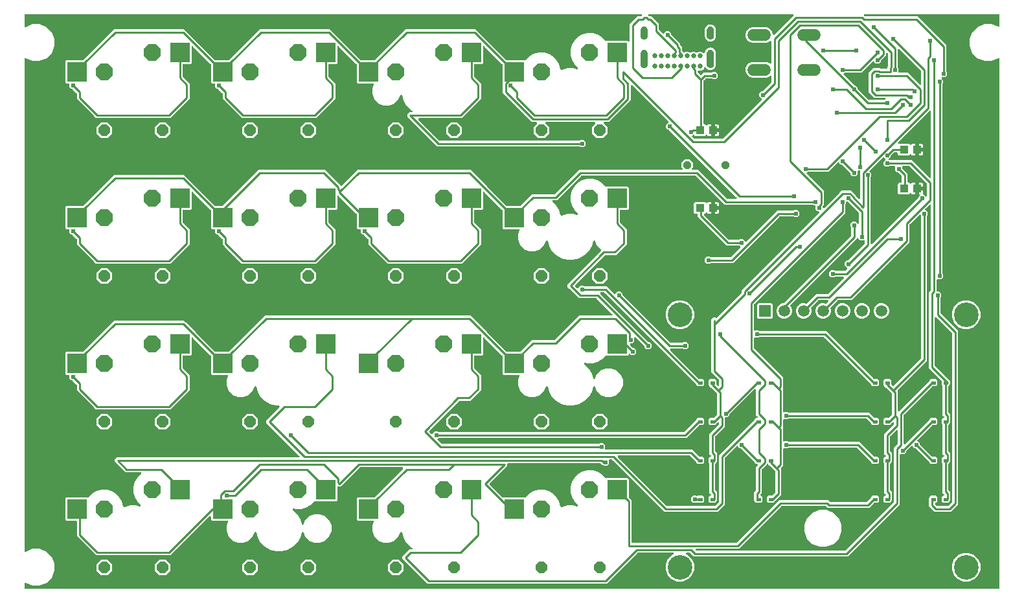
<source format=gbr>
G04 EAGLE Gerber RS-274X export*
G75*
%MOMM*%
%FSLAX34Y34*%
%LPD*%
%INBottom Copper*%
%IPPOS*%
%AMOC8*
5,1,8,0,0,1.08239X$1,22.5*%
G01*
%ADD10R,1.100000X1.000000*%
%ADD11R,1.500000X1.500000*%
%ADD12C,1.500000*%
%ADD13C,3.216000*%
%ADD14R,2.550000X2.500000*%
%ADD15C,1.524000*%
%ADD16P,2.435377X8X22.500000*%
%ADD17P,1.623585X8X22.500000*%
%ADD18C,0.040000*%
%ADD19C,0.654000*%
%ADD20C,0.900000*%
%ADD21P,1.055330X8X22.500000*%
%ADD22C,0.254000*%
%ADD23C,0.604000*%

G36*
X1194988Y-66024D02*
X1194988Y-66024D01*
X1195107Y-66017D01*
X1195145Y-66004D01*
X1195186Y-65999D01*
X1195296Y-65956D01*
X1195409Y-65919D01*
X1195444Y-65897D01*
X1195481Y-65882D01*
X1195577Y-65813D01*
X1195678Y-65749D01*
X1195706Y-65719D01*
X1195739Y-65696D01*
X1195815Y-65604D01*
X1195896Y-65517D01*
X1195916Y-65482D01*
X1195941Y-65451D01*
X1195992Y-65343D01*
X1196050Y-65239D01*
X1196060Y-65199D01*
X1196077Y-65163D01*
X1196099Y-65046D01*
X1196129Y-64931D01*
X1196133Y-64871D01*
X1196137Y-64851D01*
X1196135Y-64830D01*
X1196139Y-64770D01*
X1196139Y625879D01*
X1196133Y625928D01*
X1196135Y625977D01*
X1196113Y626085D01*
X1196099Y626194D01*
X1196081Y626240D01*
X1196071Y626289D01*
X1196023Y626388D01*
X1195982Y626490D01*
X1195953Y626530D01*
X1195931Y626575D01*
X1195860Y626658D01*
X1195796Y626747D01*
X1195757Y626779D01*
X1195725Y626817D01*
X1195635Y626880D01*
X1195551Y626950D01*
X1195506Y626971D01*
X1195465Y627000D01*
X1195362Y627039D01*
X1195263Y627085D01*
X1195214Y627095D01*
X1195168Y627112D01*
X1195058Y627125D01*
X1194951Y627145D01*
X1194901Y627142D01*
X1194852Y627148D01*
X1194743Y627132D01*
X1194633Y627125D01*
X1194586Y627110D01*
X1194537Y627103D01*
X1194384Y627051D01*
X1185906Y623539D01*
X1176294Y623539D01*
X1167414Y627217D01*
X1160617Y634014D01*
X1156939Y642894D01*
X1156939Y652506D01*
X1160617Y661386D01*
X1167414Y668183D01*
X1176294Y671861D01*
X1185906Y671861D01*
X1194384Y668349D01*
X1194432Y668336D01*
X1194477Y668315D01*
X1194585Y668294D01*
X1194691Y668265D01*
X1194741Y668264D01*
X1194790Y668255D01*
X1194899Y668262D01*
X1195009Y668260D01*
X1195057Y668271D01*
X1195107Y668275D01*
X1195211Y668308D01*
X1195318Y668334D01*
X1195362Y668357D01*
X1195409Y668373D01*
X1195502Y668431D01*
X1195599Y668483D01*
X1195636Y668516D01*
X1195678Y668543D01*
X1195753Y668623D01*
X1195835Y668697D01*
X1195862Y668738D01*
X1195896Y668774D01*
X1195949Y668871D01*
X1196009Y668962D01*
X1196026Y669009D01*
X1196050Y669053D01*
X1196077Y669159D01*
X1196113Y669263D01*
X1196117Y669313D01*
X1196129Y669361D01*
X1196139Y669521D01*
X1196139Y683770D01*
X1196124Y683888D01*
X1196117Y684007D01*
X1196104Y684045D01*
X1196099Y684086D01*
X1196056Y684196D01*
X1196019Y684309D01*
X1195997Y684344D01*
X1195982Y684381D01*
X1195913Y684477D01*
X1195849Y684578D01*
X1195819Y684606D01*
X1195796Y684639D01*
X1195704Y684715D01*
X1195617Y684796D01*
X1195582Y684816D01*
X1195551Y684841D01*
X1195443Y684892D01*
X1195339Y684950D01*
X1195299Y684960D01*
X1195263Y684977D01*
X1195146Y684999D01*
X1195031Y685029D01*
X1194971Y685033D01*
X1194951Y685037D01*
X1194930Y685035D01*
X1194870Y685039D01*
X1020134Y685039D01*
X1019996Y685022D01*
X1019858Y685009D01*
X1019839Y685002D01*
X1019819Y684999D01*
X1019689Y684948D01*
X1019558Y684901D01*
X1019542Y684890D01*
X1019523Y684882D01*
X1019410Y684801D01*
X1019295Y684723D01*
X1019282Y684707D01*
X1019266Y684696D01*
X1019177Y684588D01*
X1019085Y684484D01*
X1019076Y684466D01*
X1019063Y684451D01*
X1019004Y684325D01*
X1018940Y684201D01*
X1018936Y684181D01*
X1018927Y684163D01*
X1018901Y684027D01*
X1018871Y683891D01*
X1018871Y683870D01*
X1018867Y683851D01*
X1018876Y683712D01*
X1018880Y683573D01*
X1018886Y683553D01*
X1018887Y683533D01*
X1018930Y683401D01*
X1018969Y683267D01*
X1018979Y683250D01*
X1018985Y683231D01*
X1019060Y683113D01*
X1019130Y682993D01*
X1019149Y682972D01*
X1019155Y682962D01*
X1019170Y682948D01*
X1019237Y682872D01*
X1019747Y682362D01*
X1019825Y682302D01*
X1019897Y682234D01*
X1019950Y682205D01*
X1019998Y682168D01*
X1020089Y682128D01*
X1020176Y682080D01*
X1020234Y682065D01*
X1020290Y682041D01*
X1020388Y682026D01*
X1020484Y682001D01*
X1020584Y681995D01*
X1020604Y681991D01*
X1020616Y681993D01*
X1020644Y681991D01*
X1088698Y681991D01*
X1126491Y644198D01*
X1126491Y610202D01*
X1126503Y610104D01*
X1126506Y610005D01*
X1126523Y609947D01*
X1126531Y609887D01*
X1126567Y609795D01*
X1126595Y609700D01*
X1126625Y609647D01*
X1126648Y609591D01*
X1126706Y609511D01*
X1126756Y609426D01*
X1126822Y609350D01*
X1126834Y609334D01*
X1126844Y609326D01*
X1126862Y609305D01*
X1127225Y608942D01*
X1127225Y605178D01*
X1124562Y602515D01*
X1121476Y602515D01*
X1121339Y602498D01*
X1121200Y602485D01*
X1121181Y602478D01*
X1121161Y602475D01*
X1121032Y602424D01*
X1120901Y602377D01*
X1120884Y602366D01*
X1120865Y602358D01*
X1120752Y602277D01*
X1120637Y602199D01*
X1120624Y602183D01*
X1120608Y602172D01*
X1120519Y602064D01*
X1120427Y601960D01*
X1120418Y601942D01*
X1120405Y601927D01*
X1120346Y601801D01*
X1120282Y601677D01*
X1120278Y601657D01*
X1120269Y601639D01*
X1120243Y601502D01*
X1120213Y601367D01*
X1120213Y601346D01*
X1120209Y601327D01*
X1120218Y601188D01*
X1120222Y601049D01*
X1120228Y601029D01*
X1120229Y601009D01*
X1120272Y600877D01*
X1120311Y600743D01*
X1120321Y600726D01*
X1120327Y600707D01*
X1120402Y600589D01*
X1120472Y600469D01*
X1120491Y600448D01*
X1120497Y600438D01*
X1120512Y600424D01*
X1120579Y600349D01*
X1122145Y598782D01*
X1122145Y595018D01*
X1121782Y594655D01*
X1121722Y594577D01*
X1121654Y594505D01*
X1121625Y594452D01*
X1121588Y594404D01*
X1121548Y594313D01*
X1121500Y594226D01*
X1121485Y594168D01*
X1121461Y594112D01*
X1121446Y594014D01*
X1121421Y593918D01*
X1121415Y593818D01*
X1121411Y593798D01*
X1121413Y593786D01*
X1121411Y593758D01*
X1121411Y346042D01*
X1121423Y345944D01*
X1121426Y345845D01*
X1121443Y345787D01*
X1121451Y345727D01*
X1121487Y345635D01*
X1121515Y345540D01*
X1121545Y345487D01*
X1121568Y345431D01*
X1121626Y345351D01*
X1121676Y345266D01*
X1121742Y345190D01*
X1121754Y345174D01*
X1121764Y345166D01*
X1121782Y345145D01*
X1122145Y344782D01*
X1122145Y341018D01*
X1119482Y338355D01*
X1115602Y338355D01*
X1115578Y338366D01*
X1115453Y338425D01*
X1115433Y338429D01*
X1115414Y338437D01*
X1115277Y338458D01*
X1115140Y338485D01*
X1115120Y338483D01*
X1115100Y338486D01*
X1114962Y338473D01*
X1114823Y338465D01*
X1114804Y338459D01*
X1114784Y338457D01*
X1114652Y338409D01*
X1114521Y338367D01*
X1114504Y338356D01*
X1114484Y338349D01*
X1114369Y338271D01*
X1114252Y338197D01*
X1114238Y338182D01*
X1114221Y338171D01*
X1114129Y338066D01*
X1114034Y337965D01*
X1114024Y337947D01*
X1114011Y337932D01*
X1113948Y337808D01*
X1113880Y337686D01*
X1113875Y337667D01*
X1113866Y337649D01*
X1113836Y337513D01*
X1113801Y337379D01*
X1113799Y337351D01*
X1113796Y337339D01*
X1113797Y337318D01*
X1113791Y337218D01*
X1113791Y323314D01*
X1113806Y323196D01*
X1113813Y323077D01*
X1113826Y323039D01*
X1113831Y322998D01*
X1113874Y322888D01*
X1113911Y322775D01*
X1113933Y322740D01*
X1113948Y322703D01*
X1114017Y322607D01*
X1114081Y322506D01*
X1114111Y322478D01*
X1114134Y322445D01*
X1114226Y322369D01*
X1114313Y322288D01*
X1114348Y322268D01*
X1114379Y322243D01*
X1114487Y322192D01*
X1114591Y322134D01*
X1114631Y322124D01*
X1114667Y322107D01*
X1114784Y322085D01*
X1114899Y322055D01*
X1114959Y322051D01*
X1114979Y322047D01*
X1115000Y322049D01*
X1115060Y322045D01*
X1116942Y322045D01*
X1119605Y319382D01*
X1119605Y315618D01*
X1119243Y315255D01*
X1119182Y315177D01*
X1119114Y315105D01*
X1119085Y315052D01*
X1119048Y315004D01*
X1119008Y314913D01*
X1118960Y314826D01*
X1118945Y314768D01*
X1118921Y314712D01*
X1118906Y314614D01*
X1118881Y314518D01*
X1118875Y314418D01*
X1118871Y314398D01*
X1118873Y314386D01*
X1118871Y314358D01*
X1118871Y294204D01*
X1118883Y294106D01*
X1118886Y294007D01*
X1118903Y293949D01*
X1118911Y293889D01*
X1118947Y293797D01*
X1118975Y293701D01*
X1119005Y293649D01*
X1119028Y293593D01*
X1119086Y293513D01*
X1119136Y293428D01*
X1119202Y293352D01*
X1119214Y293336D01*
X1119224Y293328D01*
X1119242Y293307D01*
X1141731Y270818D01*
X1141731Y44142D01*
X1131878Y34289D01*
X1110942Y34289D01*
X1103629Y41602D01*
X1103629Y52378D01*
X1104038Y52787D01*
X1104098Y52865D01*
X1104166Y52937D01*
X1104195Y52990D01*
X1104232Y53038D01*
X1104272Y53129D01*
X1104320Y53216D01*
X1104335Y53274D01*
X1104359Y53330D01*
X1104374Y53428D01*
X1104399Y53524D01*
X1104405Y53624D01*
X1104409Y53644D01*
X1104407Y53656D01*
X1104409Y53684D01*
X1104409Y53735D01*
X1106015Y55341D01*
X1113185Y55341D01*
X1114791Y53735D01*
X1114791Y47865D01*
X1113185Y46259D01*
X1112814Y46259D01*
X1112677Y46242D01*
X1112538Y46229D01*
X1112519Y46222D01*
X1112499Y46219D01*
X1112370Y46168D01*
X1112239Y46121D01*
X1112222Y46110D01*
X1112203Y46102D01*
X1112090Y46021D01*
X1111975Y45943D01*
X1111962Y45927D01*
X1111946Y45916D01*
X1111857Y45808D01*
X1111765Y45704D01*
X1111756Y45686D01*
X1111743Y45671D01*
X1111684Y45545D01*
X1111620Y45421D01*
X1111616Y45401D01*
X1111607Y45383D01*
X1111581Y45246D01*
X1111551Y45111D01*
X1111551Y45090D01*
X1111547Y45071D01*
X1111556Y44932D01*
X1111560Y44793D01*
X1111566Y44773D01*
X1111567Y44753D01*
X1111610Y44621D01*
X1111649Y44487D01*
X1111659Y44470D01*
X1111665Y44451D01*
X1111740Y44333D01*
X1111810Y44213D01*
X1111829Y44192D01*
X1111835Y44182D01*
X1111850Y44168D01*
X1111917Y44093D01*
X1113727Y42282D01*
X1113805Y42222D01*
X1113877Y42154D01*
X1113930Y42125D01*
X1113978Y42088D01*
X1114069Y42048D01*
X1114156Y42000D01*
X1114214Y41985D01*
X1114270Y41961D01*
X1114368Y41946D01*
X1114464Y41921D01*
X1114564Y41915D01*
X1114584Y41911D01*
X1114596Y41913D01*
X1114624Y41911D01*
X1128196Y41911D01*
X1128294Y41923D01*
X1128393Y41926D01*
X1128451Y41943D01*
X1128511Y41951D01*
X1128603Y41987D01*
X1128699Y42015D01*
X1128751Y42045D01*
X1128807Y42068D01*
X1128887Y42126D01*
X1128972Y42176D01*
X1129048Y42242D01*
X1129064Y42254D01*
X1129072Y42264D01*
X1129093Y42282D01*
X1133738Y46927D01*
X1133798Y47005D01*
X1133866Y47077D01*
X1133895Y47130D01*
X1133932Y47178D01*
X1133972Y47269D01*
X1134020Y47356D01*
X1134035Y47414D01*
X1134059Y47470D01*
X1134074Y47568D01*
X1134099Y47664D01*
X1134105Y47764D01*
X1134109Y47784D01*
X1134107Y47796D01*
X1134109Y47824D01*
X1134109Y267136D01*
X1134097Y267234D01*
X1134094Y267333D01*
X1134077Y267391D01*
X1134069Y267451D01*
X1134033Y267543D01*
X1134005Y267639D01*
X1133975Y267691D01*
X1133952Y267747D01*
X1133894Y267827D01*
X1133844Y267912D01*
X1133778Y267988D01*
X1133766Y268004D01*
X1133756Y268012D01*
X1133738Y268033D01*
X1113853Y287917D01*
X1113418Y288353D01*
X1113308Y288439D01*
X1113201Y288527D01*
X1113182Y288536D01*
X1113166Y288548D01*
X1113039Y288604D01*
X1112913Y288663D01*
X1112893Y288667D01*
X1112874Y288675D01*
X1112737Y288696D01*
X1112600Y288723D01*
X1112580Y288721D01*
X1112560Y288724D01*
X1112421Y288711D01*
X1112283Y288703D01*
X1112264Y288697D01*
X1112244Y288695D01*
X1112112Y288647D01*
X1111981Y288605D01*
X1111964Y288594D01*
X1111944Y288587D01*
X1111829Y288509D01*
X1111712Y288435D01*
X1111698Y288420D01*
X1111681Y288409D01*
X1111589Y288304D01*
X1111494Y288203D01*
X1111484Y288185D01*
X1111471Y288170D01*
X1111407Y288046D01*
X1111340Y287924D01*
X1111335Y287905D01*
X1111326Y287887D01*
X1111296Y287751D01*
X1111261Y287617D01*
X1111259Y287589D01*
X1111256Y287577D01*
X1111257Y287556D01*
X1111251Y287456D01*
X1111251Y225624D01*
X1111263Y225526D01*
X1111266Y225427D01*
X1111283Y225369D01*
X1111291Y225309D01*
X1111327Y225217D01*
X1111355Y225121D01*
X1111385Y225069D01*
X1111408Y225013D01*
X1111466Y224933D01*
X1111516Y224848D01*
X1111582Y224772D01*
X1111594Y224756D01*
X1111604Y224748D01*
X1111622Y224727D01*
X1128237Y208112D01*
X1128315Y208052D01*
X1128387Y207984D01*
X1128440Y207955D01*
X1128488Y207918D01*
X1128579Y207878D01*
X1128666Y207830D01*
X1128724Y207815D01*
X1128780Y207791D01*
X1128878Y207776D01*
X1128973Y207751D01*
X1129074Y207745D01*
X1129094Y207741D01*
X1129106Y207743D01*
X1129134Y207741D01*
X1129185Y207741D01*
X1130791Y206135D01*
X1130791Y206084D01*
X1130803Y205986D01*
X1130806Y205887D01*
X1130823Y205829D01*
X1130831Y205769D01*
X1130867Y205677D01*
X1130895Y205581D01*
X1130925Y205529D01*
X1130948Y205473D01*
X1131006Y205393D01*
X1131056Y205307D01*
X1131122Y205232D01*
X1131134Y205216D01*
X1131144Y205208D01*
X1131163Y205187D01*
X1131571Y204778D01*
X1131571Y201622D01*
X1131163Y201213D01*
X1131102Y201135D01*
X1131034Y201063D01*
X1131005Y201010D01*
X1130968Y200962D01*
X1130928Y200871D01*
X1130880Y200784D01*
X1130865Y200726D01*
X1130841Y200670D01*
X1130826Y200572D01*
X1130801Y200477D01*
X1130795Y200376D01*
X1130791Y200356D01*
X1130793Y200344D01*
X1130791Y200316D01*
X1130791Y200265D01*
X1129402Y198877D01*
X1129342Y198798D01*
X1129274Y198726D01*
X1129245Y198673D01*
X1129208Y198625D01*
X1129168Y198534D01*
X1129120Y198448D01*
X1129105Y198389D01*
X1129081Y198333D01*
X1129066Y198235D01*
X1129041Y198140D01*
X1129036Y198058D01*
X1129033Y198045D01*
X1129034Y198035D01*
X1129031Y198019D01*
X1129033Y198007D01*
X1129031Y197979D01*
X1129031Y164664D01*
X1129043Y164566D01*
X1129046Y164467D01*
X1129063Y164409D01*
X1129071Y164349D01*
X1129107Y164257D01*
X1129135Y164161D01*
X1129165Y164109D01*
X1129188Y164053D01*
X1129246Y163973D01*
X1129296Y163888D01*
X1129362Y163812D01*
X1129374Y163796D01*
X1129384Y163788D01*
X1129402Y163767D01*
X1131571Y161598D01*
X1131571Y150822D01*
X1131163Y150413D01*
X1131102Y150335D01*
X1131034Y150263D01*
X1131005Y150210D01*
X1130968Y150162D01*
X1130928Y150071D01*
X1130880Y149984D01*
X1130865Y149926D01*
X1130841Y149870D01*
X1130826Y149772D01*
X1130801Y149677D01*
X1130795Y149576D01*
X1130791Y149556D01*
X1130793Y149544D01*
X1130791Y149516D01*
X1130791Y149465D01*
X1129402Y148077D01*
X1129342Y147998D01*
X1129274Y147926D01*
X1129249Y147881D01*
X1129244Y147875D01*
X1129241Y147869D01*
X1129208Y147825D01*
X1129168Y147734D01*
X1129120Y147648D01*
X1129105Y147589D01*
X1129081Y147533D01*
X1129066Y147435D01*
X1129041Y147340D01*
X1129035Y147240D01*
X1129031Y147219D01*
X1129033Y147207D01*
X1129031Y147179D01*
X1129031Y113864D01*
X1129043Y113766D01*
X1129046Y113667D01*
X1129063Y113609D01*
X1129071Y113549D01*
X1129107Y113457D01*
X1129135Y113361D01*
X1129165Y113309D01*
X1129188Y113253D01*
X1129246Y113173D01*
X1129296Y113088D01*
X1129362Y113012D01*
X1129374Y112996D01*
X1129384Y112988D01*
X1129402Y112967D01*
X1131571Y110798D01*
X1131571Y100022D01*
X1131163Y99613D01*
X1131102Y99535D01*
X1131034Y99463D01*
X1131005Y99410D01*
X1130968Y99362D01*
X1130928Y99271D01*
X1130880Y99184D01*
X1130865Y99126D01*
X1130841Y99070D01*
X1130826Y98972D01*
X1130801Y98877D01*
X1130795Y98776D01*
X1130791Y98756D01*
X1130793Y98744D01*
X1130791Y98716D01*
X1130791Y98665D01*
X1129402Y97277D01*
X1129342Y97198D01*
X1129274Y97126D01*
X1129245Y97073D01*
X1129208Y97025D01*
X1129168Y96934D01*
X1129120Y96848D01*
X1129105Y96789D01*
X1129081Y96733D01*
X1129066Y96635D01*
X1129041Y96540D01*
X1129035Y96440D01*
X1129031Y96419D01*
X1129033Y96407D01*
X1129031Y96379D01*
X1129031Y63064D01*
X1129043Y62966D01*
X1129046Y62867D01*
X1129063Y62809D01*
X1129071Y62749D01*
X1129107Y62657D01*
X1129135Y62561D01*
X1129165Y62509D01*
X1129188Y62453D01*
X1129246Y62373D01*
X1129296Y62288D01*
X1129362Y62212D01*
X1129374Y62196D01*
X1129384Y62188D01*
X1129402Y62167D01*
X1131571Y59998D01*
X1131571Y49222D01*
X1131162Y48813D01*
X1131102Y48735D01*
X1131034Y48663D01*
X1131005Y48610D01*
X1130968Y48562D01*
X1130928Y48471D01*
X1130880Y48384D01*
X1130865Y48326D01*
X1130841Y48270D01*
X1130826Y48172D01*
X1130801Y48076D01*
X1130795Y47976D01*
X1130791Y47956D01*
X1130793Y47944D01*
X1130791Y47916D01*
X1130791Y47865D01*
X1129185Y46259D01*
X1122015Y46259D01*
X1120409Y47865D01*
X1120409Y53735D01*
X1122015Y55341D01*
X1122386Y55341D01*
X1122523Y55358D01*
X1122662Y55371D01*
X1122681Y55378D01*
X1122701Y55381D01*
X1122830Y55432D01*
X1122961Y55479D01*
X1122978Y55490D01*
X1122997Y55498D01*
X1123110Y55579D01*
X1123225Y55657D01*
X1123238Y55673D01*
X1123254Y55684D01*
X1123343Y55792D01*
X1123435Y55896D01*
X1123444Y55914D01*
X1123457Y55929D01*
X1123516Y56055D01*
X1123580Y56179D01*
X1123584Y56199D01*
X1123593Y56217D01*
X1123619Y56353D01*
X1123649Y56489D01*
X1123649Y56510D01*
X1123653Y56529D01*
X1123644Y56668D01*
X1123640Y56807D01*
X1123634Y56827D01*
X1123633Y56847D01*
X1123590Y56979D01*
X1123551Y57113D01*
X1123541Y57130D01*
X1123535Y57149D01*
X1123460Y57267D01*
X1123390Y57387D01*
X1123371Y57408D01*
X1123365Y57418D01*
X1123350Y57432D01*
X1123283Y57507D01*
X1121409Y59382D01*
X1121409Y97139D01*
X1121397Y97237D01*
X1121394Y97336D01*
X1121377Y97394D01*
X1121369Y97455D01*
X1121333Y97547D01*
X1121305Y97642D01*
X1121275Y97694D01*
X1121252Y97750D01*
X1121194Y97830D01*
X1121144Y97916D01*
X1121078Y97991D01*
X1121066Y98008D01*
X1121056Y98015D01*
X1121038Y98037D01*
X1120409Y98665D01*
X1120409Y104535D01*
X1122015Y106141D01*
X1122386Y106141D01*
X1122523Y106158D01*
X1122662Y106171D01*
X1122681Y106178D01*
X1122701Y106181D01*
X1122830Y106232D01*
X1122961Y106279D01*
X1122978Y106290D01*
X1122997Y106298D01*
X1123110Y106379D01*
X1123225Y106457D01*
X1123238Y106473D01*
X1123254Y106484D01*
X1123343Y106592D01*
X1123435Y106696D01*
X1123444Y106714D01*
X1123457Y106729D01*
X1123516Y106855D01*
X1123580Y106979D01*
X1123584Y106999D01*
X1123593Y107017D01*
X1123619Y107153D01*
X1123649Y107289D01*
X1123649Y107310D01*
X1123653Y107329D01*
X1123644Y107468D01*
X1123640Y107607D01*
X1123634Y107627D01*
X1123633Y107647D01*
X1123590Y107779D01*
X1123551Y107913D01*
X1123541Y107930D01*
X1123535Y107949D01*
X1123460Y108067D01*
X1123390Y108187D01*
X1123371Y108208D01*
X1123365Y108218D01*
X1123350Y108232D01*
X1123283Y108307D01*
X1121409Y110182D01*
X1121409Y147939D01*
X1121397Y148037D01*
X1121394Y148136D01*
X1121377Y148194D01*
X1121369Y148255D01*
X1121333Y148347D01*
X1121305Y148442D01*
X1121275Y148494D01*
X1121252Y148550D01*
X1121194Y148630D01*
X1121144Y148716D01*
X1121078Y148791D01*
X1121066Y148808D01*
X1121056Y148815D01*
X1121038Y148837D01*
X1120409Y149465D01*
X1120409Y155335D01*
X1122015Y156941D01*
X1122386Y156941D01*
X1122523Y156958D01*
X1122662Y156971D01*
X1122681Y156978D01*
X1122701Y156981D01*
X1122830Y157032D01*
X1122961Y157079D01*
X1122978Y157090D01*
X1122997Y157098D01*
X1123110Y157179D01*
X1123225Y157257D01*
X1123238Y157273D01*
X1123254Y157284D01*
X1123343Y157392D01*
X1123435Y157496D01*
X1123444Y157514D01*
X1123457Y157529D01*
X1123516Y157655D01*
X1123580Y157779D01*
X1123584Y157799D01*
X1123593Y157817D01*
X1123619Y157953D01*
X1123649Y158089D01*
X1123649Y158110D01*
X1123653Y158129D01*
X1123644Y158268D01*
X1123640Y158407D01*
X1123634Y158427D01*
X1123633Y158447D01*
X1123590Y158579D01*
X1123551Y158713D01*
X1123541Y158730D01*
X1123535Y158749D01*
X1123460Y158867D01*
X1123390Y158987D01*
X1123371Y159008D01*
X1123365Y159018D01*
X1123350Y159032D01*
X1123283Y159107D01*
X1121409Y160982D01*
X1121409Y198739D01*
X1121397Y198837D01*
X1121394Y198936D01*
X1121377Y198994D01*
X1121369Y199055D01*
X1121333Y199147D01*
X1121305Y199242D01*
X1121275Y199294D01*
X1121252Y199350D01*
X1121194Y199430D01*
X1121144Y199516D01*
X1121078Y199591D01*
X1121066Y199608D01*
X1121056Y199615D01*
X1121038Y199637D01*
X1120409Y200265D01*
X1120409Y204636D01*
X1120397Y204734D01*
X1120394Y204833D01*
X1120377Y204891D01*
X1120369Y204951D01*
X1120333Y205043D01*
X1120305Y205139D01*
X1120275Y205191D01*
X1120252Y205247D01*
X1120194Y205327D01*
X1120144Y205412D01*
X1120078Y205488D01*
X1120066Y205504D01*
X1120056Y205512D01*
X1120038Y205533D01*
X1103629Y221942D01*
X1103629Y321618D01*
X1105798Y323787D01*
X1105858Y323865D01*
X1105926Y323937D01*
X1105955Y323990D01*
X1105992Y324038D01*
X1106032Y324129D01*
X1106080Y324216D01*
X1106095Y324274D01*
X1106119Y324330D01*
X1106134Y324428D01*
X1106159Y324524D01*
X1106165Y324624D01*
X1106169Y324644D01*
X1106167Y324656D01*
X1106169Y324684D01*
X1106169Y434776D01*
X1106152Y434913D01*
X1106139Y435052D01*
X1106132Y435071D01*
X1106129Y435091D01*
X1106078Y435220D01*
X1106031Y435351D01*
X1106020Y435368D01*
X1106012Y435387D01*
X1105931Y435499D01*
X1105853Y435615D01*
X1105837Y435628D01*
X1105826Y435644D01*
X1105718Y435733D01*
X1105614Y435825D01*
X1105596Y435834D01*
X1105581Y435847D01*
X1105455Y435906D01*
X1105331Y435970D01*
X1105311Y435974D01*
X1105293Y435983D01*
X1105157Y436009D01*
X1105021Y436039D01*
X1105000Y436039D01*
X1104981Y436043D01*
X1104842Y436034D01*
X1104703Y436030D01*
X1104683Y436024D01*
X1104663Y436023D01*
X1104531Y435980D01*
X1104397Y435941D01*
X1104380Y435931D01*
X1104361Y435925D01*
X1104243Y435850D01*
X1104123Y435780D01*
X1104102Y435761D01*
X1104092Y435755D01*
X1104078Y435740D01*
X1104003Y435673D01*
X1099006Y430677D01*
X1098933Y430582D01*
X1098854Y430493D01*
X1098836Y430457D01*
X1098811Y430425D01*
X1098763Y430316D01*
X1098709Y430210D01*
X1098700Y430171D01*
X1098684Y430133D01*
X1098666Y430016D01*
X1098640Y429900D01*
X1098641Y429859D01*
X1098635Y429819D01*
X1098646Y429701D01*
X1098649Y429582D01*
X1098661Y429543D01*
X1098664Y429503D01*
X1098705Y429390D01*
X1098738Y429276D01*
X1098758Y429242D01*
X1098772Y429203D01*
X1098839Y429105D01*
X1098899Y429002D01*
X1098939Y428957D01*
X1098951Y428940D01*
X1098966Y428927D01*
X1099006Y428882D01*
X1101825Y426062D01*
X1101825Y422298D01*
X1101462Y421935D01*
X1101402Y421857D01*
X1101334Y421785D01*
X1101305Y421732D01*
X1101268Y421684D01*
X1101228Y421593D01*
X1101180Y421506D01*
X1101165Y421448D01*
X1101141Y421392D01*
X1101126Y421294D01*
X1101101Y421198D01*
X1101095Y421098D01*
X1101091Y421078D01*
X1101093Y421066D01*
X1101091Y421038D01*
X1101091Y232102D01*
X1062927Y193937D01*
X1062854Y193843D01*
X1062775Y193754D01*
X1062757Y193718D01*
X1062732Y193686D01*
X1062684Y193577D01*
X1062630Y193471D01*
X1062621Y193431D01*
X1062605Y193394D01*
X1062587Y193277D01*
X1062561Y193161D01*
X1062562Y193120D01*
X1062556Y193080D01*
X1062567Y192961D01*
X1062570Y192843D01*
X1062582Y192804D01*
X1062585Y192764D01*
X1062626Y192651D01*
X1062659Y192537D01*
X1062679Y192502D01*
X1062693Y192464D01*
X1062760Y192366D01*
X1062820Y192263D01*
X1062860Y192218D01*
X1062872Y192201D01*
X1062887Y192188D01*
X1062927Y192142D01*
X1062991Y192078D01*
X1062991Y167204D01*
X1063008Y167066D01*
X1063021Y166928D01*
X1063028Y166909D01*
X1063031Y166889D01*
X1063082Y166759D01*
X1063129Y166628D01*
X1063140Y166612D01*
X1063148Y166593D01*
X1063229Y166481D01*
X1063307Y166365D01*
X1063323Y166352D01*
X1063334Y166336D01*
X1063441Y166247D01*
X1063546Y166155D01*
X1063564Y166146D01*
X1063579Y166133D01*
X1063705Y166074D01*
X1063829Y166010D01*
X1063849Y166006D01*
X1063867Y165997D01*
X1064003Y165971D01*
X1064139Y165941D01*
X1064160Y165941D01*
X1064179Y165937D01*
X1064318Y165946D01*
X1064457Y165950D01*
X1064477Y165956D01*
X1064497Y165957D01*
X1064629Y166000D01*
X1064763Y166039D01*
X1064780Y166049D01*
X1064799Y166055D01*
X1064917Y166130D01*
X1065037Y166200D01*
X1065058Y166219D01*
X1065068Y166225D01*
X1065082Y166240D01*
X1065158Y166307D01*
X1065593Y166742D01*
X1103258Y204407D01*
X1104037Y205187D01*
X1104098Y205265D01*
X1104166Y205337D01*
X1104195Y205390D01*
X1104232Y205438D01*
X1104272Y205529D01*
X1104320Y205616D01*
X1104335Y205674D01*
X1104359Y205730D01*
X1104374Y205828D01*
X1104399Y205923D01*
X1104405Y206024D01*
X1104409Y206044D01*
X1104407Y206056D01*
X1104409Y206084D01*
X1104409Y206135D01*
X1106015Y207741D01*
X1113185Y207741D01*
X1114791Y206135D01*
X1114791Y200265D01*
X1113185Y198659D01*
X1108814Y198659D01*
X1108716Y198647D01*
X1108617Y198644D01*
X1108559Y198627D01*
X1108499Y198619D01*
X1108407Y198583D01*
X1108311Y198555D01*
X1108259Y198525D01*
X1108203Y198502D01*
X1108123Y198444D01*
X1108038Y198394D01*
X1107962Y198328D01*
X1107946Y198316D01*
X1107938Y198306D01*
X1107917Y198288D01*
X1070982Y161353D01*
X1070922Y161275D01*
X1070854Y161203D01*
X1070825Y161150D01*
X1070788Y161102D01*
X1070748Y161011D01*
X1070700Y160924D01*
X1070685Y160866D01*
X1070661Y160810D01*
X1070646Y160712D01*
X1070621Y160616D01*
X1070615Y160516D01*
X1070611Y160496D01*
X1070613Y160484D01*
X1070611Y160456D01*
X1070611Y124024D01*
X1070628Y123887D01*
X1070641Y123748D01*
X1070648Y123729D01*
X1070651Y123709D01*
X1070702Y123580D01*
X1070749Y123449D01*
X1070760Y123432D01*
X1070768Y123413D01*
X1070849Y123301D01*
X1070927Y123185D01*
X1070943Y123172D01*
X1070954Y123156D01*
X1071062Y123067D01*
X1071166Y122975D01*
X1071184Y122966D01*
X1071199Y122953D01*
X1071325Y122894D01*
X1071449Y122830D01*
X1071469Y122826D01*
X1071487Y122817D01*
X1071623Y122791D01*
X1071759Y122761D01*
X1071780Y122761D01*
X1071799Y122757D01*
X1071938Y122766D01*
X1072077Y122770D01*
X1072097Y122776D01*
X1072117Y122777D01*
X1072249Y122820D01*
X1072383Y122859D01*
X1072400Y122869D01*
X1072419Y122875D01*
X1072537Y122950D01*
X1072657Y123020D01*
X1072678Y123039D01*
X1072688Y123045D01*
X1072702Y123060D01*
X1072777Y123127D01*
X1103257Y153607D01*
X1104038Y154387D01*
X1104098Y154465D01*
X1104166Y154537D01*
X1104195Y154590D01*
X1104232Y154638D01*
X1104272Y154729D01*
X1104320Y154816D01*
X1104335Y154874D01*
X1104359Y154930D01*
X1104374Y155028D01*
X1104399Y155124D01*
X1104405Y155224D01*
X1104409Y155244D01*
X1104407Y155256D01*
X1104409Y155284D01*
X1104409Y155335D01*
X1106015Y156941D01*
X1113185Y156941D01*
X1114791Y155335D01*
X1114791Y149465D01*
X1113185Y147859D01*
X1108814Y147859D01*
X1108716Y147847D01*
X1108617Y147844D01*
X1108559Y147827D01*
X1108499Y147819D01*
X1108407Y147783D01*
X1108311Y147755D01*
X1108259Y147725D01*
X1108203Y147702D01*
X1108123Y147644D01*
X1108038Y147594D01*
X1107962Y147528D01*
X1107946Y147516D01*
X1107938Y147506D01*
X1107917Y147488D01*
X1088846Y128417D01*
X1088773Y128322D01*
X1088694Y128233D01*
X1088676Y128197D01*
X1088651Y128165D01*
X1088603Y128056D01*
X1088549Y127950D01*
X1088540Y127911D01*
X1088524Y127873D01*
X1088506Y127756D01*
X1088480Y127640D01*
X1088481Y127599D01*
X1088475Y127559D01*
X1088486Y127441D01*
X1088489Y127322D01*
X1088501Y127283D01*
X1088504Y127243D01*
X1088545Y127130D01*
X1088578Y127016D01*
X1088598Y126982D01*
X1088612Y126943D01*
X1088679Y126845D01*
X1088739Y126742D01*
X1088779Y126697D01*
X1088791Y126680D01*
X1088806Y126667D01*
X1088846Y126622D01*
X1091665Y123802D01*
X1091665Y123290D01*
X1091677Y123192D01*
X1091680Y123093D01*
X1091697Y123035D01*
X1091705Y122975D01*
X1091741Y122883D01*
X1091769Y122787D01*
X1091799Y122735D01*
X1091822Y122679D01*
X1091880Y122599D01*
X1091930Y122514D01*
X1091996Y122438D01*
X1092008Y122422D01*
X1092018Y122414D01*
X1092036Y122393D01*
X1107917Y106512D01*
X1107995Y106452D01*
X1108067Y106384D01*
X1108120Y106355D01*
X1108168Y106318D01*
X1108259Y106278D01*
X1108346Y106230D01*
X1108404Y106215D01*
X1108460Y106191D01*
X1108558Y106176D01*
X1108653Y106151D01*
X1108754Y106145D01*
X1108774Y106141D01*
X1108786Y106143D01*
X1108814Y106141D01*
X1113185Y106141D01*
X1114791Y104535D01*
X1114791Y98665D01*
X1113185Y97059D01*
X1106015Y97059D01*
X1104409Y98665D01*
X1104409Y98716D01*
X1104397Y98814D01*
X1104394Y98913D01*
X1104377Y98971D01*
X1104369Y99031D01*
X1104333Y99123D01*
X1104305Y99219D01*
X1104275Y99271D01*
X1104252Y99327D01*
X1104194Y99407D01*
X1104144Y99493D01*
X1104078Y99568D01*
X1104066Y99584D01*
X1104056Y99592D01*
X1104037Y99613D01*
X1103258Y100393D01*
X1086647Y117004D01*
X1086569Y117064D01*
X1086497Y117132D01*
X1086444Y117161D01*
X1086396Y117198D01*
X1086305Y117238D01*
X1086218Y117286D01*
X1086160Y117301D01*
X1086104Y117325D01*
X1086006Y117340D01*
X1085910Y117365D01*
X1085810Y117371D01*
X1085790Y117375D01*
X1085778Y117373D01*
X1085750Y117375D01*
X1085238Y117375D01*
X1082418Y120194D01*
X1082331Y120262D01*
X1082294Y120297D01*
X1082285Y120302D01*
X1082235Y120346D01*
X1082199Y120364D01*
X1082167Y120389D01*
X1082058Y120437D01*
X1081952Y120491D01*
X1081913Y120500D01*
X1081875Y120516D01*
X1081758Y120534D01*
X1081642Y120560D01*
X1081601Y120559D01*
X1081561Y120565D01*
X1081443Y120554D01*
X1081324Y120551D01*
X1081285Y120539D01*
X1081245Y120536D01*
X1081132Y120495D01*
X1081018Y120462D01*
X1080983Y120442D01*
X1080945Y120428D01*
X1080847Y120361D01*
X1080744Y120301D01*
X1080699Y120261D01*
X1080682Y120249D01*
X1080669Y120234D01*
X1080623Y120194D01*
X1074256Y113827D01*
X1074196Y113749D01*
X1074128Y113677D01*
X1074101Y113627D01*
X1074083Y113606D01*
X1074080Y113599D01*
X1074062Y113576D01*
X1074022Y113485D01*
X1073974Y113398D01*
X1073962Y113349D01*
X1073947Y113318D01*
X1073945Y113307D01*
X1073935Y113284D01*
X1073920Y113186D01*
X1073895Y113090D01*
X1073891Y113023D01*
X1073887Y113006D01*
X1073888Y112989D01*
X1073885Y112970D01*
X1073887Y112958D01*
X1073885Y112930D01*
X1073885Y112418D01*
X1071222Y109755D01*
X1067342Y109755D01*
X1067318Y109766D01*
X1067193Y109825D01*
X1067173Y109829D01*
X1067154Y109837D01*
X1067017Y109858D01*
X1066880Y109885D01*
X1066860Y109883D01*
X1066840Y109886D01*
X1066702Y109873D01*
X1066563Y109865D01*
X1066544Y109859D01*
X1066524Y109857D01*
X1066392Y109809D01*
X1066261Y109767D01*
X1066244Y109756D01*
X1066224Y109749D01*
X1066109Y109671D01*
X1065992Y109597D01*
X1065978Y109582D01*
X1065961Y109571D01*
X1065869Y109466D01*
X1065774Y109365D01*
X1065764Y109347D01*
X1065751Y109332D01*
X1065688Y109208D01*
X1065620Y109086D01*
X1065615Y109067D01*
X1065606Y109049D01*
X1065576Y108913D01*
X1065541Y108779D01*
X1065539Y108751D01*
X1065536Y108739D01*
X1065537Y108718D01*
X1065531Y108618D01*
X1065531Y44142D01*
X999862Y-21527D01*
X997258Y-24131D01*
X795982Y-24131D01*
X791273Y-19422D01*
X791195Y-19362D01*
X791123Y-19294D01*
X791070Y-19265D01*
X791022Y-19228D01*
X790931Y-19188D01*
X790844Y-19140D01*
X790786Y-19125D01*
X790730Y-19101D01*
X790632Y-19086D01*
X790536Y-19061D01*
X790436Y-19055D01*
X790416Y-19051D01*
X790404Y-19053D01*
X790376Y-19051D01*
X787492Y-19051D01*
X787422Y-19059D01*
X787353Y-19058D01*
X787265Y-19079D01*
X787176Y-19091D01*
X787111Y-19116D01*
X787043Y-19133D01*
X786964Y-19175D01*
X786880Y-19208D01*
X786824Y-19249D01*
X786762Y-19281D01*
X786696Y-19342D01*
X786623Y-19394D01*
X786579Y-19448D01*
X786527Y-19495D01*
X786478Y-19570D01*
X786420Y-19639D01*
X786391Y-19703D01*
X786352Y-19761D01*
X786323Y-19846D01*
X786285Y-19927D01*
X786272Y-19996D01*
X786249Y-20062D01*
X786242Y-20151D01*
X786225Y-20239D01*
X786229Y-20309D01*
X786224Y-20379D01*
X786239Y-20467D01*
X786245Y-20557D01*
X786266Y-20623D01*
X786278Y-20692D01*
X786315Y-20774D01*
X786343Y-20859D01*
X786380Y-20918D01*
X786409Y-20982D01*
X786465Y-21052D01*
X786513Y-21128D01*
X786564Y-21176D01*
X786607Y-21230D01*
X786679Y-21285D01*
X786745Y-21346D01*
X786806Y-21380D01*
X786861Y-21422D01*
X787006Y-21493D01*
X788748Y-22214D01*
X793986Y-27452D01*
X796821Y-34296D01*
X796821Y-41704D01*
X793986Y-48548D01*
X788748Y-53786D01*
X781904Y-56621D01*
X774496Y-56621D01*
X767652Y-53786D01*
X762414Y-48548D01*
X759579Y-41704D01*
X759579Y-34296D01*
X762414Y-27452D01*
X767652Y-22214D01*
X769394Y-21493D01*
X769448Y-21462D01*
X769456Y-21459D01*
X769460Y-21456D01*
X769520Y-21432D01*
X769592Y-21380D01*
X769670Y-21335D01*
X769720Y-21287D01*
X769777Y-21246D01*
X769834Y-21176D01*
X769899Y-21114D01*
X769935Y-21054D01*
X769980Y-21001D01*
X770018Y-20919D01*
X770065Y-20843D01*
X770086Y-20776D01*
X770115Y-20713D01*
X770132Y-20625D01*
X770159Y-20539D01*
X770162Y-20469D01*
X770175Y-20400D01*
X770169Y-20311D01*
X770174Y-20221D01*
X770160Y-20153D01*
X770155Y-20083D01*
X770128Y-19998D01*
X770109Y-19910D01*
X770079Y-19847D01*
X770057Y-19781D01*
X770009Y-19705D01*
X769970Y-19624D01*
X769924Y-19571D01*
X769887Y-19512D01*
X769822Y-19450D01*
X769763Y-19382D01*
X769706Y-19342D01*
X769655Y-19294D01*
X769577Y-19251D01*
X769503Y-19199D01*
X769438Y-19174D01*
X769377Y-19140D01*
X769290Y-19118D01*
X769206Y-19086D01*
X769136Y-19078D01*
X769069Y-19061D01*
X768908Y-19051D01*
X723464Y-19051D01*
X723366Y-19063D01*
X723267Y-19066D01*
X723209Y-19083D01*
X723149Y-19091D01*
X723057Y-19127D01*
X722961Y-19155D01*
X722909Y-19185D01*
X722853Y-19208D01*
X722773Y-19266D01*
X722688Y-19316D01*
X722612Y-19382D01*
X722596Y-19394D01*
X722588Y-19404D01*
X722567Y-19422D01*
X682298Y-59691D01*
X448002Y-59691D01*
X415289Y-26978D01*
X415289Y-23822D01*
X424253Y-14858D01*
X427296Y-14858D01*
X427440Y-14840D01*
X427585Y-14825D01*
X427598Y-14820D01*
X427611Y-14818D01*
X427747Y-14765D01*
X427884Y-14714D01*
X427895Y-14706D01*
X427907Y-14701D01*
X428025Y-14616D01*
X428145Y-14533D01*
X428154Y-14522D01*
X428165Y-14515D01*
X428257Y-14403D01*
X428353Y-14292D01*
X428359Y-14280D01*
X428367Y-14270D01*
X428429Y-14138D01*
X428494Y-14007D01*
X428497Y-13994D01*
X428503Y-13982D01*
X428530Y-13839D01*
X428561Y-13696D01*
X428560Y-13683D01*
X428563Y-13670D01*
X428554Y-13525D01*
X428548Y-13379D01*
X428544Y-13365D01*
X428543Y-13352D01*
X428498Y-13214D01*
X428456Y-13074D01*
X428449Y-13062D01*
X428445Y-13050D01*
X428367Y-12927D01*
X428292Y-12802D01*
X428282Y-12792D01*
X428275Y-12781D01*
X428169Y-12681D01*
X428065Y-12579D01*
X428049Y-12569D01*
X428043Y-12563D01*
X428028Y-12555D01*
X427931Y-12490D01*
X426018Y-11386D01*
X420414Y-5782D01*
X416452Y1082D01*
X414840Y7095D01*
X414817Y7153D01*
X414802Y7215D01*
X414757Y7300D01*
X414720Y7389D01*
X414683Y7440D01*
X414653Y7496D01*
X414588Y7567D01*
X414531Y7645D01*
X414482Y7685D01*
X414439Y7731D01*
X414358Y7784D01*
X414284Y7845D01*
X414226Y7871D01*
X414173Y7906D01*
X414082Y7937D01*
X413994Y7978D01*
X413932Y7989D01*
X413873Y8009D01*
X413776Y8017D01*
X413681Y8034D01*
X413619Y8029D01*
X413556Y8034D01*
X413460Y8018D01*
X413364Y8011D01*
X413304Y7991D01*
X413242Y7980D01*
X413154Y7940D01*
X413063Y7910D01*
X413010Y7875D01*
X412952Y7849D01*
X412877Y7789D01*
X412796Y7737D01*
X412753Y7690D01*
X412704Y7651D01*
X412646Y7574D01*
X412580Y7503D01*
X412551Y7447D01*
X412513Y7397D01*
X412442Y7252D01*
X410320Y2130D01*
X405070Y-3120D01*
X398212Y-5961D01*
X390788Y-5961D01*
X383930Y-3120D01*
X378680Y2130D01*
X375839Y8988D01*
X375839Y16412D01*
X377866Y21304D01*
X377879Y21352D01*
X377900Y21397D01*
X377921Y21505D01*
X377950Y21611D01*
X377951Y21661D01*
X377960Y21710D01*
X377953Y21819D01*
X377955Y21929D01*
X377943Y21977D01*
X377940Y22027D01*
X377906Y22131D01*
X377881Y22238D01*
X377857Y22282D01*
X377842Y22329D01*
X377783Y22422D01*
X377732Y22519D01*
X377699Y22556D01*
X377672Y22598D01*
X377592Y22673D01*
X377518Y22755D01*
X377476Y22782D01*
X377440Y22816D01*
X377344Y22869D01*
X377252Y22929D01*
X377205Y22946D01*
X377162Y22970D01*
X377056Y22997D01*
X376951Y23033D01*
X376902Y23037D01*
X376854Y23049D01*
X376693Y23059D01*
X357098Y23059D01*
X355609Y24548D01*
X355609Y51652D01*
X357098Y53141D01*
X378148Y53141D01*
X378246Y53153D01*
X378345Y53156D01*
X378404Y53173D01*
X378464Y53181D01*
X378556Y53217D01*
X378651Y53245D01*
X378703Y53275D01*
X378759Y53298D01*
X378839Y53356D01*
X378925Y53406D01*
X379000Y53472D01*
X379017Y53484D01*
X379024Y53494D01*
X379046Y53512D01*
X416076Y90543D01*
X416161Y90652D01*
X416250Y90759D01*
X416258Y90778D01*
X416271Y90794D01*
X416326Y90922D01*
X416385Y91047D01*
X416389Y91067D01*
X416397Y91086D01*
X416419Y91224D01*
X416445Y91360D01*
X416444Y91380D01*
X416447Y91400D01*
X416434Y91539D01*
X416425Y91677D01*
X416419Y91696D01*
X416417Y91716D01*
X416370Y91848D01*
X416327Y91979D01*
X416316Y91997D01*
X416309Y92016D01*
X416231Y92131D01*
X416157Y92248D01*
X416142Y92262D01*
X416131Y92279D01*
X416027Y92371D01*
X415925Y92466D01*
X415908Y92476D01*
X415892Y92489D01*
X415769Y92552D01*
X415647Y92620D01*
X415627Y92625D01*
X415609Y92634D01*
X415473Y92664D01*
X415339Y92699D01*
X415311Y92701D01*
X415299Y92704D01*
X415278Y92703D01*
X415178Y92709D01*
X360244Y92709D01*
X360146Y92697D01*
X360047Y92694D01*
X359989Y92677D01*
X359929Y92669D01*
X359837Y92633D01*
X359741Y92605D01*
X359689Y92575D01*
X359633Y92552D01*
X359553Y92494D01*
X359468Y92444D01*
X359392Y92378D01*
X359376Y92366D01*
X359368Y92356D01*
X359347Y92338D01*
X336922Y69913D01*
X334318Y67309D01*
X331460Y67309D01*
X331342Y67294D01*
X331223Y67287D01*
X331185Y67274D01*
X331144Y67269D01*
X331034Y67226D01*
X330921Y67189D01*
X330886Y67167D01*
X330849Y67152D01*
X330753Y67083D01*
X330652Y67019D01*
X330624Y66989D01*
X330591Y66966D01*
X330515Y66874D01*
X330434Y66787D01*
X330414Y66752D01*
X330389Y66721D01*
X330338Y66613D01*
X330280Y66509D01*
X330270Y66469D01*
X330253Y66433D01*
X330231Y66316D01*
X330201Y66201D01*
X330197Y66141D01*
X330193Y66121D01*
X330195Y66100D01*
X330191Y66040D01*
X330191Y49948D01*
X328702Y48459D01*
X300878Y48459D01*
X300874Y48461D01*
X300756Y48480D01*
X300640Y48506D01*
X300600Y48504D01*
X300560Y48511D01*
X300441Y48500D01*
X300323Y48496D01*
X300284Y48485D01*
X300243Y48481D01*
X300131Y48441D01*
X300017Y48408D01*
X299982Y48387D01*
X299944Y48373D01*
X299845Y48306D01*
X299743Y48246D01*
X299698Y48206D01*
X299681Y48195D01*
X299667Y48179D01*
X299622Y48140D01*
X294849Y43366D01*
X289112Y40054D01*
X282712Y38339D01*
X276088Y38339D01*
X273615Y39002D01*
X273471Y39021D01*
X273327Y39044D01*
X273314Y39043D01*
X273300Y39045D01*
X273156Y39028D01*
X273010Y39015D01*
X272998Y39010D01*
X272984Y39008D01*
X272848Y38956D01*
X272711Y38907D01*
X272700Y38899D01*
X272687Y38895D01*
X272569Y38811D01*
X272448Y38728D01*
X272439Y38718D01*
X272428Y38710D01*
X272334Y38599D01*
X272237Y38490D01*
X272231Y38478D01*
X272223Y38468D01*
X272159Y38336D01*
X272093Y38207D01*
X272090Y38194D01*
X272084Y38181D01*
X272055Y38038D01*
X272023Y37896D01*
X272024Y37883D01*
X272021Y37870D01*
X272028Y37724D01*
X272033Y37579D01*
X272037Y37565D01*
X272037Y37552D01*
X272081Y37413D01*
X272121Y37273D01*
X272128Y37261D01*
X272132Y37248D01*
X272209Y37124D01*
X272283Y36999D01*
X272295Y36985D01*
X272299Y36978D01*
X272312Y36966D01*
X272389Y36878D01*
X278086Y31182D01*
X282048Y24318D01*
X283660Y18305D01*
X283683Y18247D01*
X283698Y18185D01*
X283743Y18100D01*
X283780Y18011D01*
X283817Y17960D01*
X283847Y17904D01*
X283912Y17833D01*
X283969Y17755D01*
X284018Y17715D01*
X284061Y17669D01*
X284142Y17616D01*
X284216Y17555D01*
X284274Y17529D01*
X284327Y17494D01*
X284418Y17463D01*
X284506Y17422D01*
X284568Y17411D01*
X284627Y17391D01*
X284724Y17383D01*
X284819Y17366D01*
X284881Y17371D01*
X284944Y17366D01*
X285040Y17382D01*
X285136Y17389D01*
X285196Y17409D01*
X285258Y17420D01*
X285346Y17460D01*
X285437Y17490D01*
X285490Y17525D01*
X285548Y17551D01*
X285623Y17611D01*
X285704Y17663D01*
X285747Y17710D01*
X285796Y17749D01*
X285854Y17826D01*
X285920Y17897D01*
X285949Y17953D01*
X285987Y18003D01*
X286058Y18148D01*
X288180Y23270D01*
X293430Y28520D01*
X300288Y31361D01*
X307712Y31361D01*
X314570Y28520D01*
X319820Y23270D01*
X322661Y16412D01*
X322661Y8988D01*
X319820Y2130D01*
X314570Y-3120D01*
X307712Y-5961D01*
X300288Y-5961D01*
X293430Y-3120D01*
X288180Y2130D01*
X286058Y7252D01*
X286027Y7307D01*
X286004Y7366D01*
X285949Y7445D01*
X285901Y7528D01*
X285857Y7574D01*
X285820Y7625D01*
X285747Y7687D01*
X285679Y7757D01*
X285626Y7790D01*
X285578Y7831D01*
X285491Y7873D01*
X285408Y7923D01*
X285348Y7942D01*
X285291Y7969D01*
X285197Y7988D01*
X285104Y8017D01*
X285042Y8020D01*
X284980Y8032D01*
X284883Y8027D01*
X284787Y8032D01*
X284725Y8019D01*
X284662Y8016D01*
X284570Y7987D01*
X284475Y7968D01*
X284419Y7940D01*
X284358Y7921D01*
X284276Y7870D01*
X284190Y7828D01*
X284142Y7787D01*
X284088Y7754D01*
X284021Y7684D01*
X283948Y7622D01*
X283911Y7570D01*
X283868Y7524D01*
X283820Y7441D01*
X283765Y7362D01*
X283742Y7303D01*
X283711Y7248D01*
X283660Y7095D01*
X282048Y1082D01*
X278086Y-5782D01*
X272482Y-11386D01*
X265618Y-15349D01*
X257963Y-17400D01*
X250037Y-17400D01*
X242382Y-15349D01*
X235518Y-11386D01*
X229914Y-5782D01*
X225952Y1082D01*
X224340Y7095D01*
X224317Y7153D01*
X224302Y7215D01*
X224257Y7300D01*
X224220Y7389D01*
X224183Y7440D01*
X224153Y7496D01*
X224088Y7567D01*
X224031Y7645D01*
X223982Y7685D01*
X223939Y7731D01*
X223858Y7784D01*
X223784Y7845D01*
X223726Y7871D01*
X223673Y7906D01*
X223582Y7937D01*
X223494Y7978D01*
X223432Y7989D01*
X223373Y8009D01*
X223276Y8017D01*
X223181Y8034D01*
X223119Y8029D01*
X223056Y8034D01*
X222960Y8018D01*
X222864Y8011D01*
X222804Y7991D01*
X222742Y7980D01*
X222654Y7940D01*
X222563Y7910D01*
X222510Y7875D01*
X222452Y7849D01*
X222377Y7789D01*
X222296Y7737D01*
X222253Y7690D01*
X222204Y7651D01*
X222146Y7574D01*
X222080Y7503D01*
X222051Y7447D01*
X222013Y7397D01*
X221942Y7252D01*
X219820Y2130D01*
X214570Y-3120D01*
X207712Y-5961D01*
X200288Y-5961D01*
X193430Y-3120D01*
X188180Y2130D01*
X185339Y8988D01*
X185339Y16412D01*
X187366Y21304D01*
X187379Y21352D01*
X187400Y21397D01*
X187421Y21505D01*
X187450Y21611D01*
X187451Y21661D01*
X187460Y21710D01*
X187453Y21819D01*
X187455Y21929D01*
X187443Y21977D01*
X187440Y22027D01*
X187406Y22131D01*
X187381Y22238D01*
X187357Y22282D01*
X187342Y22329D01*
X187283Y22422D01*
X187232Y22519D01*
X187199Y22556D01*
X187172Y22598D01*
X187092Y22673D01*
X187018Y22755D01*
X186976Y22782D01*
X186940Y22816D01*
X186844Y22869D01*
X186752Y22929D01*
X186705Y22946D01*
X186662Y22970D01*
X186556Y22997D01*
X186451Y23033D01*
X186402Y23037D01*
X186354Y23049D01*
X186193Y23059D01*
X166598Y23059D01*
X165109Y24548D01*
X165109Y27671D01*
X165092Y27808D01*
X165079Y27947D01*
X165072Y27966D01*
X165069Y27986D01*
X165018Y28115D01*
X164971Y28246D01*
X164960Y28263D01*
X164952Y28282D01*
X164871Y28394D01*
X164793Y28509D01*
X164777Y28523D01*
X164766Y28539D01*
X164658Y28628D01*
X164554Y28720D01*
X164536Y28729D01*
X164521Y28742D01*
X164395Y28801D01*
X164271Y28864D01*
X164251Y28869D01*
X164233Y28877D01*
X164097Y28904D01*
X163961Y28934D01*
X163940Y28933D01*
X163921Y28937D01*
X163782Y28929D01*
X163643Y28924D01*
X163623Y28919D01*
X163603Y28917D01*
X163471Y28875D01*
X163337Y28836D01*
X163320Y28826D01*
X163301Y28819D01*
X163183Y28745D01*
X163063Y28674D01*
X163042Y28656D01*
X163032Y28649D01*
X163018Y28634D01*
X162943Y28568D01*
X111895Y-22480D01*
X15105Y-22480D01*
X-10241Y2866D01*
X-10241Y21790D01*
X-10256Y21908D01*
X-10263Y22027D01*
X-10276Y22065D01*
X-10281Y22106D01*
X-10324Y22216D01*
X-10361Y22329D01*
X-10383Y22364D01*
X-10398Y22401D01*
X-10467Y22497D01*
X-10531Y22598D01*
X-10561Y22626D01*
X-10584Y22659D01*
X-10676Y22735D01*
X-10763Y22816D01*
X-10798Y22836D01*
X-10829Y22861D01*
X-10937Y22912D01*
X-11041Y22970D01*
X-11081Y22980D01*
X-11117Y22997D01*
X-11234Y23019D01*
X-11349Y23049D01*
X-11409Y23053D01*
X-11429Y23057D01*
X-11450Y23055D01*
X-11510Y23059D01*
X-23902Y23059D01*
X-25391Y24548D01*
X-25391Y51652D01*
X-23902Y53141D01*
X3922Y53141D01*
X3926Y53139D01*
X4043Y53121D01*
X4160Y53094D01*
X4200Y53096D01*
X4240Y53089D01*
X4358Y53100D01*
X4477Y53104D01*
X4516Y53115D01*
X4556Y53119D01*
X4668Y53159D01*
X4783Y53192D01*
X4818Y53213D01*
X4856Y53227D01*
X4954Y53293D01*
X5057Y53354D01*
X5102Y53394D01*
X5119Y53405D01*
X5132Y53420D01*
X5178Y53460D01*
X9951Y58234D01*
X15688Y61546D01*
X22088Y63261D01*
X28712Y63261D01*
X35112Y61546D01*
X40849Y58234D01*
X45534Y53549D01*
X48846Y47812D01*
X50487Y41689D01*
X50532Y41578D01*
X50570Y41466D01*
X50592Y41432D01*
X50607Y41394D01*
X50678Y41299D01*
X50743Y41199D01*
X50772Y41171D01*
X50796Y41139D01*
X50889Y41064D01*
X50976Y40983D01*
X51012Y40964D01*
X51044Y40939D01*
X51151Y40889D01*
X51257Y40833D01*
X51296Y40823D01*
X51333Y40806D01*
X51450Y40785D01*
X51565Y40757D01*
X51606Y40757D01*
X51646Y40750D01*
X51764Y40758D01*
X51883Y40759D01*
X51942Y40771D01*
X51963Y40773D01*
X51982Y40779D01*
X52041Y40791D01*
X59537Y42800D01*
X67463Y42800D01*
X71841Y41626D01*
X71985Y41607D01*
X72130Y41584D01*
X72143Y41585D01*
X72156Y41583D01*
X72301Y41600D01*
X72446Y41614D01*
X72459Y41618D01*
X72472Y41620D01*
X72608Y41672D01*
X72746Y41721D01*
X72757Y41729D01*
X72769Y41734D01*
X72888Y41818D01*
X73009Y41900D01*
X73018Y41910D01*
X73029Y41918D01*
X73123Y42029D01*
X73219Y42138D01*
X73225Y42150D01*
X73234Y42161D01*
X73298Y42292D01*
X73364Y42422D01*
X73367Y42435D01*
X73373Y42447D01*
X73402Y42590D01*
X73433Y42732D01*
X73433Y42745D01*
X73436Y42759D01*
X73428Y42904D01*
X73424Y43050D01*
X73420Y43063D01*
X73419Y43076D01*
X73376Y43215D01*
X73335Y43355D01*
X73329Y43367D01*
X73324Y43380D01*
X73247Y43504D01*
X73174Y43629D01*
X73162Y43643D01*
X73157Y43650D01*
X73145Y43662D01*
X73067Y43750D01*
X68766Y48051D01*
X65454Y53788D01*
X63739Y60188D01*
X63739Y66812D01*
X65454Y73212D01*
X68766Y78949D01*
X73451Y83634D01*
X73654Y83751D01*
X73770Y83839D01*
X73888Y83924D01*
X73897Y83935D01*
X73907Y83943D01*
X73997Y84057D01*
X74091Y84169D01*
X74096Y84182D01*
X74105Y84192D01*
X74164Y84326D01*
X74226Y84457D01*
X74229Y84470D01*
X74234Y84483D01*
X74259Y84627D01*
X74286Y84770D01*
X74285Y84783D01*
X74287Y84796D01*
X74275Y84942D01*
X74266Y85087D01*
X74262Y85100D01*
X74261Y85113D01*
X74213Y85251D01*
X74168Y85389D01*
X74161Y85401D01*
X74157Y85414D01*
X74076Y85535D01*
X73998Y85658D01*
X73988Y85667D01*
X73981Y85679D01*
X73873Y85776D01*
X73766Y85876D01*
X73755Y85883D01*
X73745Y85892D01*
X73616Y85959D01*
X73488Y86030D01*
X73475Y86033D01*
X73463Y86039D01*
X73321Y86073D01*
X73180Y86109D01*
X73162Y86110D01*
X73153Y86112D01*
X73136Y86112D01*
X73019Y86119D01*
X53272Y86119D01*
X39369Y100022D01*
X39369Y103178D01*
X41602Y105411D01*
X279836Y105411D01*
X279973Y105428D01*
X280112Y105441D01*
X280131Y105448D01*
X280151Y105451D01*
X280280Y105502D01*
X280411Y105549D01*
X280428Y105560D01*
X280447Y105568D01*
X280559Y105649D01*
X280675Y105727D01*
X280688Y105743D01*
X280704Y105754D01*
X280793Y105862D01*
X280885Y105966D01*
X280894Y105984D01*
X280907Y105999D01*
X280966Y106125D01*
X281030Y106249D01*
X281034Y106269D01*
X281043Y106287D01*
X281069Y106423D01*
X281099Y106559D01*
X281099Y106580D01*
X281103Y106599D01*
X281094Y106738D01*
X281090Y106877D01*
X281084Y106897D01*
X281083Y106917D01*
X281040Y107049D01*
X281001Y107183D01*
X280991Y107200D01*
X280985Y107219D01*
X280910Y107337D01*
X280840Y107457D01*
X280821Y107478D01*
X280815Y107488D01*
X280800Y107502D01*
X280733Y107577D01*
X240093Y148218D01*
X237489Y150822D01*
X237489Y153978D01*
X254444Y170934D01*
X254530Y171043D01*
X254618Y171150D01*
X254627Y171169D01*
X254639Y171185D01*
X254695Y171313D01*
X254754Y171438D01*
X254758Y171458D01*
X254766Y171477D01*
X254788Y171615D01*
X254814Y171751D01*
X254812Y171771D01*
X254815Y171791D01*
X254802Y171930D01*
X254794Y172068D01*
X254788Y172087D01*
X254786Y172107D01*
X254738Y172239D01*
X254696Y172370D01*
X254685Y172388D01*
X254678Y172407D01*
X254600Y172522D01*
X254526Y172639D01*
X254511Y172653D01*
X254499Y172670D01*
X254395Y172762D01*
X254294Y172857D01*
X254276Y172867D01*
X254261Y172880D01*
X254137Y172943D01*
X254015Y173011D01*
X253996Y173016D01*
X253978Y173025D01*
X253842Y173055D01*
X253708Y173090D01*
X253679Y173092D01*
X253668Y173095D01*
X253647Y173094D01*
X253547Y173100D01*
X250037Y173100D01*
X242382Y175151D01*
X235518Y179114D01*
X229914Y184718D01*
X225951Y191582D01*
X224340Y197595D01*
X224316Y197653D01*
X224302Y197715D01*
X224257Y197800D01*
X224220Y197889D01*
X224183Y197940D01*
X224153Y197996D01*
X224088Y198067D01*
X224031Y198145D01*
X223982Y198185D01*
X223939Y198231D01*
X223858Y198284D01*
X223783Y198345D01*
X223726Y198371D01*
X223673Y198406D01*
X223582Y198437D01*
X223494Y198478D01*
X223432Y198489D01*
X223373Y198509D01*
X223276Y198517D01*
X223181Y198534D01*
X223119Y198529D01*
X223056Y198534D01*
X222960Y198518D01*
X222864Y198511D01*
X222804Y198491D01*
X222742Y198480D01*
X222654Y198440D01*
X222563Y198410D01*
X222510Y198375D01*
X222452Y198349D01*
X222377Y198289D01*
X222296Y198237D01*
X222253Y198190D01*
X222204Y198151D01*
X222146Y198074D01*
X222080Y198003D01*
X222051Y197947D01*
X222013Y197897D01*
X221942Y197752D01*
X219820Y192630D01*
X214570Y187380D01*
X207712Y184539D01*
X200288Y184539D01*
X193430Y187380D01*
X188180Y192630D01*
X185339Y199488D01*
X185339Y206912D01*
X187366Y211804D01*
X187379Y211852D01*
X187400Y211897D01*
X187421Y212005D01*
X187450Y212111D01*
X187451Y212161D01*
X187460Y212210D01*
X187453Y212319D01*
X187455Y212429D01*
X187443Y212477D01*
X187440Y212527D01*
X187406Y212631D01*
X187381Y212738D01*
X187357Y212782D01*
X187342Y212829D01*
X187283Y212922D01*
X187232Y213019D01*
X187199Y213056D01*
X187172Y213098D01*
X187092Y213173D01*
X187018Y213255D01*
X186976Y213282D01*
X186940Y213316D01*
X186844Y213369D01*
X186752Y213429D01*
X186705Y213446D01*
X186662Y213470D01*
X186556Y213497D01*
X186451Y213533D01*
X186402Y213537D01*
X186354Y213549D01*
X186193Y213559D01*
X166598Y213559D01*
X165109Y215048D01*
X165109Y237976D01*
X165097Y238074D01*
X165094Y238173D01*
X165077Y238231D01*
X165069Y238291D01*
X165033Y238383D01*
X165005Y238479D01*
X164975Y238531D01*
X164952Y238587D01*
X164894Y238667D01*
X164844Y238752D01*
X164778Y238828D01*
X164766Y238844D01*
X164756Y238852D01*
X164738Y238873D01*
X141857Y261753D01*
X141748Y261839D01*
X141641Y261927D01*
X141622Y261936D01*
X141606Y261948D01*
X141478Y262004D01*
X141353Y262063D01*
X141333Y262067D01*
X141314Y262075D01*
X141176Y262097D01*
X141040Y262123D01*
X141020Y262121D01*
X141000Y262124D01*
X140861Y262111D01*
X140723Y262103D01*
X140704Y262097D01*
X140684Y262095D01*
X140552Y262047D01*
X140421Y262005D01*
X140403Y261994D01*
X140384Y261987D01*
X140269Y261909D01*
X140152Y261835D01*
X140138Y261820D01*
X140121Y261808D01*
X140029Y261704D01*
X139934Y261603D01*
X139924Y261585D01*
X139911Y261570D01*
X139847Y261446D01*
X139780Y261324D01*
X139775Y261305D01*
X139766Y261287D01*
X139736Y261151D01*
X139701Y261017D01*
X139699Y260988D01*
X139696Y260977D01*
X139697Y260956D01*
X139691Y260856D01*
X139691Y240448D01*
X138202Y238959D01*
X129480Y238959D01*
X129362Y238944D01*
X129243Y238937D01*
X129205Y238924D01*
X129164Y238919D01*
X129054Y238876D01*
X128941Y238839D01*
X128906Y238817D01*
X128869Y238802D01*
X128773Y238733D01*
X128672Y238669D01*
X128644Y238639D01*
X128611Y238616D01*
X128535Y238524D01*
X128454Y238437D01*
X128434Y238402D01*
X128409Y238371D01*
X128358Y238263D01*
X128300Y238159D01*
X128290Y238119D01*
X128273Y238083D01*
X128251Y237966D01*
X128221Y237851D01*
X128217Y237791D01*
X128213Y237771D01*
X128215Y237750D01*
X128211Y237690D01*
X128211Y222590D01*
X128223Y222491D01*
X128226Y222392D01*
X128243Y222334D01*
X128251Y222274D01*
X128287Y222182D01*
X128315Y222087D01*
X128345Y222035D01*
X128368Y221978D01*
X128426Y221898D01*
X128476Y221813D01*
X128542Y221737D01*
X128554Y221721D01*
X128564Y221713D01*
X128582Y221692D01*
X137241Y213034D01*
X137241Y193366D01*
X111895Y168020D01*
X15105Y168020D01*
X12501Y170624D01*
X-10241Y193366D01*
X-10241Y199906D01*
X-10253Y200004D01*
X-10256Y200103D01*
X-10273Y200161D01*
X-10281Y200221D01*
X-10317Y200313D01*
X-10345Y200409D01*
X-10375Y200461D01*
X-10398Y200517D01*
X-10456Y200597D01*
X-10506Y200682D01*
X-10572Y200758D01*
X-10584Y200774D01*
X-10594Y200782D01*
X-10612Y200803D01*
X-15713Y205904D01*
X-15791Y205964D01*
X-15863Y206032D01*
X-15916Y206061D01*
X-15964Y206098D01*
X-16055Y206138D01*
X-16142Y206186D01*
X-16200Y206201D01*
X-16256Y206225D01*
X-16354Y206240D01*
X-16450Y206265D01*
X-16550Y206271D01*
X-16570Y206275D01*
X-16582Y206273D01*
X-16610Y206275D01*
X-17122Y206275D01*
X-19785Y208938D01*
X-19785Y212290D01*
X-19800Y212408D01*
X-19807Y212527D01*
X-19820Y212565D01*
X-19825Y212606D01*
X-19868Y212716D01*
X-19905Y212829D01*
X-19927Y212864D01*
X-19942Y212901D01*
X-20011Y212997D01*
X-20075Y213098D01*
X-20105Y213126D01*
X-20128Y213159D01*
X-20220Y213235D01*
X-20307Y213316D01*
X-20342Y213336D01*
X-20373Y213361D01*
X-20481Y213412D01*
X-20585Y213470D01*
X-20625Y213480D01*
X-20661Y213497D01*
X-20778Y213519D01*
X-20893Y213549D01*
X-20953Y213553D01*
X-20973Y213557D01*
X-20994Y213555D01*
X-21054Y213559D01*
X-23902Y213559D01*
X-25391Y215048D01*
X-25391Y242152D01*
X-23902Y243641D01*
X-2852Y243641D01*
X-2754Y243653D01*
X-2655Y243656D01*
X-2596Y243673D01*
X-2536Y243681D01*
X-2444Y243717D01*
X-2349Y243745D01*
X-2297Y243775D01*
X-2241Y243798D01*
X-2161Y243856D01*
X-2075Y243906D01*
X-2000Y243972D01*
X-1983Y243984D01*
X-1976Y243994D01*
X-1970Y243999D01*
X-1966Y244001D01*
X-1965Y244003D01*
X-1954Y244012D01*
X35670Y281637D01*
X38274Y284241D01*
X130187Y284241D01*
X132790Y281637D01*
X132791Y281637D01*
X142167Y272261D01*
X145002Y269425D01*
X145036Y269368D01*
X145102Y269292D01*
X145114Y269276D01*
X145124Y269268D01*
X145142Y269247D01*
X170377Y244012D01*
X170455Y243952D01*
X170527Y243884D01*
X170580Y243855D01*
X170628Y243818D01*
X170719Y243778D01*
X170806Y243730D01*
X170864Y243715D01*
X170920Y243691D01*
X171018Y243676D01*
X171113Y243651D01*
X171214Y243645D01*
X171234Y243641D01*
X171246Y243643D01*
X171274Y243641D01*
X187648Y243641D01*
X187746Y243653D01*
X187845Y243656D01*
X187904Y243673D01*
X187964Y243681D01*
X188056Y243717D01*
X188151Y243745D01*
X188203Y243775D01*
X188259Y243798D01*
X188339Y243856D01*
X188425Y243906D01*
X188500Y243972D01*
X188517Y243984D01*
X188524Y243994D01*
X188530Y243999D01*
X188534Y244001D01*
X188535Y244003D01*
X188546Y244012D01*
X232760Y288227D01*
X235364Y290831D01*
X504597Y290831D01*
X526002Y269425D01*
X526036Y269368D01*
X526102Y269292D01*
X526114Y269276D01*
X526124Y269268D01*
X526142Y269247D01*
X551377Y244012D01*
X551455Y243952D01*
X551527Y243884D01*
X551580Y243855D01*
X551628Y243818D01*
X551719Y243778D01*
X551806Y243730D01*
X551864Y243715D01*
X551920Y243691D01*
X552018Y243676D01*
X552113Y243651D01*
X552214Y243645D01*
X552234Y243641D01*
X552246Y243643D01*
X552274Y243641D01*
X568648Y243641D01*
X568746Y243653D01*
X568845Y243656D01*
X568904Y243673D01*
X568964Y243681D01*
X569056Y243717D01*
X569151Y243745D01*
X569203Y243775D01*
X569259Y243798D01*
X569340Y243856D01*
X569425Y243906D01*
X569500Y243972D01*
X569517Y243984D01*
X569525Y243994D01*
X569530Y243999D01*
X569534Y244001D01*
X569535Y244003D01*
X569546Y244012D01*
X584374Y258841D01*
X613606Y258841D01*
X613704Y258853D01*
X613803Y258856D01*
X613861Y258873D01*
X613921Y258881D01*
X614013Y258917D01*
X614109Y258945D01*
X614161Y258975D01*
X614217Y258998D01*
X614297Y259056D01*
X614382Y259106D01*
X614458Y259172D01*
X614474Y259184D01*
X614482Y259194D01*
X614503Y259212D01*
X646122Y290831D01*
X688776Y290831D01*
X688913Y290848D01*
X689052Y290861D01*
X689071Y290868D01*
X689091Y290871D01*
X689220Y290922D01*
X689351Y290969D01*
X689368Y290980D01*
X689387Y290988D01*
X689499Y291069D01*
X689615Y291147D01*
X689628Y291163D01*
X689644Y291174D01*
X689733Y291282D01*
X689825Y291386D01*
X689834Y291404D01*
X689847Y291419D01*
X689906Y291545D01*
X689970Y291669D01*
X689974Y291689D01*
X689983Y291707D01*
X690009Y291843D01*
X690039Y291979D01*
X690039Y292000D01*
X690043Y292019D01*
X690034Y292158D01*
X690030Y292297D01*
X690024Y292317D01*
X690023Y292337D01*
X689980Y292469D01*
X689941Y292603D01*
X689931Y292620D01*
X689925Y292639D01*
X689850Y292757D01*
X689780Y292877D01*
X689761Y292898D01*
X689755Y292908D01*
X689740Y292922D01*
X689673Y292997D01*
X669353Y313318D01*
X669275Y313378D01*
X669203Y313446D01*
X669150Y313475D01*
X669102Y313512D01*
X669011Y313552D01*
X668924Y313600D01*
X668866Y313615D01*
X668810Y313639D01*
X668712Y313654D01*
X668616Y313679D01*
X668516Y313685D01*
X668496Y313689D01*
X668484Y313687D01*
X668456Y313689D01*
X646122Y313689D01*
X633793Y326018D01*
X631189Y328622D01*
X631189Y331778D01*
X675110Y375699D01*
X675140Y375738D01*
X675177Y375772D01*
X675237Y375863D01*
X675305Y375950D01*
X675324Y375996D01*
X675352Y376037D01*
X675387Y376141D01*
X675431Y376242D01*
X675439Y376291D01*
X675455Y376338D01*
X675464Y376447D01*
X675481Y376556D01*
X675476Y376606D01*
X675480Y376655D01*
X675461Y376763D01*
X675451Y376873D01*
X675434Y376919D01*
X675426Y376968D01*
X675381Y377069D01*
X675343Y377172D01*
X675316Y377213D01*
X675295Y377258D01*
X675227Y377344D01*
X675165Y377435D01*
X675128Y377468D01*
X675097Y377507D01*
X675009Y377573D01*
X674926Y377646D01*
X674882Y377668D01*
X674842Y377698D01*
X674698Y377769D01*
X674430Y377880D01*
X669180Y383130D01*
X667058Y388252D01*
X667027Y388307D01*
X667004Y388366D01*
X666949Y388445D01*
X666901Y388529D01*
X666857Y388574D01*
X666820Y388625D01*
X666747Y388687D01*
X666679Y388757D01*
X666626Y388790D01*
X666578Y388831D01*
X666491Y388873D01*
X666408Y388923D01*
X666348Y388942D01*
X666291Y388969D01*
X666197Y388988D01*
X666104Y389017D01*
X666042Y389020D01*
X665980Y389032D01*
X665883Y389027D01*
X665787Y389032D01*
X665725Y389019D01*
X665662Y389016D01*
X665570Y388987D01*
X665475Y388968D01*
X665419Y388940D01*
X665358Y388921D01*
X665276Y388870D01*
X665190Y388828D01*
X665142Y388787D01*
X665088Y388754D01*
X665021Y388684D01*
X664948Y388622D01*
X664911Y388570D01*
X664868Y388524D01*
X664820Y388441D01*
X664765Y388362D01*
X664742Y388303D01*
X664711Y388248D01*
X664660Y388095D01*
X663048Y382082D01*
X659086Y375218D01*
X653482Y369614D01*
X646618Y365651D01*
X638963Y363600D01*
X631037Y363600D01*
X623382Y365651D01*
X616518Y369614D01*
X610914Y375218D01*
X606952Y382082D01*
X605340Y388095D01*
X605317Y388153D01*
X605302Y388215D01*
X605257Y388300D01*
X605220Y388390D01*
X605183Y388440D01*
X605153Y388496D01*
X605088Y388567D01*
X605031Y388645D01*
X604982Y388685D01*
X604939Y388731D01*
X604858Y388784D01*
X604784Y388845D01*
X604726Y388871D01*
X604673Y388906D01*
X604582Y388937D01*
X604494Y388978D01*
X604432Y388989D01*
X604373Y389009D01*
X604276Y389017D01*
X604181Y389034D01*
X604119Y389029D01*
X604056Y389034D01*
X603960Y389018D01*
X603864Y389011D01*
X603804Y388991D01*
X603742Y388980D01*
X603654Y388940D01*
X603563Y388910D01*
X603510Y388875D01*
X603452Y388849D01*
X603377Y388789D01*
X603296Y388737D01*
X603253Y388690D01*
X603204Y388651D01*
X603146Y388574D01*
X603080Y388503D01*
X603051Y388447D01*
X603013Y388397D01*
X602942Y388252D01*
X600820Y383130D01*
X595570Y377880D01*
X588712Y375039D01*
X581288Y375039D01*
X574430Y377880D01*
X569180Y383130D01*
X566339Y389988D01*
X566339Y397412D01*
X568366Y402304D01*
X568379Y402352D01*
X568400Y402397D01*
X568421Y402505D01*
X568450Y402611D01*
X568451Y402661D01*
X568460Y402710D01*
X568453Y402819D01*
X568455Y402929D01*
X568443Y402977D01*
X568440Y403027D01*
X568406Y403131D01*
X568381Y403238D01*
X568357Y403282D01*
X568342Y403329D01*
X568283Y403422D01*
X568232Y403519D01*
X568199Y403556D01*
X568172Y403598D01*
X568092Y403673D01*
X568018Y403755D01*
X567976Y403782D01*
X567940Y403816D01*
X567844Y403869D01*
X567752Y403929D01*
X567705Y403946D01*
X567662Y403970D01*
X567556Y403997D01*
X567451Y404033D01*
X567402Y404037D01*
X567354Y404049D01*
X567193Y404059D01*
X547598Y404059D01*
X546109Y405548D01*
X546109Y428476D01*
X546097Y428574D01*
X546094Y428673D01*
X546077Y428731D01*
X546069Y428791D01*
X546033Y428883D01*
X546005Y428979D01*
X545975Y429031D01*
X545952Y429087D01*
X545894Y429167D01*
X545844Y429252D01*
X545778Y429328D01*
X545766Y429344D01*
X545756Y429352D01*
X545738Y429373D01*
X522857Y452253D01*
X522748Y452339D01*
X522641Y452427D01*
X522622Y452436D01*
X522606Y452448D01*
X522478Y452504D01*
X522353Y452563D01*
X522333Y452567D01*
X522314Y452575D01*
X522176Y452597D01*
X522040Y452623D01*
X522020Y452621D01*
X522000Y452624D01*
X521861Y452611D01*
X521723Y452603D01*
X521704Y452597D01*
X521684Y452595D01*
X521552Y452547D01*
X521421Y452505D01*
X521403Y452494D01*
X521384Y452487D01*
X521269Y452409D01*
X521152Y452335D01*
X521138Y452320D01*
X521121Y452308D01*
X521029Y452204D01*
X520934Y452103D01*
X520924Y452085D01*
X520911Y452070D01*
X520847Y451946D01*
X520780Y451824D01*
X520775Y451805D01*
X520766Y451787D01*
X520736Y451651D01*
X520701Y451517D01*
X520699Y451488D01*
X520696Y451477D01*
X520697Y451456D01*
X520691Y451356D01*
X520691Y430948D01*
X519202Y429459D01*
X510480Y429459D01*
X510362Y429444D01*
X510243Y429437D01*
X510205Y429424D01*
X510164Y429419D01*
X510054Y429376D01*
X509941Y429339D01*
X509906Y429317D01*
X509869Y429302D01*
X509773Y429233D01*
X509672Y429169D01*
X509644Y429139D01*
X509611Y429116D01*
X509535Y429024D01*
X509454Y428937D01*
X509434Y428902D01*
X509409Y428871D01*
X509358Y428763D01*
X509300Y428659D01*
X509290Y428619D01*
X509273Y428583D01*
X509251Y428466D01*
X509221Y428351D01*
X509217Y428291D01*
X509213Y428271D01*
X509215Y428250D01*
X509211Y428190D01*
X509211Y413090D01*
X509223Y412991D01*
X509226Y412892D01*
X509243Y412834D01*
X509251Y412774D01*
X509287Y412682D01*
X509315Y412587D01*
X509345Y412535D01*
X509368Y412478D01*
X509426Y412398D01*
X509476Y412313D01*
X509542Y412237D01*
X509554Y412221D01*
X509564Y412213D01*
X509582Y412192D01*
X518241Y403534D01*
X518241Y383866D01*
X492895Y358520D01*
X396105Y358520D01*
X370759Y383866D01*
X370759Y390406D01*
X370747Y390504D01*
X370744Y390603D01*
X370727Y390661D01*
X370719Y390721D01*
X370683Y390813D01*
X370655Y390909D01*
X370625Y390961D01*
X370602Y391017D01*
X370544Y391097D01*
X370494Y391182D01*
X370428Y391258D01*
X370416Y391274D01*
X370406Y391282D01*
X370388Y391303D01*
X365287Y396404D01*
X365209Y396464D01*
X365137Y396532D01*
X365084Y396561D01*
X365036Y396598D01*
X364945Y396638D01*
X364858Y396686D01*
X364800Y396701D01*
X364744Y396725D01*
X364646Y396740D01*
X364550Y396765D01*
X364450Y396771D01*
X364430Y396775D01*
X364418Y396773D01*
X364390Y396775D01*
X363878Y396775D01*
X361215Y399438D01*
X361215Y402790D01*
X361200Y402908D01*
X361193Y403027D01*
X361180Y403065D01*
X361175Y403106D01*
X361132Y403216D01*
X361095Y403329D01*
X361073Y403364D01*
X361058Y403401D01*
X360989Y403497D01*
X360925Y403598D01*
X360895Y403626D01*
X360872Y403659D01*
X360780Y403735D01*
X360693Y403816D01*
X360658Y403836D01*
X360627Y403861D01*
X360519Y403912D01*
X360415Y403970D01*
X360375Y403980D01*
X360339Y403997D01*
X360222Y404019D01*
X360107Y404049D01*
X360047Y404053D01*
X360027Y404057D01*
X360006Y404055D01*
X359946Y404059D01*
X357098Y404059D01*
X355609Y405548D01*
X355609Y423336D01*
X355597Y423434D01*
X355594Y423533D01*
X355577Y423591D01*
X355569Y423651D01*
X355533Y423743D01*
X355505Y423839D01*
X355475Y423891D01*
X355452Y423947D01*
X355394Y424027D01*
X355344Y424112D01*
X355278Y424188D01*
X355266Y424204D01*
X355256Y424212D01*
X355238Y424233D01*
X332357Y447113D01*
X332248Y447199D01*
X332141Y447287D01*
X332122Y447296D01*
X332106Y447308D01*
X331978Y447364D01*
X331853Y447423D01*
X331833Y447427D01*
X331814Y447435D01*
X331676Y447457D01*
X331540Y447483D01*
X331520Y447481D01*
X331500Y447484D01*
X331361Y447471D01*
X331223Y447463D01*
X331204Y447457D01*
X331184Y447455D01*
X331052Y447407D01*
X330921Y447365D01*
X330903Y447354D01*
X330884Y447347D01*
X330769Y447269D01*
X330652Y447195D01*
X330638Y447180D01*
X330621Y447168D01*
X330529Y447064D01*
X330434Y446963D01*
X330424Y446945D01*
X330411Y446930D01*
X330347Y446806D01*
X330280Y446684D01*
X330275Y446665D01*
X330266Y446647D01*
X330236Y446511D01*
X330201Y446377D01*
X330199Y446348D01*
X330196Y446337D01*
X330197Y446316D01*
X330191Y446216D01*
X330191Y430948D01*
X328702Y429459D01*
X319980Y429459D01*
X319862Y429444D01*
X319743Y429437D01*
X319705Y429424D01*
X319664Y429419D01*
X319554Y429376D01*
X319441Y429339D01*
X319406Y429317D01*
X319369Y429302D01*
X319273Y429233D01*
X319172Y429169D01*
X319144Y429139D01*
X319111Y429116D01*
X319035Y429024D01*
X318954Y428937D01*
X318934Y428902D01*
X318909Y428871D01*
X318858Y428763D01*
X318800Y428659D01*
X318790Y428619D01*
X318773Y428583D01*
X318751Y428466D01*
X318721Y428351D01*
X318717Y428291D01*
X318713Y428271D01*
X318715Y428250D01*
X318711Y428190D01*
X318711Y413090D01*
X318723Y412991D01*
X318726Y412892D01*
X318743Y412834D01*
X318751Y412774D01*
X318787Y412682D01*
X318815Y412587D01*
X318845Y412535D01*
X318868Y412478D01*
X318926Y412398D01*
X318976Y412313D01*
X319042Y412237D01*
X319054Y412221D01*
X319064Y412213D01*
X319082Y412192D01*
X325137Y406138D01*
X327741Y403534D01*
X327741Y383866D01*
X302395Y358520D01*
X205605Y358520D01*
X182863Y381262D01*
X180259Y383866D01*
X180259Y390406D01*
X180247Y390504D01*
X180244Y390603D01*
X180227Y390661D01*
X180219Y390721D01*
X180183Y390813D01*
X180155Y390909D01*
X180125Y390961D01*
X180102Y391017D01*
X180044Y391097D01*
X179994Y391182D01*
X179928Y391258D01*
X179916Y391274D01*
X179906Y391282D01*
X179888Y391303D01*
X174787Y396404D01*
X174709Y396464D01*
X174637Y396532D01*
X174584Y396561D01*
X174536Y396598D01*
X174445Y396638D01*
X174358Y396686D01*
X174300Y396701D01*
X174244Y396725D01*
X174146Y396740D01*
X174050Y396765D01*
X173950Y396771D01*
X173930Y396775D01*
X173918Y396773D01*
X173890Y396775D01*
X173378Y396775D01*
X170715Y399438D01*
X170715Y402790D01*
X170700Y402908D01*
X170693Y403027D01*
X170680Y403065D01*
X170675Y403106D01*
X170632Y403216D01*
X170595Y403329D01*
X170573Y403364D01*
X170558Y403401D01*
X170489Y403497D01*
X170425Y403598D01*
X170395Y403626D01*
X170372Y403659D01*
X170280Y403735D01*
X170193Y403816D01*
X170158Y403836D01*
X170127Y403861D01*
X170019Y403912D01*
X169915Y403970D01*
X169875Y403980D01*
X169839Y403997D01*
X169722Y404019D01*
X169607Y404049D01*
X169547Y404053D01*
X169527Y404057D01*
X169506Y404055D01*
X169446Y404059D01*
X166598Y404059D01*
X165109Y405548D01*
X165109Y428476D01*
X165097Y428574D01*
X165094Y428673D01*
X165077Y428731D01*
X165069Y428791D01*
X165033Y428883D01*
X165005Y428979D01*
X164975Y429031D01*
X164952Y429087D01*
X164894Y429167D01*
X164844Y429252D01*
X164778Y429328D01*
X164766Y429344D01*
X164756Y429352D01*
X164738Y429373D01*
X141857Y452253D01*
X141748Y452339D01*
X141641Y452427D01*
X141622Y452436D01*
X141606Y452448D01*
X141478Y452504D01*
X141353Y452563D01*
X141333Y452567D01*
X141314Y452575D01*
X141176Y452597D01*
X141040Y452623D01*
X141020Y452621D01*
X141000Y452624D01*
X140861Y452611D01*
X140723Y452603D01*
X140704Y452597D01*
X140684Y452595D01*
X140552Y452547D01*
X140421Y452505D01*
X140403Y452494D01*
X140384Y452487D01*
X140269Y452409D01*
X140152Y452335D01*
X140138Y452320D01*
X140121Y452308D01*
X140029Y452204D01*
X139934Y452103D01*
X139924Y452085D01*
X139911Y452070D01*
X139847Y451946D01*
X139780Y451824D01*
X139775Y451805D01*
X139766Y451787D01*
X139736Y451651D01*
X139701Y451517D01*
X139699Y451488D01*
X139696Y451477D01*
X139697Y451456D01*
X139691Y451356D01*
X139691Y430948D01*
X138202Y429459D01*
X129480Y429459D01*
X129362Y429444D01*
X129243Y429437D01*
X129205Y429424D01*
X129164Y429419D01*
X129054Y429376D01*
X128941Y429339D01*
X128906Y429317D01*
X128869Y429302D01*
X128773Y429233D01*
X128672Y429169D01*
X128644Y429139D01*
X128611Y429116D01*
X128535Y429024D01*
X128454Y428937D01*
X128434Y428902D01*
X128409Y428871D01*
X128358Y428763D01*
X128300Y428659D01*
X128290Y428619D01*
X128273Y428583D01*
X128251Y428466D01*
X128221Y428351D01*
X128217Y428291D01*
X128213Y428271D01*
X128215Y428250D01*
X128211Y428190D01*
X128211Y413090D01*
X128223Y412991D01*
X128226Y412892D01*
X128243Y412834D01*
X128251Y412774D01*
X128287Y412682D01*
X128315Y412587D01*
X128345Y412535D01*
X128368Y412478D01*
X128426Y412398D01*
X128476Y412313D01*
X128542Y412237D01*
X128554Y412221D01*
X128564Y412213D01*
X128582Y412192D01*
X137241Y403534D01*
X137241Y383866D01*
X111895Y358520D01*
X15105Y358520D01*
X12501Y361124D01*
X-10241Y383866D01*
X-10241Y390406D01*
X-10253Y390504D01*
X-10256Y390603D01*
X-10273Y390661D01*
X-10281Y390721D01*
X-10317Y390813D01*
X-10345Y390909D01*
X-10375Y390961D01*
X-10398Y391017D01*
X-10456Y391097D01*
X-10506Y391182D01*
X-10572Y391258D01*
X-10584Y391274D01*
X-10594Y391282D01*
X-10612Y391303D01*
X-15713Y396404D01*
X-15791Y396464D01*
X-15863Y396532D01*
X-15916Y396561D01*
X-15964Y396598D01*
X-16055Y396638D01*
X-16142Y396686D01*
X-16200Y396701D01*
X-16256Y396725D01*
X-16354Y396740D01*
X-16450Y396765D01*
X-16550Y396771D01*
X-16570Y396775D01*
X-16582Y396773D01*
X-16610Y396775D01*
X-17122Y396775D01*
X-19785Y399438D01*
X-19785Y402790D01*
X-19800Y402908D01*
X-19807Y403027D01*
X-19820Y403065D01*
X-19825Y403106D01*
X-19868Y403216D01*
X-19905Y403329D01*
X-19927Y403364D01*
X-19942Y403401D01*
X-20011Y403497D01*
X-20075Y403598D01*
X-20105Y403626D01*
X-20128Y403659D01*
X-20220Y403735D01*
X-20307Y403816D01*
X-20342Y403836D01*
X-20373Y403861D01*
X-20481Y403912D01*
X-20585Y403970D01*
X-20625Y403980D01*
X-20661Y403997D01*
X-20778Y404019D01*
X-20893Y404049D01*
X-20953Y404053D01*
X-20973Y404057D01*
X-20994Y404055D01*
X-21054Y404059D01*
X-23902Y404059D01*
X-25391Y405548D01*
X-25391Y432652D01*
X-23902Y434141D01*
X-2852Y434141D01*
X-2754Y434153D01*
X-2655Y434156D01*
X-2596Y434173D01*
X-2536Y434181D01*
X-2444Y434217D01*
X-2349Y434245D01*
X-2297Y434275D01*
X-2241Y434298D01*
X-2161Y434356D01*
X-2075Y434406D01*
X-2000Y434472D01*
X-1983Y434484D01*
X-1976Y434494D01*
X-1954Y434512D01*
X35670Y472137D01*
X38274Y474741D01*
X130187Y474741D01*
X145002Y459925D01*
X145036Y459868D01*
X145102Y459792D01*
X145114Y459776D01*
X145124Y459768D01*
X145142Y459747D01*
X170377Y434512D01*
X170455Y434452D01*
X170527Y434384D01*
X170580Y434355D01*
X170628Y434318D01*
X170719Y434278D01*
X170806Y434230D01*
X170864Y434215D01*
X170920Y434191D01*
X171018Y434176D01*
X171114Y434151D01*
X171214Y434145D01*
X171234Y434141D01*
X171246Y434143D01*
X171274Y434141D01*
X179306Y434141D01*
X179404Y434153D01*
X179503Y434156D01*
X179561Y434173D01*
X179621Y434181D01*
X179713Y434217D01*
X179809Y434245D01*
X179861Y434275D01*
X179917Y434298D01*
X179997Y434356D01*
X180082Y434406D01*
X180158Y434472D01*
X180174Y434484D01*
X180182Y434494D01*
X180203Y434512D01*
X227022Y481331D01*
X314097Y481331D01*
X334432Y460996D01*
X334526Y460923D01*
X334615Y460844D01*
X334651Y460826D01*
X334683Y460801D01*
X334792Y460753D01*
X334898Y460699D01*
X334938Y460691D01*
X334975Y460674D01*
X335092Y460656D01*
X335208Y460630D01*
X335249Y460631D01*
X335289Y460625D01*
X335407Y460636D01*
X335526Y460639D01*
X335565Y460651D01*
X335605Y460654D01*
X335718Y460695D01*
X335832Y460728D01*
X335867Y460748D01*
X335905Y460762D01*
X336003Y460829D01*
X336106Y460889D01*
X336151Y460929D01*
X336168Y460941D01*
X336181Y460956D01*
X336227Y460996D01*
X353958Y478727D01*
X356562Y481331D01*
X504597Y481331D01*
X526002Y459925D01*
X526036Y459868D01*
X526102Y459792D01*
X526114Y459776D01*
X526124Y459768D01*
X526142Y459747D01*
X551377Y434512D01*
X551455Y434452D01*
X551527Y434384D01*
X551580Y434355D01*
X551628Y434318D01*
X551719Y434278D01*
X551806Y434230D01*
X551864Y434215D01*
X551920Y434191D01*
X552018Y434176D01*
X552113Y434151D01*
X552214Y434145D01*
X552234Y434141D01*
X552246Y434143D01*
X552274Y434141D01*
X568648Y434141D01*
X568746Y434153D01*
X568845Y434156D01*
X568904Y434173D01*
X568964Y434181D01*
X569056Y434217D01*
X569151Y434245D01*
X569203Y434275D01*
X569259Y434298D01*
X569339Y434356D01*
X569425Y434406D01*
X569500Y434472D01*
X569517Y434484D01*
X569524Y434494D01*
X569546Y434512D01*
X584374Y449341D01*
X613606Y449341D01*
X613704Y449353D01*
X613803Y449356D01*
X613861Y449373D01*
X613921Y449381D01*
X614013Y449417D01*
X614109Y449445D01*
X614161Y449475D01*
X614217Y449498D01*
X614297Y449556D01*
X614382Y449606D01*
X614458Y449672D01*
X614474Y449684D01*
X614482Y449694D01*
X614503Y449712D01*
X643518Y478727D01*
X646122Y481331D01*
X780706Y481331D01*
X780844Y481348D01*
X780982Y481361D01*
X781001Y481368D01*
X781021Y481371D01*
X781150Y481422D01*
X781281Y481469D01*
X781298Y481480D01*
X781317Y481488D01*
X781429Y481569D01*
X781544Y481647D01*
X781558Y481663D01*
X781574Y481674D01*
X781663Y481782D01*
X781755Y481886D01*
X781764Y481904D01*
X781777Y481919D01*
X781836Y482045D01*
X781899Y482169D01*
X781904Y482189D01*
X781913Y482207D01*
X781939Y482344D01*
X781969Y482479D01*
X781969Y482500D01*
X781972Y482519D01*
X781964Y482658D01*
X781959Y482797D01*
X781954Y482817D01*
X781953Y482837D01*
X781910Y482969D01*
X781871Y483103D01*
X781861Y483120D01*
X781855Y483139D01*
X781780Y483257D01*
X781710Y483377D01*
X781691Y483398D01*
X781684Y483408D01*
X781669Y483422D01*
X781603Y483497D01*
X780492Y484608D01*
X780492Y490752D01*
X784836Y495096D01*
X790980Y495096D01*
X795324Y490752D01*
X795324Y484608D01*
X794213Y483497D01*
X794128Y483388D01*
X794039Y483281D01*
X794030Y483262D01*
X794018Y483246D01*
X793963Y483119D01*
X793903Y482993D01*
X793900Y482973D01*
X793892Y482954D01*
X793870Y482816D01*
X793844Y482680D01*
X793845Y482660D01*
X793842Y482640D01*
X793855Y482501D01*
X793863Y482363D01*
X793870Y482344D01*
X793872Y482324D01*
X793919Y482192D01*
X793961Y482061D01*
X793972Y482043D01*
X793979Y482024D01*
X794057Y481909D01*
X794132Y481792D01*
X794146Y481778D01*
X794158Y481761D01*
X794262Y481669D01*
X794363Y481574D01*
X794381Y481564D01*
X794396Y481551D01*
X794520Y481487D01*
X794642Y481420D01*
X794661Y481415D01*
X794679Y481406D01*
X794815Y481376D01*
X794950Y481341D01*
X794978Y481339D01*
X794990Y481336D01*
X795010Y481337D01*
X795110Y481331D01*
X801678Y481331D01*
X839407Y443602D01*
X839485Y443542D01*
X839557Y443474D01*
X839610Y443445D01*
X839658Y443408D01*
X839749Y443368D01*
X839836Y443320D01*
X839894Y443305D01*
X839950Y443281D01*
X840048Y443266D01*
X840144Y443241D01*
X840244Y443235D01*
X840264Y443231D01*
X840276Y443233D01*
X840304Y443231D01*
X851336Y443231D01*
X851473Y443248D01*
X851612Y443261D01*
X851631Y443268D01*
X851651Y443271D01*
X851780Y443322D01*
X851911Y443369D01*
X851928Y443380D01*
X851947Y443388D01*
X852059Y443469D01*
X852175Y443547D01*
X852188Y443563D01*
X852204Y443574D01*
X852293Y443682D01*
X852385Y443786D01*
X852394Y443804D01*
X852407Y443819D01*
X852466Y443945D01*
X852530Y444069D01*
X852534Y444089D01*
X852543Y444107D01*
X852569Y444243D01*
X852599Y444379D01*
X852599Y444400D01*
X852603Y444419D01*
X852594Y444558D01*
X852590Y444697D01*
X852584Y444717D01*
X852583Y444737D01*
X852540Y444869D01*
X852501Y445003D01*
X852491Y445020D01*
X852485Y445039D01*
X852410Y445157D01*
X852340Y445277D01*
X852321Y445298D01*
X852315Y445308D01*
X852300Y445322D01*
X852233Y445397D01*
X764067Y533564D01*
X763989Y533624D01*
X763917Y533692D01*
X763864Y533721D01*
X763816Y533758D01*
X763725Y533798D01*
X763638Y533846D01*
X763580Y533861D01*
X763524Y533885D01*
X763426Y533900D01*
X763330Y533925D01*
X763230Y533931D01*
X763210Y533935D01*
X763198Y533933D01*
X763170Y533935D01*
X762658Y533935D01*
X759995Y536598D01*
X759995Y540362D01*
X762814Y543182D01*
X762887Y543276D01*
X762966Y543365D01*
X762984Y543401D01*
X763009Y543433D01*
X763057Y543542D01*
X763111Y543648D01*
X763120Y543687D01*
X763136Y543725D01*
X763154Y543842D01*
X763180Y543958D01*
X763179Y543999D01*
X763185Y544039D01*
X763174Y544157D01*
X763171Y544276D01*
X763159Y544315D01*
X763156Y544355D01*
X763115Y544468D01*
X763082Y544582D01*
X763062Y544617D01*
X763048Y544655D01*
X762981Y544753D01*
X762921Y544856D01*
X762881Y544901D01*
X762869Y544918D01*
X762854Y544931D01*
X762814Y544977D01*
X715987Y591803D01*
X715878Y591889D01*
X715771Y591977D01*
X715752Y591986D01*
X715736Y591998D01*
X715608Y592054D01*
X715483Y592113D01*
X715463Y592117D01*
X715444Y592125D01*
X715306Y592147D01*
X715170Y592173D01*
X715150Y592171D01*
X715130Y592174D01*
X714991Y592161D01*
X714853Y592153D01*
X714834Y592147D01*
X714814Y592145D01*
X714682Y592097D01*
X714551Y592055D01*
X714533Y592044D01*
X714514Y592037D01*
X714399Y591959D01*
X714282Y591885D01*
X714268Y591870D01*
X714251Y591858D01*
X714159Y591754D01*
X714064Y591653D01*
X714054Y591635D01*
X714041Y591620D01*
X713977Y591496D01*
X713910Y591374D01*
X713905Y591355D01*
X713896Y591337D01*
X713866Y591201D01*
X713831Y591067D01*
X713829Y591038D01*
X713826Y591027D01*
X713827Y591006D01*
X713821Y590906D01*
X713821Y572262D01*
X685499Y543940D01*
X679824Y543940D01*
X679686Y543923D01*
X679547Y543910D01*
X679528Y543903D01*
X679508Y543900D01*
X679379Y543849D01*
X679248Y543802D01*
X679231Y543791D01*
X679212Y543783D01*
X679100Y543702D01*
X678985Y543624D01*
X678972Y543608D01*
X678955Y543597D01*
X678866Y543489D01*
X678774Y543385D01*
X678765Y543367D01*
X678752Y543352D01*
X678693Y543226D01*
X678630Y543102D01*
X678625Y543082D01*
X678617Y543064D01*
X678591Y542928D01*
X678560Y542792D01*
X678561Y542771D01*
X678557Y542752D01*
X678566Y542613D01*
X678570Y542474D01*
X678575Y542454D01*
X678577Y542434D01*
X678620Y542302D01*
X678658Y542168D01*
X678669Y542151D01*
X678675Y542132D01*
X678749Y542014D01*
X678820Y541894D01*
X678838Y541873D01*
X678845Y541863D01*
X678860Y541849D01*
X678926Y541774D01*
X683141Y537559D01*
X683141Y529241D01*
X677259Y523359D01*
X668941Y523359D01*
X663059Y529241D01*
X663059Y537559D01*
X667274Y541774D01*
X667359Y541883D01*
X667448Y541990D01*
X667456Y542009D01*
X667469Y542025D01*
X667524Y542153D01*
X667583Y542278D01*
X667587Y542298D01*
X667595Y542317D01*
X667617Y542455D01*
X667643Y542591D01*
X667642Y542611D01*
X667645Y542631D01*
X667632Y542770D01*
X667623Y542908D01*
X667617Y542927D01*
X667615Y542947D01*
X667568Y543079D01*
X667525Y543210D01*
X667514Y543228D01*
X667508Y543247D01*
X667429Y543362D01*
X667355Y543479D01*
X667340Y543493D01*
X667329Y543510D01*
X667225Y543602D01*
X667123Y543697D01*
X667106Y543707D01*
X667091Y543720D01*
X666966Y543784D01*
X666845Y543851D01*
X666825Y543856D01*
X666807Y543865D01*
X666671Y543895D01*
X666537Y543930D01*
X666509Y543932D01*
X666497Y543935D01*
X666477Y543934D01*
X666376Y543940D01*
X603624Y543940D01*
X603486Y543923D01*
X603347Y543910D01*
X603328Y543903D01*
X603308Y543900D01*
X603179Y543849D01*
X603048Y543802D01*
X603031Y543791D01*
X603012Y543783D01*
X602900Y543702D01*
X602785Y543624D01*
X602772Y543608D01*
X602755Y543597D01*
X602666Y543489D01*
X602574Y543385D01*
X602565Y543367D01*
X602552Y543352D01*
X602493Y543226D01*
X602430Y543102D01*
X602425Y543082D01*
X602417Y543064D01*
X602391Y542928D01*
X602360Y542792D01*
X602361Y542771D01*
X602357Y542752D01*
X602366Y542613D01*
X602370Y542474D01*
X602375Y542454D01*
X602377Y542434D01*
X602420Y542302D01*
X602458Y542168D01*
X602469Y542151D01*
X602475Y542132D01*
X602549Y542014D01*
X602620Y541894D01*
X602638Y541873D01*
X602645Y541863D01*
X602660Y541849D01*
X602726Y541774D01*
X606941Y537559D01*
X606941Y529241D01*
X601059Y523359D01*
X592741Y523359D01*
X586859Y529241D01*
X586859Y537559D01*
X591074Y541774D01*
X591159Y541883D01*
X591248Y541990D01*
X591256Y542009D01*
X591269Y542025D01*
X591324Y542153D01*
X591383Y542278D01*
X591387Y542298D01*
X591395Y542317D01*
X591417Y542455D01*
X591443Y542591D01*
X591442Y542611D01*
X591445Y542631D01*
X591432Y542770D01*
X591423Y542908D01*
X591417Y542927D01*
X591415Y542947D01*
X591368Y543079D01*
X591325Y543210D01*
X591314Y543228D01*
X591308Y543247D01*
X591229Y543362D01*
X591155Y543479D01*
X591140Y543493D01*
X591129Y543510D01*
X591025Y543602D01*
X590923Y543697D01*
X590906Y543707D01*
X590891Y543720D01*
X590766Y543784D01*
X590645Y543851D01*
X590625Y543856D01*
X590607Y543865D01*
X590471Y543895D01*
X590337Y543930D01*
X590309Y543932D01*
X590297Y543935D01*
X590277Y543934D01*
X590176Y543940D01*
X584501Y543940D01*
X546635Y581806D01*
X546635Y594996D01*
X546623Y595094D01*
X546620Y595193D01*
X546603Y595251D01*
X546595Y595311D01*
X546559Y595403D01*
X546531Y595499D01*
X546501Y595551D01*
X546478Y595607D01*
X546420Y595687D01*
X546370Y595773D01*
X546304Y595848D01*
X546292Y595864D01*
X546282Y595872D01*
X546263Y595893D01*
X546109Y596048D01*
X546109Y618976D01*
X546097Y619074D01*
X546094Y619173D01*
X546077Y619231D01*
X546069Y619291D01*
X546033Y619383D01*
X546005Y619479D01*
X545975Y619531D01*
X545952Y619587D01*
X545894Y619667D01*
X545844Y619752D01*
X545778Y619828D01*
X545766Y619844D01*
X545756Y619852D01*
X545738Y619873D01*
X522857Y642753D01*
X522748Y642839D01*
X522641Y642927D01*
X522622Y642936D01*
X522606Y642948D01*
X522478Y643004D01*
X522353Y643063D01*
X522333Y643067D01*
X522314Y643075D01*
X522176Y643097D01*
X522040Y643123D01*
X522020Y643121D01*
X522000Y643124D01*
X521861Y643111D01*
X521723Y643103D01*
X521704Y643097D01*
X521684Y643095D01*
X521552Y643047D01*
X521421Y643005D01*
X521403Y642994D01*
X521384Y642987D01*
X521269Y642909D01*
X521152Y642835D01*
X521138Y642820D01*
X521121Y642808D01*
X521029Y642704D01*
X520934Y642603D01*
X520924Y642585D01*
X520911Y642570D01*
X520847Y642446D01*
X520780Y642324D01*
X520775Y642305D01*
X520766Y642287D01*
X520736Y642151D01*
X520701Y642017D01*
X520699Y641988D01*
X520696Y641977D01*
X520697Y641956D01*
X520691Y641856D01*
X520691Y621448D01*
X519202Y619959D01*
X510480Y619959D01*
X510362Y619944D01*
X510243Y619937D01*
X510205Y619924D01*
X510164Y619919D01*
X510054Y619876D01*
X509941Y619839D01*
X509906Y619817D01*
X509869Y619802D01*
X509773Y619733D01*
X509672Y619669D01*
X509644Y619639D01*
X509611Y619616D01*
X509535Y619524D01*
X509454Y619437D01*
X509434Y619402D01*
X509409Y619371D01*
X509358Y619263D01*
X509300Y619159D01*
X509290Y619119D01*
X509273Y619083D01*
X509251Y618966D01*
X509221Y618851D01*
X509217Y618791D01*
X509213Y618771D01*
X509215Y618750D01*
X509211Y618690D01*
X509211Y603590D01*
X509223Y603491D01*
X509226Y603392D01*
X509243Y603334D01*
X509251Y603274D01*
X509287Y603182D01*
X509315Y603087D01*
X509345Y603035D01*
X509368Y602978D01*
X509426Y602898D01*
X509476Y602813D01*
X509542Y602737D01*
X509554Y602721D01*
X509564Y602713D01*
X509582Y602692D01*
X518241Y594034D01*
X518241Y574366D01*
X492895Y549020D01*
X437333Y549020D01*
X437196Y549003D01*
X437057Y548990D01*
X437038Y548983D01*
X437018Y548980D01*
X436889Y548929D01*
X436758Y548882D01*
X436741Y548871D01*
X436722Y548863D01*
X436610Y548782D01*
X436494Y548704D01*
X436481Y548688D01*
X436465Y548677D01*
X436376Y548569D01*
X436284Y548465D01*
X436275Y548447D01*
X436262Y548432D01*
X436203Y548306D01*
X436139Y548182D01*
X436135Y548162D01*
X436126Y548144D01*
X436100Y548008D01*
X436070Y547872D01*
X436070Y547851D01*
X436066Y547832D01*
X436075Y547693D01*
X436079Y547554D01*
X436085Y547534D01*
X436086Y547514D01*
X436129Y547382D01*
X436168Y547248D01*
X436178Y547231D01*
X436184Y547212D01*
X436259Y547094D01*
X436329Y546974D01*
X436348Y546953D01*
X436354Y546943D01*
X436369Y546929D01*
X436436Y546854D01*
X463487Y519802D01*
X463565Y519742D01*
X463637Y519674D01*
X463690Y519645D01*
X463738Y519608D01*
X463829Y519568D01*
X463916Y519520D01*
X463974Y519505D01*
X464030Y519481D01*
X464128Y519466D01*
X464223Y519441D01*
X464324Y519435D01*
X464344Y519431D01*
X464356Y519433D01*
X464384Y519431D01*
X647098Y519431D01*
X647196Y519443D01*
X647295Y519446D01*
X647353Y519463D01*
X647413Y519471D01*
X647505Y519507D01*
X647601Y519535D01*
X647653Y519565D01*
X647709Y519588D01*
X647789Y519646D01*
X647874Y519696D01*
X647950Y519762D01*
X647966Y519774D01*
X647974Y519784D01*
X647995Y519803D01*
X648358Y520165D01*
X652122Y520165D01*
X654785Y517502D01*
X654785Y513738D01*
X652122Y511075D01*
X648358Y511075D01*
X647995Y511437D01*
X647917Y511498D01*
X647845Y511566D01*
X647792Y511595D01*
X647744Y511632D01*
X647653Y511672D01*
X647566Y511720D01*
X647508Y511735D01*
X647452Y511759D01*
X647354Y511774D01*
X647258Y511799D01*
X647158Y511805D01*
X647138Y511809D01*
X647126Y511807D01*
X647098Y511809D01*
X460702Y511809D01*
X458098Y514413D01*
X424243Y548268D01*
X421639Y550872D01*
X421639Y554028D01*
X424253Y556642D01*
X427296Y556642D01*
X427440Y556660D01*
X427585Y556675D01*
X427598Y556680D01*
X427611Y556682D01*
X427747Y556735D01*
X427884Y556786D01*
X427895Y556794D01*
X427907Y556799D01*
X428025Y556884D01*
X428145Y556967D01*
X428154Y556978D01*
X428165Y556985D01*
X428257Y557097D01*
X428353Y557208D01*
X428359Y557220D01*
X428367Y557230D01*
X428429Y557362D01*
X428494Y557493D01*
X428497Y557506D01*
X428503Y557518D01*
X428530Y557661D01*
X428561Y557804D01*
X428560Y557817D01*
X428563Y557830D01*
X428554Y557975D01*
X428548Y558121D01*
X428544Y558135D01*
X428543Y558148D01*
X428498Y558286D01*
X428456Y558426D01*
X428449Y558438D01*
X428445Y558450D01*
X428367Y558573D01*
X428292Y558698D01*
X428282Y558708D01*
X428275Y558719D01*
X428169Y558819D01*
X428065Y558921D01*
X428049Y558931D01*
X428043Y558937D01*
X428028Y558945D01*
X427931Y559010D01*
X426018Y560114D01*
X420414Y565718D01*
X416452Y572582D01*
X414840Y578595D01*
X414817Y578653D01*
X414802Y578715D01*
X414757Y578800D01*
X414720Y578889D01*
X414683Y578940D01*
X414653Y578996D01*
X414588Y579067D01*
X414531Y579145D01*
X414482Y579185D01*
X414439Y579231D01*
X414358Y579284D01*
X414284Y579345D01*
X414226Y579371D01*
X414173Y579406D01*
X414082Y579437D01*
X413994Y579478D01*
X413932Y579489D01*
X413873Y579509D01*
X413776Y579517D01*
X413681Y579534D01*
X413619Y579529D01*
X413556Y579534D01*
X413460Y579518D01*
X413364Y579511D01*
X413304Y579491D01*
X413242Y579480D01*
X413154Y579440D01*
X413063Y579410D01*
X413010Y579375D01*
X412952Y579349D01*
X412877Y579289D01*
X412796Y579237D01*
X412753Y579190D01*
X412704Y579151D01*
X412646Y579074D01*
X412580Y579003D01*
X412551Y578947D01*
X412513Y578897D01*
X412442Y578752D01*
X410320Y573630D01*
X405070Y568380D01*
X398212Y565539D01*
X390788Y565539D01*
X383930Y568380D01*
X378680Y573630D01*
X375839Y580488D01*
X375839Y587912D01*
X377866Y592804D01*
X377879Y592852D01*
X377900Y592897D01*
X377921Y593005D01*
X377950Y593111D01*
X377951Y593161D01*
X377960Y593210D01*
X377953Y593319D01*
X377955Y593429D01*
X377943Y593477D01*
X377940Y593527D01*
X377906Y593631D01*
X377881Y593738D01*
X377857Y593782D01*
X377842Y593829D01*
X377783Y593922D01*
X377732Y594019D01*
X377699Y594056D01*
X377672Y594098D01*
X377592Y594173D01*
X377518Y594255D01*
X377476Y594282D01*
X377440Y594316D01*
X377344Y594369D01*
X377252Y594429D01*
X377205Y594446D01*
X377162Y594470D01*
X377056Y594497D01*
X376951Y594533D01*
X376902Y594537D01*
X376854Y594549D01*
X376693Y594559D01*
X357098Y594559D01*
X355609Y596048D01*
X355609Y618976D01*
X355597Y619074D01*
X355594Y619173D01*
X355577Y619231D01*
X355569Y619291D01*
X355533Y619383D01*
X355505Y619479D01*
X355475Y619531D01*
X355452Y619587D01*
X355394Y619667D01*
X355344Y619752D01*
X355278Y619828D01*
X355266Y619844D01*
X355256Y619852D01*
X355238Y619873D01*
X332357Y642753D01*
X332248Y642839D01*
X332141Y642927D01*
X332122Y642936D01*
X332106Y642948D01*
X331978Y643004D01*
X331853Y643063D01*
X331833Y643067D01*
X331814Y643075D01*
X331676Y643097D01*
X331540Y643123D01*
X331520Y643121D01*
X331500Y643124D01*
X331361Y643111D01*
X331223Y643103D01*
X331204Y643097D01*
X331184Y643095D01*
X331052Y643047D01*
X330921Y643005D01*
X330903Y642994D01*
X330884Y642987D01*
X330769Y642909D01*
X330652Y642835D01*
X330638Y642820D01*
X330621Y642808D01*
X330529Y642704D01*
X330434Y642603D01*
X330424Y642585D01*
X330411Y642570D01*
X330347Y642446D01*
X330280Y642324D01*
X330275Y642305D01*
X330266Y642287D01*
X330236Y642151D01*
X330201Y642017D01*
X330199Y641988D01*
X330196Y641977D01*
X330197Y641956D01*
X330191Y641856D01*
X330191Y621448D01*
X328702Y619959D01*
X319980Y619959D01*
X319862Y619944D01*
X319743Y619937D01*
X319705Y619924D01*
X319664Y619919D01*
X319554Y619876D01*
X319441Y619839D01*
X319406Y619817D01*
X319369Y619802D01*
X319273Y619733D01*
X319172Y619669D01*
X319144Y619639D01*
X319111Y619616D01*
X319035Y619524D01*
X318954Y619437D01*
X318934Y619402D01*
X318909Y619371D01*
X318858Y619263D01*
X318800Y619159D01*
X318790Y619119D01*
X318773Y619083D01*
X318751Y618966D01*
X318721Y618851D01*
X318717Y618791D01*
X318713Y618771D01*
X318715Y618750D01*
X318711Y618690D01*
X318711Y603590D01*
X318723Y603491D01*
X318726Y603392D01*
X318743Y603334D01*
X318751Y603274D01*
X318787Y603182D01*
X318815Y603087D01*
X318845Y603035D01*
X318868Y602978D01*
X318926Y602898D01*
X318976Y602813D01*
X319042Y602737D01*
X319054Y602721D01*
X319064Y602713D01*
X319082Y602692D01*
X327741Y594034D01*
X327741Y574366D01*
X302395Y549020D01*
X205605Y549020D01*
X180259Y574366D01*
X180259Y580906D01*
X180247Y581004D01*
X180244Y581103D01*
X180227Y581161D01*
X180219Y581221D01*
X180183Y581313D01*
X180155Y581409D01*
X180125Y581461D01*
X180102Y581517D01*
X180044Y581597D01*
X179994Y581682D01*
X179928Y581758D01*
X179916Y581774D01*
X179906Y581782D01*
X179888Y581803D01*
X174787Y586904D01*
X174709Y586964D01*
X174637Y587032D01*
X174584Y587061D01*
X174536Y587098D01*
X174445Y587138D01*
X174358Y587186D01*
X174300Y587201D01*
X174244Y587225D01*
X174146Y587240D01*
X174050Y587265D01*
X173950Y587271D01*
X173930Y587275D01*
X173918Y587273D01*
X173890Y587275D01*
X173378Y587275D01*
X170715Y589938D01*
X170715Y593290D01*
X170700Y593408D01*
X170693Y593527D01*
X170680Y593565D01*
X170675Y593606D01*
X170632Y593716D01*
X170595Y593829D01*
X170573Y593864D01*
X170558Y593901D01*
X170489Y593997D01*
X170425Y594098D01*
X170395Y594126D01*
X170372Y594159D01*
X170280Y594235D01*
X170193Y594316D01*
X170158Y594336D01*
X170127Y594361D01*
X170019Y594412D01*
X169915Y594470D01*
X169875Y594480D01*
X169839Y594497D01*
X169722Y594519D01*
X169607Y594549D01*
X169547Y594553D01*
X169527Y594557D01*
X169506Y594555D01*
X169446Y594559D01*
X166598Y594559D01*
X165109Y596048D01*
X165109Y618976D01*
X165097Y619074D01*
X165094Y619173D01*
X165077Y619231D01*
X165069Y619291D01*
X165033Y619383D01*
X165005Y619479D01*
X164975Y619531D01*
X164952Y619587D01*
X164894Y619667D01*
X164844Y619752D01*
X164778Y619828D01*
X164766Y619844D01*
X164756Y619852D01*
X164738Y619873D01*
X141857Y642753D01*
X141748Y642839D01*
X141641Y642927D01*
X141622Y642936D01*
X141606Y642948D01*
X141478Y643004D01*
X141353Y643063D01*
X141333Y643067D01*
X141314Y643075D01*
X141176Y643097D01*
X141040Y643123D01*
X141020Y643121D01*
X141000Y643124D01*
X140861Y643111D01*
X140723Y643103D01*
X140704Y643097D01*
X140684Y643095D01*
X140552Y643047D01*
X140421Y643005D01*
X140403Y642994D01*
X140384Y642987D01*
X140269Y642909D01*
X140152Y642835D01*
X140138Y642820D01*
X140121Y642808D01*
X140029Y642704D01*
X139934Y642603D01*
X139924Y642585D01*
X139911Y642570D01*
X139847Y642446D01*
X139780Y642324D01*
X139775Y642305D01*
X139766Y642287D01*
X139736Y642151D01*
X139701Y642017D01*
X139699Y641988D01*
X139696Y641977D01*
X139697Y641956D01*
X139691Y641856D01*
X139691Y621448D01*
X138202Y619959D01*
X129480Y619959D01*
X129362Y619944D01*
X129243Y619937D01*
X129205Y619924D01*
X129164Y619919D01*
X129054Y619876D01*
X128941Y619839D01*
X128906Y619817D01*
X128869Y619802D01*
X128773Y619733D01*
X128672Y619669D01*
X128644Y619639D01*
X128611Y619616D01*
X128535Y619524D01*
X128454Y619437D01*
X128434Y619402D01*
X128409Y619371D01*
X128358Y619263D01*
X128300Y619159D01*
X128290Y619119D01*
X128273Y619083D01*
X128251Y618966D01*
X128221Y618851D01*
X128217Y618791D01*
X128213Y618771D01*
X128215Y618750D01*
X128211Y618690D01*
X128211Y603590D01*
X128223Y603491D01*
X128226Y603392D01*
X128243Y603334D01*
X128251Y603274D01*
X128287Y603182D01*
X128315Y603087D01*
X128345Y603035D01*
X128368Y602978D01*
X128426Y602898D01*
X128476Y602813D01*
X128542Y602737D01*
X128554Y602721D01*
X128564Y602713D01*
X128582Y602692D01*
X137241Y594034D01*
X137241Y574366D01*
X111895Y549020D01*
X15105Y549020D01*
X12501Y551624D01*
X-10241Y574366D01*
X-10241Y580906D01*
X-10253Y581004D01*
X-10256Y581103D01*
X-10273Y581161D01*
X-10281Y581221D01*
X-10317Y581313D01*
X-10345Y581409D01*
X-10375Y581461D01*
X-10398Y581517D01*
X-10456Y581597D01*
X-10506Y581682D01*
X-10572Y581758D01*
X-10584Y581774D01*
X-10594Y581782D01*
X-10612Y581803D01*
X-15713Y586904D01*
X-15791Y586964D01*
X-15863Y587032D01*
X-15916Y587061D01*
X-15964Y587098D01*
X-16055Y587138D01*
X-16142Y587186D01*
X-16200Y587201D01*
X-16256Y587225D01*
X-16354Y587240D01*
X-16450Y587265D01*
X-16550Y587271D01*
X-16570Y587275D01*
X-16582Y587273D01*
X-16610Y587275D01*
X-17122Y587275D01*
X-19785Y589938D01*
X-19785Y593290D01*
X-19800Y593408D01*
X-19807Y593527D01*
X-19820Y593565D01*
X-19825Y593606D01*
X-19868Y593716D01*
X-19905Y593829D01*
X-19927Y593864D01*
X-19942Y593901D01*
X-20011Y593997D01*
X-20075Y594098D01*
X-20105Y594126D01*
X-20128Y594159D01*
X-20220Y594235D01*
X-20307Y594316D01*
X-20342Y594336D01*
X-20373Y594361D01*
X-20481Y594412D01*
X-20585Y594470D01*
X-20625Y594480D01*
X-20661Y594497D01*
X-20778Y594519D01*
X-20893Y594549D01*
X-20953Y594553D01*
X-20973Y594557D01*
X-20994Y594555D01*
X-21054Y594559D01*
X-23902Y594559D01*
X-25391Y596048D01*
X-25391Y623152D01*
X-23902Y624641D01*
X-2852Y624641D01*
X-2754Y624653D01*
X-2655Y624656D01*
X-2596Y624673D01*
X-2536Y624681D01*
X-2444Y624717D01*
X-2349Y624745D01*
X-2297Y624775D01*
X-2241Y624798D01*
X-2161Y624856D01*
X-2075Y624906D01*
X-2000Y624972D01*
X-1983Y624984D01*
X-1976Y624994D01*
X-1954Y625012D01*
X35670Y662637D01*
X38274Y665241D01*
X130187Y665241D01*
X145002Y650425D01*
X145036Y650368D01*
X145102Y650292D01*
X145114Y650276D01*
X145124Y650268D01*
X145142Y650247D01*
X170377Y625012D01*
X170455Y624952D01*
X170527Y624884D01*
X170580Y624855D01*
X170628Y624818D01*
X170719Y624778D01*
X170806Y624730D01*
X170864Y624715D01*
X170920Y624691D01*
X171018Y624676D01*
X171114Y624651D01*
X171214Y624645D01*
X171234Y624641D01*
X171246Y624643D01*
X171274Y624641D01*
X187648Y624641D01*
X187746Y624653D01*
X187845Y624656D01*
X187904Y624673D01*
X187964Y624681D01*
X188056Y624717D01*
X188151Y624745D01*
X188203Y624775D01*
X188259Y624798D01*
X188339Y624856D01*
X188425Y624906D01*
X188500Y624972D01*
X188517Y624984D01*
X188524Y624994D01*
X188546Y625012D01*
X228774Y665241D01*
X320687Y665241D01*
X335502Y650425D01*
X335536Y650368D01*
X335602Y650292D01*
X335614Y650276D01*
X335624Y650268D01*
X335642Y650247D01*
X360877Y625012D01*
X360955Y624952D01*
X361027Y624884D01*
X361080Y624855D01*
X361128Y624818D01*
X361219Y624778D01*
X361306Y624730D01*
X361364Y624715D01*
X361420Y624691D01*
X361518Y624676D01*
X361614Y624651D01*
X361714Y624645D01*
X361734Y624641D01*
X361746Y624643D01*
X361774Y624641D01*
X378148Y624641D01*
X378246Y624653D01*
X378345Y624656D01*
X378404Y624673D01*
X378464Y624681D01*
X378556Y624717D01*
X378651Y624745D01*
X378703Y624775D01*
X378759Y624798D01*
X378839Y624856D01*
X378925Y624906D01*
X379000Y624972D01*
X379017Y624984D01*
X379024Y624994D01*
X379046Y625012D01*
X419274Y665241D01*
X511187Y665241D01*
X526002Y650425D01*
X526036Y650368D01*
X526102Y650292D01*
X526114Y650276D01*
X526124Y650268D01*
X526142Y650247D01*
X551377Y625012D01*
X551455Y624952D01*
X551527Y624884D01*
X551580Y624855D01*
X551628Y624818D01*
X551719Y624778D01*
X551806Y624730D01*
X551864Y624715D01*
X551920Y624691D01*
X552018Y624676D01*
X552113Y624651D01*
X552214Y624645D01*
X552234Y624641D01*
X552246Y624643D01*
X552274Y624641D01*
X575422Y624641D01*
X575426Y624639D01*
X575543Y624621D01*
X575660Y624594D01*
X575700Y624596D01*
X575740Y624589D01*
X575858Y624600D01*
X575977Y624604D01*
X576016Y624615D01*
X576056Y624619D01*
X576168Y624659D01*
X576283Y624692D01*
X576318Y624713D01*
X576356Y624727D01*
X576454Y624793D01*
X576557Y624854D01*
X576602Y624894D01*
X576619Y624905D01*
X576632Y624920D01*
X576678Y624960D01*
X581451Y629734D01*
X587188Y633046D01*
X593588Y634761D01*
X600212Y634761D01*
X606612Y633046D01*
X612349Y629734D01*
X617034Y625049D01*
X620346Y619312D01*
X621987Y613189D01*
X622032Y613078D01*
X622070Y612966D01*
X622092Y612932D01*
X622107Y612894D01*
X622178Y612799D01*
X622243Y612699D01*
X622272Y612671D01*
X622296Y612639D01*
X622389Y612564D01*
X622476Y612483D01*
X622512Y612464D01*
X622544Y612439D01*
X622651Y612389D01*
X622757Y612333D01*
X622796Y612323D01*
X622833Y612306D01*
X622950Y612285D01*
X623065Y612257D01*
X623106Y612257D01*
X623146Y612250D01*
X623264Y612258D01*
X623383Y612259D01*
X623442Y612271D01*
X623463Y612273D01*
X623482Y612279D01*
X623541Y612291D01*
X631037Y614300D01*
X638963Y614300D01*
X643341Y613126D01*
X643485Y613107D01*
X643630Y613084D01*
X643643Y613085D01*
X643656Y613083D01*
X643801Y613100D01*
X643946Y613114D01*
X643959Y613118D01*
X643972Y613120D01*
X644108Y613172D01*
X644246Y613221D01*
X644257Y613229D01*
X644269Y613234D01*
X644388Y613318D01*
X644509Y613400D01*
X644518Y613410D01*
X644529Y613418D01*
X644622Y613528D01*
X644719Y613638D01*
X644725Y613650D01*
X644734Y613661D01*
X644798Y613792D01*
X644864Y613922D01*
X644867Y613935D01*
X644873Y613947D01*
X644902Y614090D01*
X644933Y614232D01*
X644933Y614245D01*
X644936Y614259D01*
X644928Y614404D01*
X644924Y614550D01*
X644920Y614563D01*
X644919Y614576D01*
X644876Y614715D01*
X644835Y614855D01*
X644829Y614867D01*
X644824Y614880D01*
X644747Y615004D01*
X644674Y615129D01*
X644662Y615143D01*
X644657Y615150D01*
X644645Y615162D01*
X644567Y615250D01*
X640266Y619551D01*
X636954Y625288D01*
X635239Y631688D01*
X635239Y638312D01*
X636954Y644712D01*
X640266Y650449D01*
X644951Y655134D01*
X650688Y658446D01*
X657088Y660161D01*
X663712Y660161D01*
X670112Y658446D01*
X675849Y655134D01*
X680622Y650360D01*
X680716Y650287D01*
X680806Y650209D01*
X680842Y650190D01*
X680874Y650165D01*
X680983Y650118D01*
X681089Y650064D01*
X681128Y650055D01*
X681165Y650039D01*
X681283Y650020D01*
X681399Y649994D01*
X681439Y649996D01*
X681479Y649989D01*
X681598Y650000D01*
X681717Y650004D01*
X681756Y650015D01*
X681796Y650019D01*
X681856Y650041D01*
X709702Y650041D01*
X710303Y649441D01*
X710412Y649356D01*
X710519Y649267D01*
X710538Y649258D01*
X710554Y649246D01*
X710681Y649190D01*
X710807Y649131D01*
X710827Y649127D01*
X710846Y649119D01*
X710984Y649097D01*
X711120Y649071D01*
X711140Y649073D01*
X711160Y649069D01*
X711299Y649083D01*
X711437Y649091D01*
X711456Y649097D01*
X711476Y649099D01*
X711608Y649146D01*
X711739Y649189D01*
X711757Y649200D01*
X711776Y649207D01*
X711891Y649285D01*
X712008Y649359D01*
X712022Y649374D01*
X712039Y649385D01*
X712131Y649490D01*
X712226Y649591D01*
X712236Y649609D01*
X712249Y649624D01*
X712312Y649747D01*
X712380Y649869D01*
X712385Y649889D01*
X712394Y649907D01*
X712424Y650043D01*
X712459Y650177D01*
X712461Y650205D01*
X712464Y650217D01*
X712463Y650238D01*
X712469Y650338D01*
X712469Y672138D01*
X715073Y674742D01*
X722322Y681991D01*
X726876Y681991D01*
X726974Y682003D01*
X727073Y682006D01*
X727131Y682023D01*
X727191Y682031D01*
X727283Y682067D01*
X727378Y682095D01*
X727431Y682125D01*
X727487Y682148D01*
X727567Y682206D01*
X727652Y682256D01*
X727728Y682322D01*
X727744Y682334D01*
X727752Y682344D01*
X727773Y682362D01*
X728283Y682872D01*
X728369Y682982D01*
X728457Y683089D01*
X728466Y683108D01*
X728478Y683124D01*
X728534Y683252D01*
X728593Y683377D01*
X728597Y683397D01*
X728605Y683416D01*
X728627Y683554D01*
X728653Y683690D01*
X728651Y683710D01*
X728654Y683730D01*
X728641Y683869D01*
X728633Y684007D01*
X728627Y684026D01*
X728625Y684046D01*
X728578Y684177D01*
X728535Y684309D01*
X728524Y684327D01*
X728517Y684346D01*
X728439Y684460D01*
X728365Y684578D01*
X728350Y684592D01*
X728338Y684609D01*
X728234Y684701D01*
X728133Y684796D01*
X728115Y684806D01*
X728100Y684819D01*
X727976Y684882D01*
X727854Y684950D01*
X727835Y684955D01*
X727817Y684964D01*
X727681Y684994D01*
X727547Y685029D01*
X727519Y685031D01*
X727507Y685034D01*
X727486Y685033D01*
X727386Y685039D01*
X-77470Y685039D01*
X-77588Y685024D01*
X-77707Y685017D01*
X-77745Y685004D01*
X-77786Y684999D01*
X-77896Y684956D01*
X-78009Y684919D01*
X-78044Y684897D01*
X-78081Y684882D01*
X-78177Y684813D01*
X-78278Y684749D01*
X-78306Y684719D01*
X-78339Y684696D01*
X-78415Y684604D01*
X-78496Y684517D01*
X-78516Y684482D01*
X-78541Y684451D01*
X-78592Y684343D01*
X-78650Y684239D01*
X-78660Y684199D01*
X-78677Y684163D01*
X-78699Y684046D01*
X-78729Y683931D01*
X-78733Y683871D01*
X-78737Y683851D01*
X-78735Y683830D01*
X-78739Y683770D01*
X-78739Y669439D01*
X-78733Y669389D01*
X-78735Y669340D01*
X-78713Y669232D01*
X-78699Y669123D01*
X-78681Y669077D01*
X-78671Y669028D01*
X-78623Y668929D01*
X-78582Y668827D01*
X-78553Y668787D01*
X-78531Y668743D01*
X-78460Y668659D01*
X-78396Y668570D01*
X-78357Y668538D01*
X-78325Y668501D01*
X-78235Y668437D01*
X-78151Y668367D01*
X-78106Y668346D01*
X-78065Y668317D01*
X-77962Y668278D01*
X-77863Y668232D01*
X-77814Y668222D01*
X-77768Y668205D01*
X-77658Y668193D01*
X-77551Y668172D01*
X-77501Y668175D01*
X-77452Y668170D01*
X-77343Y668185D01*
X-77233Y668192D01*
X-77186Y668207D01*
X-77137Y668214D01*
X-76984Y668266D01*
X-68306Y671861D01*
X-58694Y671861D01*
X-49814Y668183D01*
X-43017Y661386D01*
X-39339Y652506D01*
X-39339Y642894D01*
X-43017Y634014D01*
X-49814Y627217D01*
X-58694Y623539D01*
X-68306Y623539D01*
X-76984Y627134D01*
X-77032Y627147D01*
X-77077Y627168D01*
X-77185Y627189D01*
X-77291Y627218D01*
X-77341Y627219D01*
X-77390Y627228D01*
X-77499Y627221D01*
X-77609Y627223D01*
X-77657Y627211D01*
X-77707Y627208D01*
X-77811Y627175D01*
X-77918Y627149D01*
X-77962Y627126D01*
X-78009Y627110D01*
X-78102Y627052D01*
X-78199Y627000D01*
X-78236Y626967D01*
X-78278Y626940D01*
X-78353Y626860D01*
X-78435Y626786D01*
X-78462Y626745D01*
X-78496Y626708D01*
X-78549Y626612D01*
X-78609Y626520D01*
X-78626Y626473D01*
X-78650Y626430D01*
X-78677Y626324D01*
X-78713Y626220D01*
X-78717Y626170D01*
X-78729Y626122D01*
X-78739Y625961D01*
X-78739Y-16361D01*
X-78733Y-16411D01*
X-78735Y-16460D01*
X-78713Y-16568D01*
X-78699Y-16677D01*
X-78681Y-16723D01*
X-78671Y-16772D01*
X-78623Y-16871D01*
X-78582Y-16973D01*
X-78553Y-17013D01*
X-78531Y-17057D01*
X-78460Y-17141D01*
X-78396Y-17230D01*
X-78357Y-17262D01*
X-78325Y-17299D01*
X-78235Y-17363D01*
X-78151Y-17433D01*
X-78106Y-17454D01*
X-78065Y-17483D01*
X-77962Y-17522D01*
X-77863Y-17568D01*
X-77814Y-17578D01*
X-77768Y-17595D01*
X-77658Y-17607D01*
X-77551Y-17628D01*
X-77501Y-17625D01*
X-77452Y-17630D01*
X-77343Y-17615D01*
X-77233Y-17608D01*
X-77186Y-17593D01*
X-77137Y-17586D01*
X-76984Y-17534D01*
X-68306Y-13939D01*
X-58694Y-13939D01*
X-49814Y-17617D01*
X-43017Y-24414D01*
X-39339Y-33294D01*
X-39339Y-42906D01*
X-43017Y-51786D01*
X-49814Y-58583D01*
X-58694Y-62261D01*
X-68306Y-62261D01*
X-76984Y-58666D01*
X-77032Y-58653D01*
X-77077Y-58632D01*
X-77185Y-58611D01*
X-77291Y-58582D01*
X-77341Y-58581D01*
X-77390Y-58572D01*
X-77499Y-58579D01*
X-77609Y-58577D01*
X-77657Y-58589D01*
X-77707Y-58592D01*
X-77811Y-58625D01*
X-77918Y-58651D01*
X-77962Y-58674D01*
X-78009Y-58690D01*
X-78102Y-58748D01*
X-78199Y-58800D01*
X-78236Y-58833D01*
X-78278Y-58860D01*
X-78353Y-58940D01*
X-78435Y-59014D01*
X-78462Y-59055D01*
X-78496Y-59092D01*
X-78549Y-59188D01*
X-78609Y-59280D01*
X-78626Y-59327D01*
X-78650Y-59370D01*
X-78677Y-59476D01*
X-78713Y-59580D01*
X-78717Y-59630D01*
X-78729Y-59678D01*
X-78739Y-59839D01*
X-78739Y-64770D01*
X-78724Y-64888D01*
X-78717Y-65007D01*
X-78704Y-65045D01*
X-78699Y-65086D01*
X-78656Y-65196D01*
X-78619Y-65309D01*
X-78597Y-65344D01*
X-78582Y-65381D01*
X-78513Y-65477D01*
X-78449Y-65578D01*
X-78419Y-65606D01*
X-78396Y-65639D01*
X-78304Y-65715D01*
X-78217Y-65796D01*
X-78182Y-65816D01*
X-78151Y-65841D01*
X-78043Y-65892D01*
X-77939Y-65950D01*
X-77899Y-65960D01*
X-77863Y-65977D01*
X-77746Y-65999D01*
X-77631Y-66029D01*
X-77571Y-66033D01*
X-77551Y-66037D01*
X-77530Y-66035D01*
X-77470Y-66039D01*
X1194870Y-66039D01*
X1194988Y-66024D01*
G37*
G36*
X823494Y41923D02*
X823494Y41923D01*
X823593Y41926D01*
X823651Y41943D01*
X823711Y41951D01*
X823803Y41987D01*
X823899Y42015D01*
X823951Y42045D01*
X824007Y42068D01*
X824087Y42126D01*
X824172Y42176D01*
X824248Y42242D01*
X824264Y42254D01*
X824272Y42264D01*
X824293Y42282D01*
X828938Y46927D01*
X828998Y47005D01*
X829066Y47077D01*
X829095Y47130D01*
X829132Y47178D01*
X829172Y47269D01*
X829220Y47356D01*
X829235Y47414D01*
X829259Y47470D01*
X829274Y47568D01*
X829299Y47664D01*
X829305Y47764D01*
X829309Y47784D01*
X829307Y47796D01*
X829309Y47824D01*
X829309Y108258D01*
X831913Y110862D01*
X874658Y153607D01*
X875437Y154387D01*
X875498Y154465D01*
X875566Y154537D01*
X875595Y154590D01*
X875632Y154638D01*
X875672Y154729D01*
X875720Y154816D01*
X875735Y154874D01*
X875759Y154930D01*
X875774Y155028D01*
X875799Y155123D01*
X875805Y155224D01*
X875809Y155244D01*
X875807Y155256D01*
X875809Y155284D01*
X875809Y155335D01*
X877415Y156941D01*
X878546Y156941D01*
X878683Y156958D01*
X878822Y156971D01*
X878841Y156978D01*
X878861Y156981D01*
X878990Y157032D01*
X879121Y157079D01*
X879138Y157090D01*
X879157Y157098D01*
X879270Y157179D01*
X879385Y157257D01*
X879398Y157273D01*
X879414Y157284D01*
X879503Y157392D01*
X879595Y157496D01*
X879604Y157514D01*
X879617Y157529D01*
X879676Y157655D01*
X879740Y157779D01*
X879744Y157799D01*
X879753Y157817D01*
X879779Y157953D01*
X879809Y158089D01*
X879809Y158110D01*
X879813Y158129D01*
X879804Y158268D01*
X879800Y158407D01*
X879794Y158427D01*
X879793Y158447D01*
X879750Y158579D01*
X879711Y158713D01*
X879701Y158730D01*
X879695Y158749D01*
X879620Y158867D01*
X879550Y158987D01*
X879531Y159008D01*
X879525Y159018D01*
X879510Y159032D01*
X879443Y159107D01*
X877569Y160982D01*
X877569Y193476D01*
X877552Y193613D01*
X877539Y193752D01*
X877532Y193771D01*
X877529Y193791D01*
X877478Y193920D01*
X877431Y194051D01*
X877420Y194068D01*
X877412Y194087D01*
X877331Y194199D01*
X877253Y194315D01*
X877237Y194328D01*
X877226Y194344D01*
X877118Y194433D01*
X877014Y194525D01*
X876996Y194534D01*
X876981Y194547D01*
X876855Y194606D01*
X876731Y194670D01*
X876711Y194674D01*
X876693Y194683D01*
X876557Y194709D01*
X876421Y194739D01*
X876400Y194739D01*
X876381Y194743D01*
X876242Y194734D01*
X876103Y194730D01*
X876083Y194724D01*
X876063Y194723D01*
X875931Y194680D01*
X875797Y194641D01*
X875780Y194631D01*
X875761Y194625D01*
X875643Y194550D01*
X875523Y194480D01*
X875502Y194461D01*
X875492Y194455D01*
X875478Y194440D01*
X875403Y194373D01*
X843116Y162087D01*
X843056Y162009D01*
X842988Y161937D01*
X842959Y161884D01*
X842922Y161836D01*
X842882Y161745D01*
X842834Y161658D01*
X842819Y161600D01*
X842795Y161544D01*
X842780Y161446D01*
X842755Y161350D01*
X842749Y161250D01*
X842745Y161230D01*
X842747Y161218D01*
X842745Y161190D01*
X842745Y160678D01*
X840082Y158015D01*
X838200Y158015D01*
X838082Y158000D01*
X837963Y157993D01*
X837925Y157980D01*
X837884Y157975D01*
X837774Y157932D01*
X837661Y157895D01*
X837626Y157873D01*
X837589Y157858D01*
X837493Y157789D01*
X837392Y157725D01*
X837364Y157695D01*
X837331Y157672D01*
X837255Y157580D01*
X837174Y157493D01*
X837154Y157458D01*
X837129Y157427D01*
X837078Y157319D01*
X837020Y157215D01*
X837010Y157175D01*
X836993Y157139D01*
X836971Y157022D01*
X836941Y156907D01*
X836937Y156847D01*
X836933Y156827D01*
X836935Y156806D01*
X836931Y156746D01*
X836931Y145742D01*
X824602Y133413D01*
X824542Y133335D01*
X824474Y133263D01*
X824445Y133210D01*
X824408Y133162D01*
X824368Y133071D01*
X824320Y132984D01*
X824305Y132926D01*
X824281Y132870D01*
X824266Y132772D01*
X824241Y132676D01*
X824235Y132576D01*
X824231Y132556D01*
X824233Y132544D01*
X824231Y132516D01*
X824231Y113864D01*
X824243Y113766D01*
X824246Y113667D01*
X824263Y113609D01*
X824271Y113549D01*
X824307Y113457D01*
X824335Y113361D01*
X824365Y113309D01*
X824388Y113253D01*
X824446Y113173D01*
X824496Y113088D01*
X824562Y113012D01*
X824574Y112996D01*
X824584Y112988D01*
X824602Y112967D01*
X826771Y110798D01*
X826771Y100022D01*
X826362Y99613D01*
X826302Y99535D01*
X826234Y99463D01*
X826205Y99410D01*
X826168Y99362D01*
X826128Y99271D01*
X826080Y99184D01*
X826065Y99126D01*
X826041Y99070D01*
X826026Y98972D01*
X826001Y98876D01*
X825995Y98776D01*
X825991Y98756D01*
X825993Y98744D01*
X825991Y98716D01*
X825991Y98665D01*
X824602Y97277D01*
X824542Y97198D01*
X824474Y97126D01*
X824445Y97073D01*
X824408Y97025D01*
X824368Y96934D01*
X824320Y96848D01*
X824305Y96789D01*
X824281Y96733D01*
X824266Y96635D01*
X824241Y96540D01*
X824235Y96440D01*
X824231Y96419D01*
X824233Y96407D01*
X824231Y96379D01*
X824231Y63064D01*
X824243Y62966D01*
X824246Y62867D01*
X824263Y62809D01*
X824271Y62749D01*
X824307Y62657D01*
X824335Y62561D01*
X824365Y62509D01*
X824388Y62453D01*
X824446Y62373D01*
X824496Y62288D01*
X824562Y62212D01*
X824574Y62196D01*
X824584Y62188D01*
X824602Y62167D01*
X826771Y59998D01*
X826771Y49222D01*
X826363Y48813D01*
X826302Y48735D01*
X826234Y48663D01*
X826205Y48610D01*
X826168Y48562D01*
X826128Y48471D01*
X826080Y48384D01*
X826065Y48326D01*
X826041Y48270D01*
X826026Y48172D01*
X826001Y48077D01*
X825995Y47976D01*
X825991Y47956D01*
X825993Y47944D01*
X825991Y47916D01*
X825991Y47865D01*
X824385Y46259D01*
X817215Y46259D01*
X815609Y47865D01*
X815609Y53735D01*
X817215Y55341D01*
X817586Y55341D01*
X817723Y55358D01*
X817862Y55371D01*
X817881Y55378D01*
X817901Y55381D01*
X818030Y55432D01*
X818161Y55479D01*
X818178Y55490D01*
X818197Y55498D01*
X818310Y55579D01*
X818425Y55657D01*
X818438Y55673D01*
X818454Y55684D01*
X818543Y55792D01*
X818635Y55896D01*
X818644Y55914D01*
X818657Y55929D01*
X818716Y56055D01*
X818780Y56179D01*
X818784Y56199D01*
X818793Y56217D01*
X818819Y56353D01*
X818849Y56489D01*
X818849Y56510D01*
X818853Y56529D01*
X818844Y56668D01*
X818840Y56807D01*
X818834Y56827D01*
X818833Y56847D01*
X818790Y56979D01*
X818751Y57113D01*
X818741Y57130D01*
X818735Y57149D01*
X818660Y57267D01*
X818590Y57387D01*
X818571Y57408D01*
X818565Y57418D01*
X818550Y57432D01*
X818483Y57507D01*
X816609Y59382D01*
X816609Y97139D01*
X816597Y97237D01*
X816594Y97336D01*
X816577Y97394D01*
X816569Y97455D01*
X816533Y97547D01*
X816505Y97642D01*
X816475Y97694D01*
X816452Y97750D01*
X816394Y97830D01*
X816344Y97916D01*
X816278Y97991D01*
X816266Y98008D01*
X816256Y98015D01*
X816238Y98037D01*
X815609Y98665D01*
X815609Y104535D01*
X817215Y106141D01*
X817586Y106141D01*
X817723Y106158D01*
X817862Y106171D01*
X817881Y106178D01*
X817901Y106181D01*
X818030Y106232D01*
X818161Y106279D01*
X818178Y106290D01*
X818197Y106298D01*
X818310Y106379D01*
X818425Y106457D01*
X818438Y106473D01*
X818454Y106484D01*
X818543Y106592D01*
X818635Y106696D01*
X818644Y106714D01*
X818657Y106729D01*
X818716Y106855D01*
X818780Y106979D01*
X818784Y106999D01*
X818793Y107017D01*
X818819Y107153D01*
X818849Y107289D01*
X818849Y107310D01*
X818853Y107329D01*
X818844Y107468D01*
X818840Y107607D01*
X818834Y107627D01*
X818833Y107647D01*
X818790Y107779D01*
X818751Y107913D01*
X818741Y107930D01*
X818735Y107949D01*
X818660Y108067D01*
X818590Y108187D01*
X818571Y108208D01*
X818565Y108218D01*
X818550Y108232D01*
X818483Y108307D01*
X816609Y110182D01*
X816609Y136198D01*
X828938Y148527D01*
X828998Y148605D01*
X829066Y148677D01*
X829095Y148730D01*
X829132Y148778D01*
X829172Y148869D01*
X829220Y148956D01*
X829235Y149014D01*
X829259Y149070D01*
X829274Y149168D01*
X829299Y149264D01*
X829305Y149364D01*
X829309Y149384D01*
X829307Y149396D01*
X829309Y149424D01*
X829309Y150296D01*
X829292Y150433D01*
X829279Y150572D01*
X829272Y150591D01*
X829269Y150611D01*
X829218Y150740D01*
X829171Y150871D01*
X829160Y150888D01*
X829152Y150907D01*
X829071Y151019D01*
X828993Y151135D01*
X828977Y151148D01*
X828966Y151164D01*
X828858Y151253D01*
X828754Y151345D01*
X828736Y151354D01*
X828721Y151367D01*
X828595Y151426D01*
X828471Y151490D01*
X828451Y151494D01*
X828433Y151503D01*
X828297Y151529D01*
X828161Y151559D01*
X828140Y151559D01*
X828121Y151563D01*
X827982Y151554D01*
X827843Y151550D01*
X827823Y151544D01*
X827803Y151543D01*
X827671Y151500D01*
X827537Y151461D01*
X827520Y151451D01*
X827501Y151445D01*
X827383Y151370D01*
X827263Y151300D01*
X827242Y151281D01*
X827232Y151275D01*
X827218Y151260D01*
X827143Y151193D01*
X827142Y151193D01*
X826362Y150413D01*
X826302Y150335D01*
X826234Y150263D01*
X826205Y150210D01*
X826168Y150162D01*
X826128Y150071D01*
X826080Y149984D01*
X826065Y149926D01*
X826041Y149870D01*
X826026Y149772D01*
X826001Y149676D01*
X825995Y149576D01*
X825991Y149556D01*
X825993Y149544D01*
X825991Y149516D01*
X825991Y149465D01*
X824385Y147859D01*
X817215Y147859D01*
X815609Y149465D01*
X815609Y155335D01*
X817215Y156941D01*
X821586Y156941D01*
X821684Y156953D01*
X821783Y156956D01*
X821841Y156973D01*
X821901Y156981D01*
X821993Y157017D01*
X822089Y157045D01*
X822141Y157075D01*
X822197Y157098D01*
X822277Y157156D01*
X822362Y157206D01*
X822438Y157272D01*
X822454Y157284D01*
X822462Y157294D01*
X822483Y157312D01*
X826398Y161227D01*
X826458Y161305D01*
X826526Y161377D01*
X826555Y161430D01*
X826592Y161478D01*
X826632Y161569D01*
X826680Y161656D01*
X826695Y161714D01*
X826719Y161770D01*
X826734Y161868D01*
X826759Y161963D01*
X826765Y162064D01*
X826769Y162084D01*
X826767Y162096D01*
X826769Y162124D01*
X826769Y188396D01*
X826757Y188494D01*
X826754Y188593D01*
X826737Y188651D01*
X826729Y188711D01*
X826693Y188803D01*
X826665Y188899D01*
X826635Y188951D01*
X826612Y189007D01*
X826554Y189087D01*
X826504Y189172D01*
X826438Y189248D01*
X826426Y189264D01*
X826416Y189272D01*
X826398Y189293D01*
X823858Y191833D01*
X819213Y196477D01*
X816528Y199162D01*
X816505Y199242D01*
X816475Y199294D01*
X816452Y199350D01*
X816394Y199430D01*
X816344Y199516D01*
X816278Y199591D01*
X816266Y199608D01*
X816256Y199615D01*
X816237Y199637D01*
X815609Y200265D01*
X815609Y206135D01*
X817215Y207741D01*
X824385Y207741D01*
X825991Y206135D01*
X825991Y201004D01*
X826003Y200906D01*
X826006Y200807D01*
X826023Y200749D01*
X826031Y200689D01*
X826067Y200597D01*
X826095Y200502D01*
X826125Y200449D01*
X826148Y200393D01*
X826206Y200313D01*
X826256Y200228D01*
X826322Y200152D01*
X826334Y200136D01*
X826344Y200128D01*
X826362Y200107D01*
X827142Y199327D01*
X827236Y199254D01*
X827326Y199175D01*
X827344Y199166D01*
X827359Y199153D01*
X827378Y199144D01*
X827394Y199132D01*
X827503Y199084D01*
X827609Y199030D01*
X827629Y199026D01*
X827647Y199017D01*
X827667Y199014D01*
X827686Y199005D01*
X827803Y198987D01*
X827919Y198961D01*
X827940Y198961D01*
X827960Y198958D01*
X827979Y198959D01*
X828000Y198956D01*
X828118Y198967D01*
X828237Y198970D01*
X828257Y198976D01*
X828277Y198977D01*
X828296Y198983D01*
X828316Y198985D01*
X828428Y199026D01*
X828543Y199059D01*
X828560Y199069D01*
X828579Y199075D01*
X828597Y199086D01*
X828616Y199093D01*
X828714Y199160D01*
X828817Y199220D01*
X828838Y199239D01*
X828848Y199245D01*
X828862Y199260D01*
X828879Y199272D01*
X828892Y199287D01*
X828937Y199327D01*
X828938Y199327D01*
X828998Y199405D01*
X829066Y199477D01*
X829076Y199495D01*
X829089Y199510D01*
X829108Y199546D01*
X829132Y199578D01*
X829172Y199669D01*
X829220Y199756D01*
X829225Y199775D01*
X829234Y199793D01*
X829243Y199833D01*
X829259Y199870D01*
X829274Y199968D01*
X829299Y200064D01*
X829301Y200092D01*
X829303Y200103D01*
X829303Y200124D01*
X829305Y200164D01*
X829309Y200184D01*
X829307Y200196D01*
X829309Y200224D01*
X829309Y206176D01*
X829297Y206274D01*
X829294Y206373D01*
X829277Y206431D01*
X829269Y206491D01*
X829233Y206583D01*
X829205Y206679D01*
X829175Y206731D01*
X829152Y206787D01*
X829094Y206867D01*
X829044Y206952D01*
X828978Y207028D01*
X828966Y207044D01*
X828956Y207052D01*
X828938Y207073D01*
X819149Y216862D01*
X819149Y286058D01*
X821382Y288291D01*
X824538Y288291D01*
X824602Y288227D01*
X824697Y288154D01*
X824786Y288075D01*
X824822Y288057D01*
X824854Y288032D01*
X824963Y287985D01*
X825069Y287930D01*
X825109Y287921D01*
X825146Y287905D01*
X825263Y287887D01*
X825379Y287861D01*
X825420Y287862D01*
X825460Y287856D01*
X825578Y287867D01*
X825697Y287870D01*
X825736Y287882D01*
X825776Y287885D01*
X825889Y287926D01*
X826003Y287959D01*
X826037Y287979D01*
X826076Y287993D01*
X826174Y288060D01*
X826277Y288120D01*
X826322Y288160D01*
X826339Y288172D01*
X826352Y288187D01*
X826397Y288227D01*
X858684Y320513D01*
X858744Y320591D01*
X858812Y320663D01*
X858841Y320716D01*
X858878Y320764D01*
X858918Y320855D01*
X858966Y320942D01*
X858981Y321000D01*
X859005Y321056D01*
X859020Y321154D01*
X859045Y321250D01*
X859051Y321350D01*
X859055Y321370D01*
X859053Y321382D01*
X859055Y321410D01*
X859055Y324027D01*
X960117Y425089D01*
X960202Y425198D01*
X960291Y425305D01*
X960300Y425324D01*
X960312Y425340D01*
X960367Y425468D01*
X960427Y425593D01*
X960430Y425613D01*
X960438Y425632D01*
X960460Y425770D01*
X960486Y425906D01*
X960485Y425926D01*
X960488Y425946D01*
X960475Y426085D01*
X960467Y426223D01*
X960460Y426242D01*
X960458Y426262D01*
X960411Y426394D01*
X960369Y426525D01*
X960358Y426543D01*
X960351Y426562D01*
X960273Y426677D01*
X960198Y426794D01*
X960184Y426808D01*
X960172Y426825D01*
X960068Y426917D01*
X959967Y427012D01*
X959949Y427022D01*
X959934Y427035D01*
X959810Y427098D01*
X959688Y427166D01*
X959669Y427171D01*
X959651Y427180D01*
X959515Y427210D01*
X959380Y427245D01*
X959352Y427247D01*
X959340Y427250D01*
X959320Y427249D01*
X959220Y427255D01*
X958238Y427255D01*
X955575Y429918D01*
X955575Y433606D01*
X955560Y433724D01*
X955553Y433843D01*
X955540Y433881D01*
X955535Y433922D01*
X955492Y434032D01*
X955455Y434145D01*
X955433Y434180D01*
X955418Y434217D01*
X955349Y434313D01*
X955285Y434414D01*
X955255Y434442D01*
X955232Y434475D01*
X955140Y434551D01*
X955053Y434632D01*
X955018Y434652D01*
X954987Y434677D01*
X954879Y434728D01*
X954775Y434786D01*
X954735Y434796D01*
X954699Y434813D01*
X954582Y434835D01*
X954467Y434865D01*
X954407Y434869D01*
X954387Y434873D01*
X954366Y434871D01*
X954306Y434875D01*
X953158Y434875D01*
X952795Y435238D01*
X952717Y435298D01*
X952645Y435366D01*
X952592Y435395D01*
X952544Y435432D01*
X952453Y435472D01*
X952366Y435520D01*
X952308Y435535D01*
X952252Y435559D01*
X952154Y435574D01*
X952058Y435599D01*
X951958Y435605D01*
X951938Y435609D01*
X951926Y435607D01*
X951898Y435609D01*
X836622Y435609D01*
X798893Y473338D01*
X798815Y473398D01*
X798743Y473466D01*
X798690Y473495D01*
X798642Y473532D01*
X798551Y473572D01*
X798464Y473620D01*
X798406Y473635D01*
X798350Y473659D01*
X798252Y473674D01*
X798156Y473699D01*
X798056Y473705D01*
X798036Y473709D01*
X798024Y473707D01*
X797996Y473709D01*
X649804Y473709D01*
X649706Y473697D01*
X649607Y473694D01*
X649549Y473677D01*
X649489Y473669D01*
X649397Y473633D01*
X649301Y473605D01*
X649249Y473575D01*
X649193Y473552D01*
X649113Y473494D01*
X649028Y473444D01*
X648952Y473378D01*
X648936Y473366D01*
X648928Y473356D01*
X648907Y473338D01*
X619892Y444323D01*
X617288Y441719D01*
X612781Y441719D01*
X612636Y441701D01*
X612491Y441686D01*
X612479Y441681D01*
X612465Y441679D01*
X612330Y441626D01*
X612193Y441575D01*
X612182Y441567D01*
X612169Y441562D01*
X612052Y441477D01*
X611932Y441394D01*
X611923Y441383D01*
X611912Y441376D01*
X611819Y441263D01*
X611724Y441153D01*
X611718Y441141D01*
X611709Y441131D01*
X611647Y440999D01*
X611582Y440868D01*
X611579Y440855D01*
X611574Y440843D01*
X611547Y440701D01*
X611516Y440557D01*
X611516Y440544D01*
X611514Y440531D01*
X611523Y440385D01*
X611529Y440239D01*
X611533Y440227D01*
X611534Y440213D01*
X611579Y440074D01*
X611621Y439935D01*
X611628Y439923D01*
X611632Y439911D01*
X611710Y439788D01*
X611785Y439663D01*
X611795Y439653D01*
X611802Y439642D01*
X611908Y439542D01*
X612012Y439440D01*
X612027Y439430D01*
X612034Y439424D01*
X612048Y439416D01*
X612146Y439351D01*
X612349Y439234D01*
X617034Y434549D01*
X620346Y428812D01*
X621987Y422689D01*
X622032Y422578D01*
X622070Y422466D01*
X622092Y422432D01*
X622107Y422394D01*
X622178Y422298D01*
X622243Y422199D01*
X622272Y422171D01*
X622296Y422139D01*
X622389Y422064D01*
X622477Y421983D01*
X622512Y421964D01*
X622544Y421939D01*
X622652Y421889D01*
X622757Y421833D01*
X622796Y421823D01*
X622833Y421806D01*
X622950Y421785D01*
X623065Y421756D01*
X623106Y421757D01*
X623146Y421750D01*
X623264Y421758D01*
X623383Y421759D01*
X623442Y421771D01*
X623463Y421773D01*
X623482Y421779D01*
X623541Y421791D01*
X631037Y423800D01*
X638963Y423800D01*
X643341Y422626D01*
X643485Y422607D01*
X643630Y422584D01*
X643643Y422585D01*
X643656Y422583D01*
X643801Y422600D01*
X643946Y422614D01*
X643959Y422618D01*
X643972Y422620D01*
X644108Y422672D01*
X644246Y422721D01*
X644257Y422729D01*
X644269Y422734D01*
X644388Y422818D01*
X644509Y422900D01*
X644518Y422910D01*
X644529Y422918D01*
X644623Y423029D01*
X644719Y423138D01*
X644725Y423150D01*
X644734Y423161D01*
X644798Y423292D01*
X644864Y423422D01*
X644867Y423435D01*
X644873Y423447D01*
X644902Y423590D01*
X644933Y423732D01*
X644933Y423745D01*
X644936Y423759D01*
X644928Y423904D01*
X644924Y424050D01*
X644920Y424063D01*
X644919Y424076D01*
X644876Y424215D01*
X644835Y424355D01*
X644829Y424367D01*
X644824Y424380D01*
X644747Y424504D01*
X644674Y424629D01*
X644662Y424643D01*
X644657Y424650D01*
X644645Y424662D01*
X644567Y424750D01*
X640266Y429051D01*
X636954Y434788D01*
X635239Y441188D01*
X635239Y447812D01*
X636954Y454212D01*
X640266Y459949D01*
X644951Y464634D01*
X650688Y467946D01*
X657088Y469661D01*
X663712Y469661D01*
X670112Y467946D01*
X675849Y464634D01*
X680622Y459860D01*
X680716Y459787D01*
X680806Y459709D01*
X680842Y459690D01*
X680874Y459665D01*
X680983Y459618D01*
X681089Y459564D01*
X681128Y459555D01*
X681165Y459539D01*
X681283Y459520D01*
X681399Y459494D01*
X681439Y459496D01*
X681479Y459489D01*
X681598Y459500D01*
X681717Y459504D01*
X681756Y459515D01*
X681796Y459519D01*
X681856Y459541D01*
X709702Y459541D01*
X711191Y458052D01*
X711191Y430948D01*
X709702Y429459D01*
X700980Y429459D01*
X700862Y429444D01*
X700743Y429437D01*
X700705Y429424D01*
X700664Y429419D01*
X700554Y429376D01*
X700441Y429339D01*
X700406Y429317D01*
X700369Y429302D01*
X700273Y429233D01*
X700172Y429169D01*
X700144Y429139D01*
X700111Y429116D01*
X700035Y429024D01*
X699954Y428937D01*
X699934Y428902D01*
X699909Y428871D01*
X699858Y428763D01*
X699800Y428659D01*
X699790Y428619D01*
X699773Y428583D01*
X699751Y428466D01*
X699721Y428351D01*
X699717Y428291D01*
X699713Y428271D01*
X699715Y428250D01*
X699711Y428190D01*
X699711Y413090D01*
X699723Y412991D01*
X699726Y412892D01*
X699743Y412834D01*
X699751Y412774D01*
X699787Y412682D01*
X699815Y412587D01*
X699845Y412535D01*
X699868Y412478D01*
X699926Y412398D01*
X699976Y412313D01*
X700042Y412237D01*
X700054Y412221D01*
X700064Y412213D01*
X700082Y412192D01*
X708741Y403534D01*
X708741Y383866D01*
X694834Y369959D01*
X680674Y369959D01*
X680576Y369947D01*
X680477Y369944D01*
X680419Y369927D01*
X680359Y369919D01*
X680267Y369883D01*
X680171Y369855D01*
X680119Y369825D01*
X680063Y369802D01*
X679983Y369744D01*
X679898Y369694D01*
X679822Y369628D01*
X679806Y369616D01*
X679798Y369606D01*
X679777Y369588D01*
X641287Y331097D01*
X641214Y331003D01*
X641135Y330914D01*
X641117Y330878D01*
X641092Y330846D01*
X641044Y330737D01*
X640990Y330631D01*
X640981Y330592D01*
X640965Y330554D01*
X640947Y330437D01*
X640921Y330321D01*
X640922Y330280D01*
X640916Y330240D01*
X640927Y330122D01*
X640930Y330003D01*
X640942Y329964D01*
X640945Y329924D01*
X640986Y329811D01*
X641019Y329697D01*
X641039Y329662D01*
X641053Y329624D01*
X641120Y329526D01*
X641180Y329423D01*
X641220Y329378D01*
X641232Y329361D01*
X641247Y329348D01*
X641287Y329302D01*
X643743Y326846D01*
X643838Y326773D01*
X643927Y326694D01*
X643963Y326676D01*
X643995Y326651D01*
X644104Y326603D01*
X644210Y326549D01*
X644249Y326540D01*
X644287Y326524D01*
X644404Y326506D01*
X644520Y326480D01*
X644561Y326481D01*
X644601Y326475D01*
X644719Y326486D01*
X644838Y326489D01*
X644877Y326501D01*
X644917Y326504D01*
X645030Y326545D01*
X645144Y326578D01*
X645178Y326598D01*
X645217Y326612D01*
X645315Y326679D01*
X645418Y326739D01*
X645463Y326779D01*
X645480Y326791D01*
X645493Y326806D01*
X645538Y326846D01*
X648358Y329665D01*
X652122Y329665D01*
X652485Y329302D01*
X652563Y329242D01*
X652635Y329174D01*
X652688Y329145D01*
X652736Y329108D01*
X652827Y329068D01*
X652914Y329020D01*
X652972Y329005D01*
X653028Y328981D01*
X653126Y328966D01*
X653222Y328941D01*
X653322Y328935D01*
X653342Y328931D01*
X653354Y328933D01*
X653382Y328931D01*
X682298Y328931D01*
X684902Y326327D01*
X692003Y319226D01*
X692098Y319153D01*
X692187Y319074D01*
X692223Y319056D01*
X692255Y319031D01*
X692364Y318983D01*
X692470Y318929D01*
X692509Y318920D01*
X692547Y318904D01*
X692664Y318886D01*
X692780Y318860D01*
X692821Y318861D01*
X692861Y318855D01*
X692979Y318866D01*
X693098Y318869D01*
X693137Y318881D01*
X693177Y318884D01*
X693290Y318925D01*
X693404Y318958D01*
X693438Y318978D01*
X693477Y318992D01*
X693575Y319059D01*
X693678Y319119D01*
X693723Y319159D01*
X693740Y319171D01*
X693753Y319186D01*
X693798Y319226D01*
X696618Y322045D01*
X700382Y322045D01*
X703045Y319382D01*
X703045Y318870D01*
X703057Y318772D01*
X703060Y318673D01*
X703077Y318615D01*
X703085Y318555D01*
X703121Y318463D01*
X703149Y318367D01*
X703179Y318315D01*
X703202Y318259D01*
X703260Y318179D01*
X703310Y318094D01*
X703376Y318018D01*
X703388Y318002D01*
X703398Y317994D01*
X703416Y317973D01*
X765747Y255642D01*
X765825Y255582D01*
X765897Y255514D01*
X765950Y255485D01*
X765998Y255448D01*
X766089Y255408D01*
X766176Y255360D01*
X766234Y255345D01*
X766290Y255321D01*
X766388Y255306D01*
X766484Y255281D01*
X766584Y255275D01*
X766604Y255271D01*
X766616Y255273D01*
X766644Y255271D01*
X781718Y255271D01*
X781816Y255283D01*
X781915Y255286D01*
X781973Y255303D01*
X782033Y255311D01*
X782125Y255347D01*
X782220Y255375D01*
X782273Y255405D01*
X782329Y255428D01*
X782409Y255486D01*
X782494Y255536D01*
X782570Y255602D01*
X782586Y255614D01*
X782594Y255624D01*
X782615Y255642D01*
X782978Y256005D01*
X786742Y256005D01*
X789405Y253342D01*
X789405Y249578D01*
X786742Y246915D01*
X782978Y246915D01*
X782615Y247278D01*
X782537Y247338D01*
X782465Y247406D01*
X782412Y247435D01*
X782364Y247472D01*
X782273Y247512D01*
X782186Y247560D01*
X782128Y247575D01*
X782072Y247599D01*
X781974Y247614D01*
X781878Y247639D01*
X781778Y247645D01*
X781758Y247649D01*
X781746Y247647D01*
X781718Y247649D01*
X766644Y247649D01*
X766507Y247632D01*
X766368Y247619D01*
X766349Y247612D01*
X766329Y247609D01*
X766200Y247558D01*
X766069Y247511D01*
X766052Y247500D01*
X766033Y247492D01*
X765921Y247411D01*
X765805Y247333D01*
X765792Y247317D01*
X765776Y247306D01*
X765687Y247198D01*
X765595Y247094D01*
X765586Y247076D01*
X765573Y247061D01*
X765514Y246935D01*
X765450Y246811D01*
X765446Y246791D01*
X765437Y246773D01*
X765411Y246637D01*
X765381Y246501D01*
X765381Y246480D01*
X765377Y246461D01*
X765386Y246322D01*
X765390Y246183D01*
X765396Y246163D01*
X765397Y246143D01*
X765440Y246011D01*
X765479Y245877D01*
X765489Y245860D01*
X765495Y245841D01*
X765570Y245723D01*
X765640Y245603D01*
X765659Y245582D01*
X765665Y245572D01*
X765680Y245558D01*
X765747Y245483D01*
X803117Y208112D01*
X803195Y208052D01*
X803267Y207984D01*
X803320Y207955D01*
X803368Y207918D01*
X803459Y207878D01*
X803546Y207830D01*
X803604Y207815D01*
X803660Y207791D01*
X803758Y207776D01*
X803854Y207751D01*
X803954Y207745D01*
X803974Y207741D01*
X803986Y207743D01*
X804014Y207741D01*
X808385Y207741D01*
X809991Y206135D01*
X809991Y200265D01*
X808385Y198659D01*
X801215Y198659D01*
X799609Y200265D01*
X799609Y200316D01*
X799597Y200414D01*
X799594Y200513D01*
X799577Y200571D01*
X799569Y200631D01*
X799533Y200723D01*
X799505Y200819D01*
X799475Y200871D01*
X799452Y200927D01*
X799394Y201007D01*
X799344Y201092D01*
X799278Y201168D01*
X799266Y201184D01*
X799256Y201192D01*
X799238Y201213D01*
X679513Y320938D01*
X679435Y320998D01*
X679363Y321066D01*
X679310Y321095D01*
X679262Y321132D01*
X679171Y321172D01*
X679084Y321220D01*
X679026Y321235D01*
X678970Y321259D01*
X678872Y321274D01*
X678776Y321299D01*
X678676Y321305D01*
X678656Y321309D01*
X678644Y321307D01*
X678616Y321309D01*
X675204Y321309D01*
X675067Y321292D01*
X674928Y321279D01*
X674909Y321272D01*
X674889Y321269D01*
X674760Y321218D01*
X674629Y321171D01*
X674612Y321160D01*
X674593Y321152D01*
X674481Y321071D01*
X674365Y320993D01*
X674352Y320977D01*
X674336Y320966D01*
X674247Y320858D01*
X674155Y320754D01*
X674146Y320736D01*
X674133Y320721D01*
X674074Y320595D01*
X674010Y320471D01*
X674006Y320451D01*
X673997Y320433D01*
X673971Y320297D01*
X673941Y320161D01*
X673941Y320140D01*
X673937Y320121D01*
X673946Y319982D01*
X673950Y319843D01*
X673956Y319823D01*
X673957Y319803D01*
X674000Y319671D01*
X674039Y319537D01*
X674049Y319520D01*
X674055Y319501D01*
X674130Y319383D01*
X674200Y319263D01*
X674219Y319242D01*
X674225Y319232D01*
X674240Y319218D01*
X674307Y319143D01*
X737073Y256376D01*
X737151Y256316D01*
X737223Y256248D01*
X737276Y256219D01*
X737324Y256182D01*
X737415Y256142D01*
X737502Y256094D01*
X737560Y256079D01*
X737616Y256055D01*
X737714Y256040D01*
X737810Y256015D01*
X737910Y256009D01*
X737930Y256005D01*
X737942Y256007D01*
X737970Y256005D01*
X738482Y256005D01*
X741145Y253342D01*
X741145Y249578D01*
X738482Y246915D01*
X734718Y246915D01*
X732055Y249578D01*
X732055Y250090D01*
X732043Y250188D01*
X732040Y250287D01*
X732023Y250345D01*
X732015Y250405D01*
X731979Y250497D01*
X731951Y250593D01*
X731921Y250645D01*
X731898Y250701D01*
X731840Y250781D01*
X731790Y250866D01*
X731724Y250942D01*
X731712Y250958D01*
X731702Y250966D01*
X731684Y250987D01*
X720451Y262219D01*
X720342Y262305D01*
X720235Y262393D01*
X720216Y262402D01*
X720200Y262414D01*
X720072Y262470D01*
X719947Y262529D01*
X719927Y262533D01*
X719908Y262541D01*
X719770Y262563D01*
X719634Y262589D01*
X719614Y262587D01*
X719594Y262590D01*
X719455Y262577D01*
X719317Y262569D01*
X719298Y262563D01*
X719278Y262561D01*
X719146Y262513D01*
X719015Y262471D01*
X718997Y262460D01*
X718978Y262453D01*
X718863Y262375D01*
X718746Y262301D01*
X718732Y262286D01*
X718715Y262274D01*
X718623Y262170D01*
X718528Y262069D01*
X718518Y262051D01*
X718505Y262036D01*
X718441Y261912D01*
X718374Y261790D01*
X718369Y261771D01*
X718360Y261753D01*
X718330Y261617D01*
X718295Y261483D01*
X718293Y261454D01*
X718290Y261443D01*
X718291Y261422D01*
X718285Y261322D01*
X718285Y257198D01*
X715622Y254535D01*
X714038Y254535D01*
X713901Y254518D01*
X713762Y254505D01*
X713743Y254498D01*
X713723Y254495D01*
X713594Y254444D01*
X713463Y254397D01*
X713446Y254386D01*
X713427Y254378D01*
X713314Y254297D01*
X713199Y254219D01*
X713186Y254203D01*
X713170Y254192D01*
X713081Y254084D01*
X712989Y253980D01*
X712980Y253962D01*
X712967Y253947D01*
X712908Y253821D01*
X712844Y253697D01*
X712840Y253677D01*
X712831Y253659D01*
X712805Y253523D01*
X712775Y253387D01*
X712775Y253366D01*
X712771Y253347D01*
X712780Y253208D01*
X712784Y253069D01*
X712790Y253049D01*
X712791Y253029D01*
X712834Y252897D01*
X712873Y252763D01*
X712883Y252746D01*
X712889Y252727D01*
X712964Y252609D01*
X713034Y252489D01*
X713053Y252468D01*
X713059Y252458D01*
X713074Y252444D01*
X713141Y252369D01*
X716753Y248756D01*
X716831Y248696D01*
X716903Y248628D01*
X716956Y248599D01*
X717004Y248562D01*
X717095Y248522D01*
X717182Y248474D01*
X717240Y248459D01*
X717296Y248435D01*
X717394Y248420D01*
X717490Y248395D01*
X717590Y248389D01*
X717610Y248385D01*
X717622Y248387D01*
X717650Y248385D01*
X718162Y248385D01*
X720825Y245722D01*
X720825Y241958D01*
X718162Y239295D01*
X714398Y239295D01*
X713115Y240577D01*
X713021Y240650D01*
X712932Y240729D01*
X712896Y240747D01*
X712864Y240772D01*
X712755Y240820D01*
X712649Y240874D01*
X712610Y240883D01*
X712572Y240899D01*
X712455Y240917D01*
X712339Y240943D01*
X712298Y240942D01*
X712258Y240948D01*
X712140Y240937D01*
X712021Y240934D01*
X711982Y240922D01*
X711942Y240919D01*
X711829Y240878D01*
X711715Y240845D01*
X711680Y240825D01*
X711642Y240811D01*
X711544Y240744D01*
X711441Y240684D01*
X711396Y240644D01*
X711379Y240632D01*
X711366Y240617D01*
X711320Y240577D01*
X709702Y238959D01*
X681878Y238959D01*
X681874Y238961D01*
X681756Y238980D01*
X681640Y239006D01*
X681600Y239004D01*
X681560Y239011D01*
X681441Y239000D01*
X681323Y238996D01*
X681284Y238985D01*
X681243Y238981D01*
X681131Y238941D01*
X681017Y238908D01*
X680982Y238887D01*
X680944Y238873D01*
X680845Y238806D01*
X680743Y238746D01*
X680698Y238706D01*
X680681Y238695D01*
X680667Y238679D01*
X680622Y238640D01*
X675849Y233866D01*
X670112Y230554D01*
X663712Y228839D01*
X657088Y228839D01*
X654615Y229502D01*
X654471Y229521D01*
X654327Y229544D01*
X654314Y229543D01*
X654300Y229545D01*
X654156Y229528D01*
X654010Y229515D01*
X653998Y229510D01*
X653984Y229508D01*
X653848Y229456D01*
X653711Y229407D01*
X653700Y229399D01*
X653687Y229394D01*
X653568Y229310D01*
X653448Y229228D01*
X653439Y229218D01*
X653428Y229210D01*
X653334Y229099D01*
X653237Y228990D01*
X653231Y228978D01*
X653223Y228968D01*
X653159Y228836D01*
X653093Y228707D01*
X653090Y228693D01*
X653084Y228681D01*
X653055Y228538D01*
X653023Y228396D01*
X653024Y228383D01*
X653021Y228370D01*
X653028Y228224D01*
X653033Y228078D01*
X653037Y228065D01*
X653037Y228052D01*
X653081Y227913D01*
X653121Y227773D01*
X653128Y227761D01*
X653132Y227748D01*
X653209Y227623D01*
X653283Y227499D01*
X653295Y227485D01*
X653299Y227478D01*
X653312Y227466D01*
X653389Y227378D01*
X659086Y221682D01*
X663048Y214818D01*
X664660Y208805D01*
X664683Y208747D01*
X664698Y208685D01*
X664743Y208600D01*
X664780Y208511D01*
X664817Y208460D01*
X664847Y208404D01*
X664912Y208333D01*
X664969Y208255D01*
X665018Y208215D01*
X665061Y208169D01*
X665142Y208116D01*
X665216Y208055D01*
X665274Y208029D01*
X665327Y207994D01*
X665418Y207963D01*
X665506Y207922D01*
X665568Y207911D01*
X665627Y207891D01*
X665724Y207883D01*
X665819Y207866D01*
X665881Y207871D01*
X665944Y207866D01*
X666040Y207882D01*
X666136Y207889D01*
X666196Y207909D01*
X666258Y207920D01*
X666346Y207960D01*
X666437Y207990D01*
X666490Y208025D01*
X666548Y208051D01*
X666623Y208111D01*
X666704Y208163D01*
X666747Y208210D01*
X666796Y208249D01*
X666854Y208326D01*
X666920Y208397D01*
X666949Y208453D01*
X666987Y208503D01*
X667058Y208648D01*
X669180Y213770D01*
X674430Y219020D01*
X681288Y221861D01*
X688712Y221861D01*
X695570Y219020D01*
X700820Y213770D01*
X703661Y206912D01*
X703661Y199488D01*
X700820Y192630D01*
X695570Y187380D01*
X688712Y184539D01*
X681288Y184539D01*
X674430Y187380D01*
X669180Y192630D01*
X667058Y197752D01*
X667027Y197807D01*
X667004Y197866D01*
X666949Y197945D01*
X666901Y198028D01*
X666857Y198074D01*
X666820Y198125D01*
X666747Y198187D01*
X666679Y198257D01*
X666626Y198290D01*
X666578Y198331D01*
X666491Y198373D01*
X666408Y198423D01*
X666348Y198442D01*
X666291Y198469D01*
X666197Y198488D01*
X666104Y198517D01*
X666042Y198520D01*
X665980Y198532D01*
X665883Y198527D01*
X665787Y198532D01*
X665725Y198519D01*
X665662Y198516D01*
X665570Y198487D01*
X665475Y198468D01*
X665419Y198440D01*
X665358Y198421D01*
X665276Y198370D01*
X665190Y198328D01*
X665142Y198287D01*
X665088Y198254D01*
X665021Y198184D01*
X664948Y198122D01*
X664911Y198070D01*
X664868Y198024D01*
X664820Y197941D01*
X664765Y197862D01*
X664742Y197803D01*
X664711Y197748D01*
X664660Y197595D01*
X663048Y191582D01*
X659086Y184718D01*
X653482Y179114D01*
X646618Y175151D01*
X638963Y173100D01*
X631037Y173100D01*
X623382Y175151D01*
X616518Y179114D01*
X610914Y184718D01*
X606952Y191582D01*
X605340Y197595D01*
X605317Y197653D01*
X605302Y197715D01*
X605257Y197800D01*
X605220Y197889D01*
X605183Y197940D01*
X605153Y197996D01*
X605088Y198067D01*
X605031Y198145D01*
X604982Y198185D01*
X604939Y198231D01*
X604858Y198284D01*
X604784Y198345D01*
X604726Y198371D01*
X604673Y198406D01*
X604582Y198437D01*
X604494Y198478D01*
X604432Y198489D01*
X604373Y198509D01*
X604276Y198517D01*
X604181Y198534D01*
X604119Y198529D01*
X604056Y198534D01*
X603960Y198518D01*
X603864Y198511D01*
X603804Y198491D01*
X603742Y198480D01*
X603654Y198440D01*
X603563Y198410D01*
X603510Y198375D01*
X603452Y198349D01*
X603377Y198289D01*
X603296Y198237D01*
X603253Y198190D01*
X603204Y198151D01*
X603146Y198074D01*
X603080Y198003D01*
X603051Y197947D01*
X603013Y197897D01*
X602942Y197752D01*
X600820Y192630D01*
X595570Y187380D01*
X588712Y184539D01*
X581288Y184539D01*
X574430Y187380D01*
X569180Y192630D01*
X566339Y199488D01*
X566339Y206912D01*
X568366Y211804D01*
X568379Y211852D01*
X568400Y211897D01*
X568421Y212005D01*
X568450Y212111D01*
X568451Y212161D01*
X568460Y212210D01*
X568453Y212319D01*
X568455Y212429D01*
X568443Y212477D01*
X568440Y212527D01*
X568406Y212631D01*
X568381Y212738D01*
X568357Y212782D01*
X568342Y212829D01*
X568283Y212922D01*
X568232Y213019D01*
X568199Y213056D01*
X568172Y213098D01*
X568092Y213173D01*
X568018Y213255D01*
X567976Y213282D01*
X567940Y213316D01*
X567844Y213369D01*
X567752Y213429D01*
X567705Y213446D01*
X567662Y213470D01*
X567556Y213497D01*
X567451Y213533D01*
X567402Y213537D01*
X567354Y213549D01*
X567193Y213559D01*
X547598Y213559D01*
X546109Y215048D01*
X546109Y237976D01*
X546097Y238074D01*
X546094Y238173D01*
X546077Y238231D01*
X546069Y238291D01*
X546033Y238383D01*
X546005Y238479D01*
X545975Y238531D01*
X545952Y238587D01*
X545894Y238667D01*
X545844Y238752D01*
X545778Y238828D01*
X545766Y238844D01*
X545756Y238852D01*
X545738Y238873D01*
X522857Y261753D01*
X522748Y261839D01*
X522641Y261927D01*
X522622Y261936D01*
X522606Y261948D01*
X522478Y262004D01*
X522353Y262063D01*
X522333Y262067D01*
X522314Y262075D01*
X522176Y262097D01*
X522040Y262123D01*
X522020Y262121D01*
X522000Y262124D01*
X521861Y262111D01*
X521723Y262103D01*
X521704Y262097D01*
X521684Y262095D01*
X521552Y262047D01*
X521421Y262005D01*
X521403Y261994D01*
X521384Y261987D01*
X521269Y261909D01*
X521152Y261835D01*
X521138Y261820D01*
X521121Y261808D01*
X521029Y261704D01*
X520934Y261603D01*
X520924Y261585D01*
X520911Y261570D01*
X520847Y261446D01*
X520780Y261324D01*
X520775Y261305D01*
X520766Y261287D01*
X520736Y261151D01*
X520701Y261017D01*
X520699Y260988D01*
X520696Y260977D01*
X520697Y260956D01*
X520691Y260856D01*
X520691Y240448D01*
X519202Y238959D01*
X510480Y238959D01*
X510362Y238944D01*
X510243Y238937D01*
X510205Y238924D01*
X510164Y238919D01*
X510054Y238876D01*
X509941Y238839D01*
X509906Y238817D01*
X509869Y238802D01*
X509773Y238733D01*
X509672Y238669D01*
X509644Y238639D01*
X509611Y238616D01*
X509535Y238524D01*
X509454Y238437D01*
X509434Y238402D01*
X509409Y238371D01*
X509358Y238263D01*
X509300Y238159D01*
X509290Y238119D01*
X509273Y238083D01*
X509251Y237966D01*
X509221Y237851D01*
X509217Y237791D01*
X509213Y237771D01*
X509215Y237750D01*
X509211Y237690D01*
X509211Y222589D01*
X509223Y222491D01*
X509226Y222392D01*
X509243Y222334D01*
X509251Y222274D01*
X509287Y222182D01*
X509315Y222087D01*
X509345Y222035D01*
X509368Y221978D01*
X509426Y221898D01*
X509476Y221813D01*
X509542Y221737D01*
X509554Y221721D01*
X509564Y221713D01*
X509582Y221692D01*
X515637Y215638D01*
X518241Y213034D01*
X518241Y193366D01*
X504334Y179459D01*
X490174Y179459D01*
X490076Y179447D01*
X489977Y179444D01*
X489919Y179427D01*
X489859Y179419D01*
X489767Y179383D01*
X489671Y179355D01*
X489619Y179325D01*
X489563Y179302D01*
X489483Y179244D01*
X489398Y179194D01*
X489322Y179128D01*
X489306Y179116D01*
X489298Y179106D01*
X489277Y179088D01*
X450787Y140597D01*
X450714Y140503D01*
X450635Y140414D01*
X450617Y140378D01*
X450592Y140346D01*
X450544Y140237D01*
X450490Y140131D01*
X450481Y140092D01*
X450465Y140054D01*
X450447Y139937D01*
X450421Y139821D01*
X450422Y139780D01*
X450416Y139740D01*
X450427Y139622D01*
X450430Y139503D01*
X450442Y139464D01*
X450445Y139424D01*
X450486Y139311D01*
X450519Y139197D01*
X450539Y139162D01*
X450553Y139124D01*
X450620Y139026D01*
X450680Y138923D01*
X450720Y138878D01*
X450732Y138861D01*
X450747Y138848D01*
X450787Y138802D01*
X453243Y136346D01*
X453338Y136273D01*
X453427Y136194D01*
X453463Y136176D01*
X453495Y136151D01*
X453604Y136103D01*
X453710Y136049D01*
X453749Y136040D01*
X453787Y136024D01*
X453904Y136006D01*
X454020Y135980D01*
X454061Y135981D01*
X454101Y135975D01*
X454219Y135986D01*
X454338Y135989D01*
X454377Y136001D01*
X454417Y136004D01*
X454530Y136045D01*
X454644Y136078D01*
X454678Y136098D01*
X454717Y136112D01*
X454815Y136179D01*
X454918Y136239D01*
X454963Y136279D01*
X454980Y136291D01*
X454993Y136306D01*
X455038Y136346D01*
X457858Y139165D01*
X461622Y139165D01*
X461985Y138802D01*
X462063Y138742D01*
X462135Y138674D01*
X462188Y138645D01*
X462236Y138608D01*
X462327Y138568D01*
X462414Y138520D01*
X462472Y138505D01*
X462528Y138481D01*
X462626Y138466D01*
X462722Y138441D01*
X462822Y138435D01*
X462842Y138431D01*
X462854Y138433D01*
X462882Y138431D01*
X782756Y138431D01*
X782854Y138443D01*
X782953Y138446D01*
X783011Y138463D01*
X783071Y138471D01*
X783163Y138507D01*
X783259Y138535D01*
X783311Y138565D01*
X783367Y138588D01*
X783447Y138646D01*
X783532Y138696D01*
X783608Y138762D01*
X783624Y138774D01*
X783632Y138784D01*
X783653Y138802D01*
X798458Y153607D01*
X799237Y154387D01*
X799298Y154465D01*
X799366Y154537D01*
X799395Y154590D01*
X799432Y154638D01*
X799472Y154729D01*
X799520Y154816D01*
X799535Y154874D01*
X799559Y154930D01*
X799574Y155028D01*
X799599Y155123D01*
X799605Y155224D01*
X799609Y155244D01*
X799607Y155256D01*
X799609Y155284D01*
X799609Y155335D01*
X801215Y156941D01*
X808385Y156941D01*
X809991Y155335D01*
X809991Y149465D01*
X808385Y147859D01*
X804014Y147859D01*
X803916Y147847D01*
X803817Y147844D01*
X803759Y147827D01*
X803699Y147819D01*
X803607Y147783D01*
X803511Y147755D01*
X803459Y147725D01*
X803403Y147702D01*
X803323Y147644D01*
X803238Y147594D01*
X803162Y147528D01*
X803146Y147516D01*
X803138Y147506D01*
X803117Y147488D01*
X789042Y133413D01*
X786438Y130809D01*
X462882Y130809D01*
X462784Y130797D01*
X462685Y130794D01*
X462627Y130777D01*
X462567Y130769D01*
X462475Y130733D01*
X462380Y130705D01*
X462327Y130675D01*
X462271Y130652D01*
X462191Y130594D01*
X462106Y130544D01*
X462030Y130478D01*
X462014Y130466D01*
X462006Y130456D01*
X461985Y130438D01*
X461466Y129919D01*
X461393Y129824D01*
X461314Y129735D01*
X461296Y129699D01*
X461271Y129667D01*
X461223Y129558D01*
X461169Y129452D01*
X461160Y129413D01*
X461144Y129375D01*
X461126Y129258D01*
X461100Y129142D01*
X461101Y129101D01*
X461095Y129061D01*
X461106Y128943D01*
X461109Y128824D01*
X461121Y128785D01*
X461124Y128745D01*
X461165Y128633D01*
X461198Y128518D01*
X461218Y128483D01*
X461232Y128445D01*
X461299Y128347D01*
X461359Y128244D01*
X461399Y128199D01*
X461411Y128182D01*
X461426Y128169D01*
X461466Y128123D01*
X466027Y123562D01*
X466105Y123502D01*
X466177Y123434D01*
X466230Y123405D01*
X466278Y123368D01*
X466369Y123328D01*
X466456Y123280D01*
X466514Y123265D01*
X466570Y123241D01*
X466668Y123226D01*
X466764Y123201D01*
X466864Y123195D01*
X466884Y123191D01*
X466896Y123193D01*
X466924Y123191D01*
X672498Y123191D01*
X672596Y123203D01*
X672695Y123206D01*
X672753Y123223D01*
X672813Y123231D01*
X672905Y123267D01*
X673000Y123295D01*
X673053Y123325D01*
X673109Y123348D01*
X673189Y123406D01*
X673274Y123456D01*
X673350Y123522D01*
X673366Y123534D01*
X673374Y123544D01*
X673395Y123562D01*
X673758Y123925D01*
X677522Y123925D01*
X680185Y121262D01*
X680185Y117382D01*
X680174Y117358D01*
X680115Y117233D01*
X680111Y117213D01*
X680103Y117194D01*
X680082Y117057D01*
X680055Y116920D01*
X680057Y116900D01*
X680054Y116880D01*
X680067Y116742D01*
X680075Y116603D01*
X680081Y116584D01*
X680083Y116564D01*
X680131Y116432D01*
X680173Y116301D01*
X680184Y116284D01*
X680191Y116264D01*
X680269Y116149D01*
X680343Y116032D01*
X680358Y116018D01*
X680369Y116001D01*
X680474Y115909D01*
X680575Y115814D01*
X680593Y115804D01*
X680608Y115791D01*
X680732Y115728D01*
X680854Y115660D01*
X680873Y115655D01*
X680891Y115646D01*
X681027Y115616D01*
X681161Y115581D01*
X681189Y115579D01*
X681201Y115576D01*
X681222Y115577D01*
X681322Y115571D01*
X794058Y115571D01*
X803117Y106512D01*
X803195Y106452D01*
X803267Y106384D01*
X803320Y106355D01*
X803368Y106318D01*
X803459Y106278D01*
X803546Y106230D01*
X803604Y106215D01*
X803660Y106191D01*
X803758Y106176D01*
X803854Y106151D01*
X803954Y106145D01*
X803974Y106141D01*
X803986Y106143D01*
X804014Y106141D01*
X808385Y106141D01*
X809991Y104535D01*
X809991Y98665D01*
X808385Y97059D01*
X801215Y97059D01*
X799609Y98665D01*
X799609Y98716D01*
X799597Y98814D01*
X799594Y98913D01*
X799577Y98971D01*
X799569Y99031D01*
X799533Y99123D01*
X799505Y99219D01*
X799475Y99271D01*
X799452Y99327D01*
X799394Y99407D01*
X799344Y99492D01*
X799278Y99568D01*
X799266Y99584D01*
X799256Y99592D01*
X799238Y99613D01*
X791273Y107578D01*
X791195Y107638D01*
X791123Y107706D01*
X791070Y107735D01*
X791022Y107772D01*
X790931Y107812D01*
X790844Y107860D01*
X790786Y107875D01*
X790730Y107899D01*
X790632Y107914D01*
X790536Y107939D01*
X790436Y107945D01*
X790416Y107949D01*
X790404Y107947D01*
X790376Y107949D01*
X698064Y107949D01*
X697927Y107932D01*
X697788Y107919D01*
X697769Y107912D01*
X697749Y107909D01*
X697619Y107858D01*
X697489Y107811D01*
X697472Y107800D01*
X697453Y107792D01*
X697341Y107711D01*
X697225Y107633D01*
X697212Y107617D01*
X697196Y107606D01*
X697107Y107498D01*
X697015Y107394D01*
X697006Y107376D01*
X696993Y107361D01*
X696934Y107235D01*
X696870Y107111D01*
X696866Y107091D01*
X696857Y107073D01*
X696831Y106937D01*
X696801Y106801D01*
X696801Y106780D01*
X696797Y106761D01*
X696806Y106622D01*
X696810Y106483D01*
X696816Y106463D01*
X696817Y106443D01*
X696860Y106311D01*
X696899Y106177D01*
X696909Y106160D01*
X696915Y106141D01*
X696990Y106023D01*
X697060Y105903D01*
X697079Y105882D01*
X697085Y105872D01*
X697100Y105858D01*
X697167Y105783D01*
X760667Y42282D01*
X760745Y42222D01*
X760817Y42154D01*
X760870Y42125D01*
X760918Y42088D01*
X761009Y42048D01*
X761096Y42000D01*
X761154Y41985D01*
X761210Y41961D01*
X761308Y41946D01*
X761404Y41921D01*
X761504Y41915D01*
X761524Y41911D01*
X761536Y41913D01*
X761564Y41911D01*
X823396Y41911D01*
X823494Y41923D01*
G37*
G36*
X993674Y-16497D02*
X993674Y-16497D01*
X993773Y-16494D01*
X993831Y-16477D01*
X993891Y-16469D01*
X993983Y-16433D01*
X994079Y-16405D01*
X994131Y-16375D01*
X994187Y-16352D01*
X994267Y-16294D01*
X994352Y-16244D01*
X994428Y-16178D01*
X994444Y-16166D01*
X994452Y-16156D01*
X994473Y-16138D01*
X1057538Y46927D01*
X1057598Y47005D01*
X1057666Y47077D01*
X1057695Y47130D01*
X1057732Y47178D01*
X1057772Y47269D01*
X1057820Y47356D01*
X1057835Y47414D01*
X1057859Y47470D01*
X1057874Y47568D01*
X1057899Y47664D01*
X1057905Y47764D01*
X1057909Y47784D01*
X1057907Y47796D01*
X1057909Y47824D01*
X1057909Y118418D01*
X1062618Y123127D01*
X1062678Y123205D01*
X1062746Y123277D01*
X1062775Y123330D01*
X1062812Y123378D01*
X1062852Y123469D01*
X1062900Y123556D01*
X1062915Y123614D01*
X1062939Y123670D01*
X1062954Y123768D01*
X1062979Y123864D01*
X1062985Y123964D01*
X1062989Y123984D01*
X1062987Y123996D01*
X1062989Y124024D01*
X1062989Y140136D01*
X1062972Y140273D01*
X1062959Y140412D01*
X1062952Y140431D01*
X1062949Y140451D01*
X1062898Y140580D01*
X1062851Y140711D01*
X1062840Y140728D01*
X1062832Y140747D01*
X1062751Y140859D01*
X1062673Y140975D01*
X1062657Y140988D01*
X1062646Y141004D01*
X1062538Y141093D01*
X1062434Y141185D01*
X1062416Y141194D01*
X1062401Y141207D01*
X1062275Y141266D01*
X1062151Y141330D01*
X1062131Y141334D01*
X1062113Y141343D01*
X1061977Y141369D01*
X1061841Y141399D01*
X1061820Y141399D01*
X1061801Y141403D01*
X1061662Y141394D01*
X1061523Y141390D01*
X1061503Y141384D01*
X1061483Y141383D01*
X1061351Y141340D01*
X1061217Y141301D01*
X1061200Y141291D01*
X1061181Y141285D01*
X1061063Y141210D01*
X1060943Y141140D01*
X1060922Y141121D01*
X1060912Y141115D01*
X1060898Y141100D01*
X1060823Y141033D01*
X1053202Y133413D01*
X1053142Y133335D01*
X1053074Y133263D01*
X1053045Y133210D01*
X1053008Y133162D01*
X1052968Y133071D01*
X1052920Y132984D01*
X1052905Y132926D01*
X1052881Y132870D01*
X1052866Y132772D01*
X1052841Y132676D01*
X1052835Y132576D01*
X1052831Y132556D01*
X1052833Y132544D01*
X1052831Y132516D01*
X1052831Y113864D01*
X1052843Y113766D01*
X1052846Y113667D01*
X1052863Y113609D01*
X1052871Y113549D01*
X1052907Y113457D01*
X1052935Y113361D01*
X1052965Y113309D01*
X1052988Y113253D01*
X1053046Y113173D01*
X1053096Y113088D01*
X1053162Y113012D01*
X1053174Y112996D01*
X1053184Y112988D01*
X1053202Y112967D01*
X1055371Y110798D01*
X1055371Y100022D01*
X1054963Y99613D01*
X1054902Y99535D01*
X1054834Y99463D01*
X1054805Y99410D01*
X1054768Y99362D01*
X1054728Y99271D01*
X1054680Y99184D01*
X1054665Y99126D01*
X1054641Y99070D01*
X1054626Y98972D01*
X1054601Y98877D01*
X1054595Y98776D01*
X1054591Y98756D01*
X1054593Y98744D01*
X1054591Y98716D01*
X1054591Y98665D01*
X1053202Y97277D01*
X1053142Y97198D01*
X1053074Y97126D01*
X1053045Y97073D01*
X1053008Y97025D01*
X1052968Y96934D01*
X1052920Y96848D01*
X1052905Y96789D01*
X1052881Y96733D01*
X1052866Y96635D01*
X1052841Y96540D01*
X1052835Y96440D01*
X1052831Y96419D01*
X1052833Y96407D01*
X1052831Y96379D01*
X1052831Y63064D01*
X1052843Y62966D01*
X1052846Y62867D01*
X1052863Y62809D01*
X1052871Y62749D01*
X1052907Y62657D01*
X1052935Y62561D01*
X1052965Y62509D01*
X1052988Y62453D01*
X1053046Y62373D01*
X1053096Y62288D01*
X1053162Y62212D01*
X1053174Y62196D01*
X1053184Y62188D01*
X1053202Y62167D01*
X1055371Y59998D01*
X1055371Y49222D01*
X1054962Y48813D01*
X1054902Y48735D01*
X1054834Y48663D01*
X1054805Y48610D01*
X1054768Y48562D01*
X1054728Y48471D01*
X1054680Y48384D01*
X1054665Y48326D01*
X1054641Y48270D01*
X1054626Y48172D01*
X1054601Y48076D01*
X1054595Y47976D01*
X1054591Y47956D01*
X1054593Y47944D01*
X1054591Y47916D01*
X1054591Y47865D01*
X1052985Y46259D01*
X1045815Y46259D01*
X1044209Y47865D01*
X1044209Y53735D01*
X1045815Y55341D01*
X1046186Y55341D01*
X1046323Y55358D01*
X1046462Y55371D01*
X1046481Y55378D01*
X1046501Y55381D01*
X1046630Y55432D01*
X1046761Y55479D01*
X1046778Y55490D01*
X1046797Y55498D01*
X1046910Y55579D01*
X1047025Y55657D01*
X1047038Y55673D01*
X1047054Y55684D01*
X1047143Y55792D01*
X1047235Y55896D01*
X1047244Y55914D01*
X1047257Y55929D01*
X1047316Y56055D01*
X1047380Y56179D01*
X1047384Y56199D01*
X1047393Y56217D01*
X1047419Y56353D01*
X1047449Y56489D01*
X1047449Y56510D01*
X1047453Y56529D01*
X1047444Y56668D01*
X1047440Y56807D01*
X1047434Y56827D01*
X1047433Y56847D01*
X1047390Y56979D01*
X1047351Y57113D01*
X1047341Y57130D01*
X1047335Y57149D01*
X1047260Y57267D01*
X1047190Y57387D01*
X1047171Y57408D01*
X1047165Y57418D01*
X1047150Y57432D01*
X1047083Y57507D01*
X1045209Y59382D01*
X1045209Y97139D01*
X1045197Y97237D01*
X1045194Y97336D01*
X1045177Y97394D01*
X1045169Y97455D01*
X1045133Y97547D01*
X1045105Y97642D01*
X1045075Y97694D01*
X1045052Y97750D01*
X1044994Y97830D01*
X1044944Y97916D01*
X1044878Y97991D01*
X1044866Y98008D01*
X1044856Y98015D01*
X1044838Y98037D01*
X1044209Y98665D01*
X1044209Y104535D01*
X1045815Y106141D01*
X1046186Y106141D01*
X1046323Y106158D01*
X1046462Y106171D01*
X1046481Y106178D01*
X1046501Y106181D01*
X1046630Y106232D01*
X1046761Y106279D01*
X1046778Y106290D01*
X1046797Y106298D01*
X1046910Y106379D01*
X1047025Y106457D01*
X1047038Y106473D01*
X1047054Y106484D01*
X1047143Y106592D01*
X1047235Y106696D01*
X1047244Y106714D01*
X1047257Y106729D01*
X1047316Y106855D01*
X1047380Y106979D01*
X1047384Y106999D01*
X1047393Y107017D01*
X1047419Y107153D01*
X1047449Y107289D01*
X1047449Y107310D01*
X1047453Y107329D01*
X1047444Y107468D01*
X1047440Y107607D01*
X1047434Y107627D01*
X1047433Y107647D01*
X1047390Y107779D01*
X1047351Y107913D01*
X1047341Y107930D01*
X1047335Y107949D01*
X1047260Y108067D01*
X1047190Y108187D01*
X1047171Y108208D01*
X1047165Y108218D01*
X1047150Y108232D01*
X1047083Y108307D01*
X1045209Y110182D01*
X1045209Y136198D01*
X1057538Y148527D01*
X1057598Y148605D01*
X1057666Y148677D01*
X1057695Y148730D01*
X1057732Y148778D01*
X1057772Y148869D01*
X1057820Y148956D01*
X1057835Y149014D01*
X1057859Y149070D01*
X1057874Y149168D01*
X1057899Y149264D01*
X1057905Y149364D01*
X1057909Y149384D01*
X1057907Y149396D01*
X1057909Y149424D01*
X1057909Y150296D01*
X1057892Y150433D01*
X1057879Y150572D01*
X1057872Y150591D01*
X1057869Y150611D01*
X1057818Y150740D01*
X1057771Y150871D01*
X1057760Y150888D01*
X1057752Y150907D01*
X1057671Y151019D01*
X1057593Y151135D01*
X1057577Y151148D01*
X1057566Y151164D01*
X1057458Y151253D01*
X1057354Y151345D01*
X1057336Y151354D01*
X1057321Y151367D01*
X1057195Y151426D01*
X1057071Y151490D01*
X1057051Y151494D01*
X1057033Y151503D01*
X1056897Y151529D01*
X1056761Y151559D01*
X1056740Y151559D01*
X1056721Y151563D01*
X1056582Y151554D01*
X1056443Y151550D01*
X1056423Y151544D01*
X1056403Y151543D01*
X1056271Y151500D01*
X1056137Y151461D01*
X1056120Y151451D01*
X1056101Y151445D01*
X1055983Y151370D01*
X1055863Y151300D01*
X1055842Y151281D01*
X1055832Y151275D01*
X1055818Y151260D01*
X1055743Y151193D01*
X1055742Y151193D01*
X1054963Y150413D01*
X1054902Y150335D01*
X1054834Y150263D01*
X1054805Y150210D01*
X1054768Y150162D01*
X1054728Y150071D01*
X1054680Y149984D01*
X1054665Y149926D01*
X1054641Y149870D01*
X1054626Y149772D01*
X1054601Y149677D01*
X1054595Y149576D01*
X1054591Y149556D01*
X1054593Y149544D01*
X1054591Y149516D01*
X1054591Y149465D01*
X1052985Y147859D01*
X1045815Y147859D01*
X1044209Y149465D01*
X1044209Y155335D01*
X1045815Y156941D01*
X1050186Y156941D01*
X1050284Y156953D01*
X1050383Y156956D01*
X1050441Y156973D01*
X1050501Y156981D01*
X1050593Y157017D01*
X1050689Y157045D01*
X1050741Y157075D01*
X1050797Y157098D01*
X1050877Y157156D01*
X1050962Y157206D01*
X1051038Y157272D01*
X1051054Y157284D01*
X1051062Y157294D01*
X1051083Y157312D01*
X1054998Y161227D01*
X1055058Y161305D01*
X1055126Y161377D01*
X1055155Y161430D01*
X1055192Y161478D01*
X1055232Y161569D01*
X1055280Y161656D01*
X1055295Y161714D01*
X1055319Y161770D01*
X1055334Y161868D01*
X1055359Y161963D01*
X1055365Y162064D01*
X1055369Y162084D01*
X1055367Y162096D01*
X1055369Y162124D01*
X1055369Y188396D01*
X1055357Y188494D01*
X1055354Y188593D01*
X1055337Y188651D01*
X1055329Y188711D01*
X1055293Y188803D01*
X1055265Y188899D01*
X1055235Y188951D01*
X1055212Y189007D01*
X1055154Y189087D01*
X1055104Y189172D01*
X1055038Y189248D01*
X1055026Y189264D01*
X1055016Y189272D01*
X1054998Y189293D01*
X1052458Y191833D01*
X1047813Y196477D01*
X1045128Y199162D01*
X1045105Y199242D01*
X1045075Y199294D01*
X1045052Y199350D01*
X1044994Y199430D01*
X1044944Y199516D01*
X1044878Y199591D01*
X1044866Y199608D01*
X1044856Y199615D01*
X1044838Y199637D01*
X1044209Y200265D01*
X1044209Y206135D01*
X1045815Y207741D01*
X1052985Y207741D01*
X1054591Y206135D01*
X1054591Y201004D01*
X1054603Y200906D01*
X1054606Y200807D01*
X1054623Y200749D01*
X1054631Y200689D01*
X1054667Y200597D01*
X1054695Y200501D01*
X1054725Y200449D01*
X1054748Y200393D01*
X1054806Y200313D01*
X1054856Y200228D01*
X1054922Y200152D01*
X1054934Y200136D01*
X1054944Y200128D01*
X1054962Y200107D01*
X1055742Y199327D01*
X1055837Y199254D01*
X1055926Y199175D01*
X1055962Y199157D01*
X1055994Y199132D01*
X1056103Y199084D01*
X1056209Y199030D01*
X1056248Y199021D01*
X1056286Y199005D01*
X1056403Y198987D01*
X1056519Y198961D01*
X1056560Y198962D01*
X1056600Y198956D01*
X1056718Y198967D01*
X1056837Y198970D01*
X1056876Y198982D01*
X1056916Y198985D01*
X1057029Y199026D01*
X1057143Y199059D01*
X1057177Y199079D01*
X1057216Y199093D01*
X1057314Y199160D01*
X1057417Y199220D01*
X1057462Y199260D01*
X1057479Y199272D01*
X1057492Y199287D01*
X1057537Y199327D01*
X1093098Y234887D01*
X1093158Y234965D01*
X1093226Y235037D01*
X1093255Y235090D01*
X1093292Y235138D01*
X1093332Y235229D01*
X1093380Y235316D01*
X1093395Y235374D01*
X1093419Y235430D01*
X1093434Y235528D01*
X1093459Y235624D01*
X1093465Y235724D01*
X1093469Y235744D01*
X1093467Y235756D01*
X1093469Y235784D01*
X1093469Y421038D01*
X1093457Y421136D01*
X1093454Y421235D01*
X1093437Y421293D01*
X1093429Y421353D01*
X1093393Y421445D01*
X1093365Y421540D01*
X1093335Y421593D01*
X1093312Y421649D01*
X1093254Y421729D01*
X1093204Y421814D01*
X1093138Y421890D01*
X1093126Y421906D01*
X1093116Y421914D01*
X1093098Y421935D01*
X1092579Y422454D01*
X1092484Y422527D01*
X1092395Y422606D01*
X1092359Y422624D01*
X1092327Y422649D01*
X1092218Y422697D01*
X1092112Y422751D01*
X1092073Y422760D01*
X1092035Y422776D01*
X1091918Y422794D01*
X1091802Y422820D01*
X1091761Y422819D01*
X1091721Y422825D01*
X1091603Y422814D01*
X1091484Y422811D01*
X1091445Y422799D01*
X1091405Y422796D01*
X1091293Y422755D01*
X1091178Y422722D01*
X1091143Y422702D01*
X1091105Y422688D01*
X1091007Y422621D01*
X1090904Y422561D01*
X1090859Y422521D01*
X1090842Y422509D01*
X1090829Y422494D01*
X1090783Y422454D01*
X1078602Y410273D01*
X1078542Y410195D01*
X1078474Y410123D01*
X1078445Y410070D01*
X1078408Y410022D01*
X1078368Y409931D01*
X1078320Y409844D01*
X1078305Y409786D01*
X1078281Y409730D01*
X1078266Y409632D01*
X1078241Y409536D01*
X1078235Y409436D01*
X1078231Y409416D01*
X1078233Y409404D01*
X1078231Y409376D01*
X1078231Y387042D01*
X1002338Y311149D01*
X985084Y311149D01*
X984986Y311137D01*
X984887Y311134D01*
X984829Y311117D01*
X984769Y311109D01*
X984677Y311073D01*
X984581Y311045D01*
X984529Y311015D01*
X984473Y310992D01*
X984393Y310934D01*
X984308Y310884D01*
X984232Y310818D01*
X984216Y310806D01*
X984208Y310796D01*
X984187Y310778D01*
X975010Y301601D01*
X974992Y301578D01*
X974970Y301559D01*
X974895Y301452D01*
X974815Y301350D01*
X974804Y301323D01*
X974787Y301299D01*
X974741Y301177D01*
X974689Y301058D01*
X974684Y301029D01*
X974674Y301001D01*
X974660Y300872D01*
X974639Y300744D01*
X974642Y300714D01*
X974639Y300685D01*
X974657Y300557D01*
X974669Y300427D01*
X974679Y300399D01*
X974683Y300370D01*
X974735Y300218D01*
X975241Y298997D01*
X975241Y295003D01*
X973712Y291312D01*
X970888Y288488D01*
X967197Y286959D01*
X963203Y286959D01*
X959512Y288488D01*
X956688Y291312D01*
X955159Y295003D01*
X955159Y298997D01*
X956688Y302688D01*
X959512Y305512D01*
X963203Y307041D01*
X967197Y307041D01*
X968163Y306641D01*
X968192Y306633D01*
X968218Y306619D01*
X968345Y306591D01*
X968470Y306557D01*
X968500Y306556D01*
X968528Y306550D01*
X968658Y306554D01*
X968788Y306552D01*
X968817Y306558D01*
X968846Y306559D01*
X968971Y306595D01*
X969097Y306626D01*
X969124Y306640D01*
X969152Y306648D01*
X969263Y306714D01*
X969378Y306774D01*
X969400Y306794D01*
X969426Y306809D01*
X969547Y306916D01*
X971613Y308983D01*
X971699Y309092D01*
X971787Y309199D01*
X971796Y309218D01*
X971808Y309234D01*
X971864Y309362D01*
X971923Y309487D01*
X971927Y309507D01*
X971935Y309526D01*
X971957Y309664D01*
X971983Y309800D01*
X971981Y309820D01*
X971984Y309840D01*
X971971Y309979D01*
X971963Y310117D01*
X971957Y310136D01*
X971955Y310156D01*
X971907Y310288D01*
X971865Y310419D01*
X971854Y310437D01*
X971847Y310456D01*
X971769Y310571D01*
X971695Y310688D01*
X971680Y310702D01*
X971668Y310719D01*
X971564Y310811D01*
X971463Y310906D01*
X971445Y310916D01*
X971430Y310929D01*
X971306Y310992D01*
X971184Y311060D01*
X971165Y311065D01*
X971147Y311074D01*
X971011Y311104D01*
X970877Y311139D01*
X970848Y311141D01*
X970837Y311144D01*
X970816Y311143D01*
X970716Y311149D01*
X959684Y311149D01*
X959586Y311137D01*
X959487Y311134D01*
X959429Y311117D01*
X959369Y311109D01*
X959277Y311073D01*
X959181Y311045D01*
X959129Y311015D01*
X959073Y310992D01*
X958993Y310934D01*
X958908Y310884D01*
X958832Y310818D01*
X958816Y310806D01*
X958808Y310796D01*
X958787Y310778D01*
X949610Y301601D01*
X949592Y301578D01*
X949570Y301559D01*
X949495Y301452D01*
X949415Y301350D01*
X949404Y301323D01*
X949387Y301299D01*
X949341Y301177D01*
X949289Y301058D01*
X949284Y301029D01*
X949274Y301001D01*
X949259Y300872D01*
X949239Y300744D01*
X949242Y300714D01*
X949239Y300685D01*
X949257Y300557D01*
X949269Y300427D01*
X949279Y300399D01*
X949283Y300370D01*
X949335Y300218D01*
X949841Y298997D01*
X949841Y295003D01*
X948312Y291312D01*
X945488Y288488D01*
X941797Y286959D01*
X937803Y286959D01*
X934112Y288488D01*
X931288Y291312D01*
X929759Y295003D01*
X929759Y298997D01*
X931288Y302688D01*
X934112Y305512D01*
X937803Y307041D01*
X941797Y307041D01*
X942763Y306641D01*
X942792Y306633D01*
X942818Y306619D01*
X942945Y306591D01*
X943070Y306557D01*
X943100Y306556D01*
X943128Y306550D01*
X943258Y306554D01*
X943388Y306552D01*
X943417Y306558D01*
X943446Y306559D01*
X943571Y306595D01*
X943697Y306626D01*
X943724Y306640D01*
X943752Y306648D01*
X943863Y306714D01*
X943978Y306774D01*
X944000Y306794D01*
X944026Y306809D01*
X944147Y306916D01*
X956002Y318771D01*
X970716Y318771D01*
X970814Y318783D01*
X970913Y318786D01*
X970971Y318803D01*
X971031Y318811D01*
X971123Y318847D01*
X971219Y318875D01*
X971271Y318905D01*
X971327Y318928D01*
X971407Y318986D01*
X971492Y319036D01*
X971568Y319102D01*
X971584Y319114D01*
X971592Y319124D01*
X971613Y319142D01*
X991933Y339463D01*
X992019Y339572D01*
X992107Y339679D01*
X992116Y339698D01*
X992128Y339714D01*
X992184Y339842D01*
X992243Y339967D01*
X992247Y339987D01*
X992255Y340006D01*
X992277Y340144D01*
X992303Y340280D01*
X992301Y340300D01*
X992304Y340320D01*
X992291Y340459D01*
X992283Y340597D01*
X992277Y340616D01*
X992275Y340636D01*
X992227Y340768D01*
X992185Y340899D01*
X992174Y340917D01*
X992167Y340936D01*
X992089Y341051D01*
X992015Y341168D01*
X992000Y341182D01*
X991988Y341199D01*
X991884Y341291D01*
X991783Y341386D01*
X991765Y341396D01*
X991750Y341409D01*
X991626Y341472D01*
X991504Y341540D01*
X991485Y341545D01*
X991467Y341554D01*
X991331Y341584D01*
X991197Y341619D01*
X991168Y341621D01*
X991157Y341624D01*
X991136Y341623D01*
X991036Y341629D01*
X981042Y341629D01*
X980944Y341617D01*
X980845Y341614D01*
X980787Y341597D01*
X980727Y341589D01*
X980635Y341553D01*
X980539Y341525D01*
X980487Y341495D01*
X980431Y341472D01*
X980351Y341414D01*
X980266Y341364D01*
X980190Y341298D01*
X980174Y341286D01*
X980166Y341276D01*
X980145Y341257D01*
X979782Y340895D01*
X976018Y340895D01*
X973355Y343558D01*
X973355Y347322D01*
X976018Y349985D01*
X979782Y349985D01*
X980145Y349623D01*
X980223Y349562D01*
X980295Y349494D01*
X980348Y349465D01*
X980396Y349428D01*
X980487Y349388D01*
X980574Y349340D01*
X980632Y349325D01*
X980688Y349301D01*
X980786Y349286D01*
X980882Y349261D01*
X980982Y349255D01*
X981002Y349251D01*
X981014Y349253D01*
X981042Y349251D01*
X993576Y349251D01*
X993674Y349263D01*
X993773Y349266D01*
X993831Y349283D01*
X993891Y349291D01*
X993983Y349327D01*
X994079Y349355D01*
X994131Y349385D01*
X994187Y349408D01*
X994267Y349466D01*
X994352Y349516D01*
X994428Y349582D01*
X994444Y349594D01*
X994452Y349604D01*
X994473Y349622D01*
X996494Y351643D01*
X996567Y351738D01*
X996646Y351827D01*
X996664Y351863D01*
X996689Y351895D01*
X996737Y352004D01*
X996791Y352110D01*
X996799Y352149D01*
X996816Y352187D01*
X996834Y352304D01*
X996860Y352420D01*
X996859Y352461D01*
X996865Y352501D01*
X996854Y352619D01*
X996851Y352738D01*
X996839Y352777D01*
X996836Y352817D01*
X996795Y352930D01*
X996762Y353044D01*
X996742Y353078D01*
X996728Y353117D01*
X996661Y353215D01*
X996601Y353318D01*
X996561Y353363D01*
X996549Y353380D01*
X996534Y353393D01*
X996494Y353438D01*
X993675Y356258D01*
X993675Y360022D01*
X996338Y362685D01*
X996850Y362685D01*
X996948Y362697D01*
X997047Y362700D01*
X997105Y362717D01*
X997165Y362725D01*
X997257Y362761D01*
X997353Y362789D01*
X997405Y362819D01*
X997461Y362842D01*
X997541Y362900D01*
X997626Y362950D01*
X997702Y363016D01*
X997718Y363028D01*
X997726Y363038D01*
X997747Y363056D01*
X1019438Y384747D01*
X1019498Y384825D01*
X1019566Y384897D01*
X1019595Y384950D01*
X1019632Y384998D01*
X1019672Y385089D01*
X1019720Y385176D01*
X1019735Y385234D01*
X1019759Y385290D01*
X1019774Y385388D01*
X1019799Y385484D01*
X1019805Y385584D01*
X1019809Y385604D01*
X1019807Y385616D01*
X1019809Y385644D01*
X1019809Y388018D01*
X1019792Y388155D01*
X1019779Y388294D01*
X1019772Y388313D01*
X1019769Y388333D01*
X1019718Y388462D01*
X1019671Y388594D01*
X1019660Y388610D01*
X1019652Y388629D01*
X1019571Y388742D01*
X1019493Y388857D01*
X1019477Y388870D01*
X1019466Y388886D01*
X1019358Y388976D01*
X1019254Y389067D01*
X1019236Y389076D01*
X1019221Y389089D01*
X1019095Y389148D01*
X1018971Y389212D01*
X1018951Y389216D01*
X1018933Y389225D01*
X1018797Y389251D01*
X1018661Y389281D01*
X1018640Y389281D01*
X1018621Y389285D01*
X1018482Y389276D01*
X1018343Y389272D01*
X1018323Y389266D01*
X1018303Y389265D01*
X1018171Y389222D01*
X1018037Y389183D01*
X1018020Y389173D01*
X1018001Y389167D01*
X1017982Y389155D01*
X1014118Y389155D01*
X1011298Y391974D01*
X1011204Y392047D01*
X1011115Y392126D01*
X1011079Y392144D01*
X1011047Y392169D01*
X1010938Y392217D01*
X1010832Y392271D01*
X1010793Y392280D01*
X1010755Y392296D01*
X1010638Y392314D01*
X1010522Y392340D01*
X1010481Y392339D01*
X1010441Y392345D01*
X1010323Y392334D01*
X1010204Y392331D01*
X1010165Y392319D01*
X1010125Y392316D01*
X1010013Y392275D01*
X1009898Y392242D01*
X1009863Y392222D01*
X1009825Y392208D01*
X1009727Y392141D01*
X1009624Y392081D01*
X1009579Y392041D01*
X1009562Y392029D01*
X1009549Y392014D01*
X1009503Y391974D01*
X1007047Y389518D01*
X922462Y304933D01*
X922389Y304839D01*
X922310Y304749D01*
X922292Y304714D01*
X922267Y304682D01*
X922220Y304572D01*
X922166Y304466D01*
X922157Y304427D01*
X922141Y304390D01*
X922122Y304272D01*
X922096Y304156D01*
X922097Y304116D01*
X922091Y304076D01*
X922102Y303957D01*
X922106Y303838D01*
X922117Y303799D01*
X922121Y303759D01*
X922161Y303647D01*
X922194Y303533D01*
X922215Y303498D01*
X922228Y303460D01*
X922295Y303361D01*
X922356Y303259D01*
X922395Y303213D01*
X922407Y303197D01*
X922422Y303183D01*
X922462Y303138D01*
X922912Y302688D01*
X924441Y298997D01*
X924441Y295003D01*
X922912Y291312D01*
X920088Y288488D01*
X916397Y286959D01*
X912403Y286959D01*
X908712Y288488D01*
X905888Y291312D01*
X904359Y295003D01*
X904359Y298997D01*
X905888Y302688D01*
X908712Y305512D01*
X912403Y307041D01*
X913266Y307041D01*
X913364Y307053D01*
X913463Y307056D01*
X913521Y307073D01*
X913581Y307081D01*
X913673Y307117D01*
X913769Y307145D01*
X913821Y307175D01*
X913877Y307198D01*
X913957Y307256D01*
X914042Y307306D01*
X914118Y307372D01*
X914134Y307384D01*
X914142Y307394D01*
X914163Y307412D01*
X1001658Y394907D01*
X1001718Y394985D01*
X1001786Y395057D01*
X1001815Y395110D01*
X1001852Y395158D01*
X1001892Y395249D01*
X1001940Y395336D01*
X1001955Y395394D01*
X1001979Y395450D01*
X1001994Y395548D01*
X1002019Y395644D01*
X1002025Y395744D01*
X1002029Y395764D01*
X1002027Y395776D01*
X1002029Y395804D01*
X1002029Y405798D01*
X1002017Y405896D01*
X1002014Y405995D01*
X1001997Y406053D01*
X1001989Y406113D01*
X1001953Y406205D01*
X1001925Y406300D01*
X1001895Y406353D01*
X1001872Y406409D01*
X1001814Y406489D01*
X1001764Y406574D01*
X1001698Y406650D01*
X1001686Y406666D01*
X1001676Y406674D01*
X1001658Y406695D01*
X1001295Y407058D01*
X1001295Y410822D01*
X1003958Y413485D01*
X1007722Y413485D01*
X1010023Y411185D01*
X1010132Y411099D01*
X1010239Y411011D01*
X1010258Y411002D01*
X1010274Y410990D01*
X1010402Y410934D01*
X1010527Y410875D01*
X1010547Y410871D01*
X1010566Y410863D01*
X1010704Y410841D01*
X1010840Y410815D01*
X1010860Y410817D01*
X1010880Y410814D01*
X1011019Y410827D01*
X1011157Y410835D01*
X1011176Y410841D01*
X1011196Y410843D01*
X1011328Y410891D01*
X1011459Y410933D01*
X1011477Y410944D01*
X1011496Y410951D01*
X1011611Y411029D01*
X1011728Y411103D01*
X1011742Y411118D01*
X1011759Y411130D01*
X1011851Y411234D01*
X1011946Y411335D01*
X1011956Y411353D01*
X1011969Y411368D01*
X1012033Y411492D01*
X1012100Y411614D01*
X1012105Y411633D01*
X1012114Y411651D01*
X1012144Y411787D01*
X1012179Y411921D01*
X1012181Y411950D01*
X1012184Y411962D01*
X1012183Y411982D01*
X1012189Y412082D01*
X1012189Y424616D01*
X1012177Y424714D01*
X1012174Y424813D01*
X1012157Y424871D01*
X1012149Y424931D01*
X1012113Y425023D01*
X1012085Y425119D01*
X1012055Y425171D01*
X1012032Y425227D01*
X1011974Y425307D01*
X1011924Y425392D01*
X1011858Y425468D01*
X1011846Y425484D01*
X1011836Y425492D01*
X1011818Y425513D01*
X997747Y439584D01*
X997669Y439644D01*
X997597Y439712D01*
X997544Y439741D01*
X997496Y439778D01*
X997405Y439818D01*
X997318Y439866D01*
X997260Y439881D01*
X997204Y439905D01*
X997106Y439920D01*
X997010Y439945D01*
X996910Y439951D01*
X996890Y439955D01*
X996878Y439953D01*
X996850Y439955D01*
X996414Y439955D01*
X996296Y439940D01*
X996177Y439933D01*
X996139Y439920D01*
X996098Y439915D01*
X995988Y439872D01*
X995875Y439835D01*
X995840Y439813D01*
X995803Y439798D01*
X995707Y439729D01*
X995606Y439665D01*
X995578Y439635D01*
X995545Y439612D01*
X995469Y439520D01*
X995388Y439433D01*
X995368Y439398D01*
X995343Y439367D01*
X995292Y439259D01*
X995234Y439155D01*
X995224Y439115D01*
X995207Y439079D01*
X995185Y438962D01*
X995155Y438847D01*
X995151Y438787D01*
X995147Y438767D01*
X995149Y438746D01*
X995145Y438686D01*
X995145Y437538D01*
X994782Y437175D01*
X994722Y437097D01*
X994654Y437025D01*
X994625Y436972D01*
X994588Y436924D01*
X994548Y436833D01*
X994500Y436746D01*
X994485Y436688D01*
X994461Y436632D01*
X994446Y436534D01*
X994421Y436438D01*
X994415Y436338D01*
X994411Y436318D01*
X994413Y436306D01*
X994411Y436278D01*
X994411Y425142D01*
X875402Y306133D01*
X875342Y306055D01*
X875274Y305983D01*
X875245Y305930D01*
X875208Y305882D01*
X875168Y305791D01*
X875120Y305704D01*
X875105Y305646D01*
X875081Y305590D01*
X875066Y305492D01*
X875041Y305396D01*
X875035Y305296D01*
X875031Y305276D01*
X875033Y305264D01*
X875031Y305236D01*
X875031Y272382D01*
X875048Y272245D01*
X875061Y272106D01*
X875068Y272087D01*
X875071Y272067D01*
X875122Y271938D01*
X875169Y271806D01*
X875180Y271790D01*
X875188Y271771D01*
X875269Y271658D01*
X875347Y271543D01*
X875363Y271530D01*
X875374Y271514D01*
X875482Y271424D01*
X875586Y271333D01*
X875604Y271324D01*
X875619Y271311D01*
X875745Y271252D01*
X875869Y271188D01*
X875889Y271184D01*
X875907Y271175D01*
X876043Y271149D01*
X876179Y271119D01*
X876200Y271119D01*
X876219Y271115D01*
X876358Y271124D01*
X876497Y271128D01*
X876517Y271134D01*
X876537Y271135D01*
X876669Y271178D01*
X876803Y271217D01*
X876820Y271227D01*
X876839Y271233D01*
X876858Y271245D01*
X880722Y271245D01*
X881085Y270882D01*
X881163Y270822D01*
X881235Y270754D01*
X881288Y270725D01*
X881336Y270688D01*
X881427Y270648D01*
X881514Y270600D01*
X881572Y270585D01*
X881628Y270561D01*
X881726Y270546D01*
X881822Y270521D01*
X881922Y270515D01*
X881942Y270511D01*
X881954Y270513D01*
X881982Y270511D01*
X969318Y270511D01*
X1031717Y208112D01*
X1031795Y208052D01*
X1031867Y207984D01*
X1031920Y207955D01*
X1031968Y207918D01*
X1032059Y207878D01*
X1032146Y207830D01*
X1032204Y207815D01*
X1032260Y207791D01*
X1032358Y207776D01*
X1032454Y207751D01*
X1032554Y207745D01*
X1032574Y207741D01*
X1032586Y207743D01*
X1032614Y207741D01*
X1036985Y207741D01*
X1038591Y206135D01*
X1038591Y200265D01*
X1036985Y198659D01*
X1029815Y198659D01*
X1028209Y200265D01*
X1028209Y200316D01*
X1028197Y200414D01*
X1028194Y200513D01*
X1028177Y200571D01*
X1028169Y200631D01*
X1028133Y200723D01*
X1028105Y200819D01*
X1028075Y200871D01*
X1028052Y200927D01*
X1027994Y201007D01*
X1027944Y201092D01*
X1027878Y201168D01*
X1027866Y201184D01*
X1027856Y201192D01*
X1027838Y201213D01*
X966533Y262518D01*
X966455Y262578D01*
X966383Y262646D01*
X966330Y262675D01*
X966282Y262712D01*
X966191Y262752D01*
X966104Y262800D01*
X966046Y262815D01*
X965990Y262839D01*
X965892Y262854D01*
X965796Y262879D01*
X965696Y262885D01*
X965676Y262889D01*
X965664Y262887D01*
X965636Y262889D01*
X881982Y262889D01*
X881884Y262877D01*
X881785Y262874D01*
X881727Y262857D01*
X881667Y262849D01*
X881575Y262813D01*
X881480Y262785D01*
X881427Y262755D01*
X881371Y262732D01*
X881291Y262674D01*
X881206Y262624D01*
X881130Y262558D01*
X881114Y262546D01*
X881106Y262536D01*
X881085Y262518D01*
X880722Y262155D01*
X876842Y262155D01*
X876818Y262166D01*
X876693Y262225D01*
X876673Y262229D01*
X876654Y262237D01*
X876517Y262258D01*
X876380Y262285D01*
X876360Y262283D01*
X876340Y262286D01*
X876202Y262273D01*
X876063Y262265D01*
X876044Y262259D01*
X876024Y262257D01*
X875892Y262209D01*
X875761Y262167D01*
X875744Y262156D01*
X875724Y262149D01*
X875609Y262071D01*
X875492Y261997D01*
X875478Y261982D01*
X875461Y261971D01*
X875369Y261866D01*
X875274Y261765D01*
X875264Y261747D01*
X875251Y261732D01*
X875188Y261608D01*
X875120Y261486D01*
X875115Y261467D01*
X875106Y261449D01*
X875076Y261313D01*
X875041Y261179D01*
X875039Y261151D01*
X875036Y261139D01*
X875037Y261118D01*
X875031Y261018D01*
X875031Y248484D01*
X875043Y248386D01*
X875046Y248287D01*
X875063Y248229D01*
X875071Y248169D01*
X875107Y248077D01*
X875135Y247981D01*
X875165Y247929D01*
X875188Y247873D01*
X875246Y247793D01*
X875296Y247708D01*
X875362Y247632D01*
X875374Y247616D01*
X875384Y247608D01*
X875402Y247587D01*
X913131Y209858D01*
X913131Y196542D01*
X913067Y196477D01*
X912994Y196383D01*
X912915Y196294D01*
X912897Y196258D01*
X912872Y196226D01*
X912824Y196117D01*
X912770Y196011D01*
X912761Y195971D01*
X912745Y195934D01*
X912727Y195817D01*
X912701Y195701D01*
X912702Y195660D01*
X912696Y195620D01*
X912707Y195501D01*
X912710Y195383D01*
X912722Y195344D01*
X912725Y195304D01*
X912766Y195191D01*
X912799Y195077D01*
X912819Y195042D01*
X912833Y195004D01*
X912900Y194906D01*
X912960Y194803D01*
X913000Y194758D01*
X913012Y194741D01*
X913027Y194728D01*
X913067Y194682D01*
X913131Y194618D01*
X913131Y165702D01*
X913148Y165565D01*
X913161Y165426D01*
X913168Y165407D01*
X913171Y165387D01*
X913222Y165258D01*
X913269Y165126D01*
X913280Y165110D01*
X913288Y165091D01*
X913369Y164978D01*
X913447Y164863D01*
X913463Y164850D01*
X913474Y164834D01*
X913582Y164744D01*
X913686Y164653D01*
X913704Y164644D01*
X913719Y164631D01*
X913845Y164572D01*
X913969Y164508D01*
X913989Y164504D01*
X914007Y164495D01*
X914143Y164469D01*
X914279Y164439D01*
X914300Y164439D01*
X914319Y164435D01*
X914458Y164444D01*
X914597Y164448D01*
X914617Y164454D01*
X914637Y164455D01*
X914769Y164498D01*
X914903Y164537D01*
X914920Y164547D01*
X914939Y164553D01*
X914958Y164565D01*
X918822Y164565D01*
X919185Y164203D01*
X919263Y164142D01*
X919335Y164074D01*
X919388Y164045D01*
X919436Y164008D01*
X919527Y163968D01*
X919614Y163920D01*
X919672Y163905D01*
X919728Y163881D01*
X919826Y163866D01*
X919922Y163841D01*
X920022Y163835D01*
X920042Y163831D01*
X920054Y163833D01*
X920082Y163831D01*
X1025198Y163831D01*
X1031717Y157312D01*
X1031795Y157252D01*
X1031867Y157184D01*
X1031920Y157155D01*
X1031968Y157118D01*
X1032059Y157078D01*
X1032146Y157030D01*
X1032204Y157015D01*
X1032260Y156991D01*
X1032358Y156976D01*
X1032454Y156951D01*
X1032554Y156945D01*
X1032574Y156941D01*
X1032586Y156943D01*
X1032614Y156941D01*
X1036985Y156941D01*
X1038591Y155335D01*
X1038591Y149465D01*
X1036985Y147859D01*
X1029815Y147859D01*
X1028209Y149465D01*
X1028209Y149516D01*
X1028197Y149614D01*
X1028194Y149713D01*
X1028177Y149771D01*
X1028169Y149831D01*
X1028133Y149923D01*
X1028105Y150019D01*
X1028075Y150071D01*
X1028052Y150127D01*
X1027994Y150207D01*
X1027944Y150292D01*
X1027878Y150368D01*
X1027866Y150384D01*
X1027856Y150392D01*
X1027838Y150413D01*
X1022413Y155838D01*
X1022335Y155898D01*
X1022263Y155966D01*
X1022210Y155995D01*
X1022162Y156032D01*
X1022071Y156072D01*
X1021984Y156120D01*
X1021926Y156135D01*
X1021870Y156159D01*
X1021772Y156174D01*
X1021676Y156199D01*
X1021576Y156205D01*
X1021556Y156209D01*
X1021544Y156207D01*
X1021516Y156209D01*
X920082Y156209D01*
X919984Y156197D01*
X919885Y156194D01*
X919827Y156177D01*
X919767Y156169D01*
X919675Y156133D01*
X919579Y156105D01*
X919527Y156075D01*
X919471Y156052D01*
X919391Y155994D01*
X919306Y155944D01*
X919230Y155878D01*
X919214Y155866D01*
X919206Y155856D01*
X919185Y155837D01*
X918822Y155475D01*
X914942Y155475D01*
X914918Y155486D01*
X914793Y155545D01*
X914773Y155549D01*
X914754Y155557D01*
X914617Y155578D01*
X914480Y155605D01*
X914460Y155603D01*
X914440Y155606D01*
X914302Y155593D01*
X914163Y155585D01*
X914144Y155579D01*
X914124Y155577D01*
X913992Y155529D01*
X913861Y155487D01*
X913844Y155476D01*
X913824Y155469D01*
X913709Y155391D01*
X913592Y155317D01*
X913578Y155302D01*
X913561Y155291D01*
X913469Y155186D01*
X913374Y155085D01*
X913364Y155067D01*
X913351Y155052D01*
X913288Y154928D01*
X913220Y154806D01*
X913215Y154787D01*
X913206Y154769D01*
X913176Y154633D01*
X913141Y154499D01*
X913139Y154471D01*
X913136Y154459D01*
X913137Y154438D01*
X913131Y154338D01*
X913131Y145742D01*
X913067Y145677D01*
X912994Y145583D01*
X912915Y145494D01*
X912897Y145458D01*
X912872Y145426D01*
X912824Y145317D01*
X912770Y145211D01*
X912761Y145171D01*
X912745Y145134D01*
X912727Y145017D01*
X912701Y144901D01*
X912702Y144860D01*
X912696Y144820D01*
X912707Y144701D01*
X912710Y144583D01*
X912722Y144544D01*
X912725Y144504D01*
X912766Y144391D01*
X912799Y144277D01*
X912819Y144242D01*
X912833Y144204D01*
X912900Y144106D01*
X912960Y144003D01*
X913000Y143958D01*
X913012Y143941D01*
X913027Y143928D01*
X913067Y143882D01*
X913131Y143818D01*
X913131Y127602D01*
X913148Y127465D01*
X913161Y127326D01*
X913168Y127307D01*
X913171Y127287D01*
X913222Y127158D01*
X913269Y127026D01*
X913280Y127010D01*
X913288Y126991D01*
X913369Y126878D01*
X913447Y126763D01*
X913463Y126750D01*
X913474Y126734D01*
X913582Y126644D01*
X913686Y126553D01*
X913704Y126544D01*
X913719Y126531D01*
X913845Y126472D01*
X913969Y126408D01*
X913989Y126404D01*
X914007Y126395D01*
X914143Y126369D01*
X914279Y126339D01*
X914300Y126339D01*
X914319Y126335D01*
X914458Y126344D01*
X914597Y126348D01*
X914617Y126354D01*
X914637Y126355D01*
X914769Y126398D01*
X914903Y126437D01*
X914920Y126447D01*
X914939Y126453D01*
X914958Y126465D01*
X918822Y126465D01*
X919185Y126102D01*
X919263Y126042D01*
X919335Y125974D01*
X919388Y125945D01*
X919436Y125908D01*
X919527Y125868D01*
X919614Y125820D01*
X919672Y125805D01*
X919728Y125781D01*
X919826Y125766D01*
X919922Y125741D01*
X920022Y125735D01*
X920042Y125731D01*
X920054Y125733D01*
X920082Y125731D01*
X1012498Y125731D01*
X1015102Y123127D01*
X1031717Y106512D01*
X1031795Y106452D01*
X1031867Y106384D01*
X1031920Y106355D01*
X1031968Y106318D01*
X1032059Y106278D01*
X1032146Y106230D01*
X1032204Y106215D01*
X1032260Y106191D01*
X1032358Y106176D01*
X1032453Y106151D01*
X1032554Y106145D01*
X1032574Y106141D01*
X1032586Y106143D01*
X1032614Y106141D01*
X1036985Y106141D01*
X1038591Y104535D01*
X1038591Y98665D01*
X1036985Y97059D01*
X1029815Y97059D01*
X1028209Y98665D01*
X1028209Y98716D01*
X1028197Y98814D01*
X1028194Y98913D01*
X1028177Y98971D01*
X1028169Y99031D01*
X1028133Y99123D01*
X1028105Y99219D01*
X1028075Y99271D01*
X1028052Y99327D01*
X1027994Y99407D01*
X1027944Y99493D01*
X1027878Y99568D01*
X1027866Y99584D01*
X1027856Y99592D01*
X1027837Y99613D01*
X1027058Y100393D01*
X1009713Y117738D01*
X1009635Y117798D01*
X1009563Y117866D01*
X1009510Y117895D01*
X1009462Y117932D01*
X1009371Y117972D01*
X1009284Y118020D01*
X1009226Y118035D01*
X1009170Y118059D01*
X1009072Y118074D01*
X1008976Y118099D01*
X1008876Y118105D01*
X1008856Y118109D01*
X1008844Y118107D01*
X1008816Y118109D01*
X920082Y118109D01*
X919984Y118097D01*
X919885Y118094D01*
X919827Y118077D01*
X919767Y118069D01*
X919675Y118033D01*
X919580Y118005D01*
X919527Y117975D01*
X919471Y117952D01*
X919391Y117894D01*
X919306Y117844D01*
X919230Y117778D01*
X919214Y117766D01*
X919206Y117756D01*
X919185Y117738D01*
X918822Y117375D01*
X914942Y117375D01*
X914918Y117386D01*
X914793Y117445D01*
X914773Y117449D01*
X914754Y117457D01*
X914617Y117478D01*
X914480Y117505D01*
X914460Y117503D01*
X914440Y117506D01*
X914302Y117493D01*
X914163Y117485D01*
X914144Y117479D01*
X914124Y117477D01*
X913992Y117429D01*
X913861Y117387D01*
X913844Y117376D01*
X913824Y117369D01*
X913709Y117291D01*
X913592Y117217D01*
X913578Y117202D01*
X913561Y117191D01*
X913469Y117086D01*
X913374Y116985D01*
X913364Y116967D01*
X913351Y116952D01*
X913288Y116828D01*
X913220Y116706D01*
X913215Y116687D01*
X913206Y116669D01*
X913176Y116533D01*
X913141Y116399D01*
X913139Y116371D01*
X913136Y116359D01*
X913137Y116338D01*
X913131Y116238D01*
X913131Y94942D01*
X910527Y92337D01*
X910454Y92243D01*
X910375Y92154D01*
X910357Y92118D01*
X910332Y92086D01*
X910284Y91977D01*
X910230Y91871D01*
X910221Y91831D01*
X910205Y91794D01*
X910187Y91677D01*
X910161Y91561D01*
X910162Y91520D01*
X910156Y91480D01*
X910167Y91361D01*
X910170Y91243D01*
X910182Y91204D01*
X910185Y91164D01*
X910226Y91051D01*
X910259Y90937D01*
X910279Y90902D01*
X910293Y90864D01*
X910360Y90766D01*
X910420Y90663D01*
X910460Y90618D01*
X910472Y90601D01*
X910487Y90588D01*
X910527Y90542D01*
X910591Y90478D01*
X910591Y56842D01*
X907987Y54238D01*
X903342Y49593D01*
X902562Y48813D01*
X902502Y48735D01*
X902434Y48663D01*
X902405Y48610D01*
X902368Y48562D01*
X902328Y48471D01*
X902280Y48384D01*
X902265Y48326D01*
X902241Y48270D01*
X902226Y48172D01*
X902201Y48076D01*
X902195Y47976D01*
X902191Y47956D01*
X902193Y47944D01*
X902191Y47916D01*
X902191Y47865D01*
X900585Y46259D01*
X893415Y46259D01*
X891809Y47865D01*
X891809Y53735D01*
X893415Y55341D01*
X897786Y55341D01*
X897884Y55353D01*
X897983Y55356D01*
X898041Y55373D01*
X898101Y55381D01*
X898193Y55417D01*
X898289Y55445D01*
X898341Y55475D01*
X898397Y55498D01*
X898477Y55556D01*
X898562Y55606D01*
X898638Y55672D01*
X898654Y55684D01*
X898662Y55694D01*
X898683Y55712D01*
X902598Y59627D01*
X902658Y59705D01*
X902726Y59777D01*
X902755Y59830D01*
X902792Y59878D01*
X902832Y59969D01*
X902880Y60056D01*
X902895Y60114D01*
X902919Y60170D01*
X902934Y60268D01*
X902959Y60364D01*
X902965Y60464D01*
X902969Y60484D01*
X902967Y60496D01*
X902969Y60524D01*
X902969Y86796D01*
X902957Y86894D01*
X902954Y86993D01*
X902937Y87051D01*
X902929Y87111D01*
X902893Y87203D01*
X902865Y87299D01*
X902835Y87351D01*
X902812Y87407D01*
X902754Y87487D01*
X902704Y87572D01*
X902638Y87648D01*
X902626Y87664D01*
X902616Y87672D01*
X902598Y87693D01*
X900058Y90233D01*
X895413Y94878D01*
X893707Y96583D01*
X893613Y96656D01*
X893524Y96735D01*
X893488Y96753D01*
X893456Y96778D01*
X893347Y96826D01*
X893241Y96880D01*
X893202Y96889D01*
X893164Y96905D01*
X893047Y96923D01*
X892931Y96949D01*
X892890Y96948D01*
X892850Y96954D01*
X892732Y96943D01*
X892613Y96940D01*
X892574Y96928D01*
X892534Y96925D01*
X892422Y96884D01*
X892307Y96851D01*
X892272Y96831D01*
X892234Y96817D01*
X892136Y96750D01*
X892033Y96690D01*
X891988Y96650D01*
X891971Y96638D01*
X891958Y96623D01*
X891912Y96583D01*
X890207Y94878D01*
X885562Y90233D01*
X885502Y90155D01*
X885434Y90083D01*
X885405Y90030D01*
X885368Y89982D01*
X885328Y89891D01*
X885280Y89804D01*
X885265Y89746D01*
X885241Y89690D01*
X885226Y89592D01*
X885201Y89496D01*
X885195Y89396D01*
X885191Y89376D01*
X885193Y89364D01*
X885191Y89336D01*
X885191Y59382D01*
X883317Y57507D01*
X883231Y57398D01*
X883143Y57291D01*
X883134Y57272D01*
X883122Y57256D01*
X883066Y57128D01*
X883007Y57003D01*
X883003Y56983D01*
X882995Y56964D01*
X882973Y56826D01*
X882947Y56690D01*
X882949Y56670D01*
X882946Y56650D01*
X882959Y56511D01*
X882967Y56373D01*
X882973Y56354D01*
X882975Y56334D01*
X883023Y56202D01*
X883065Y56071D01*
X883076Y56053D01*
X883083Y56034D01*
X883161Y55919D01*
X883235Y55802D01*
X883250Y55788D01*
X883262Y55771D01*
X883366Y55679D01*
X883467Y55584D01*
X883485Y55574D01*
X883500Y55561D01*
X883624Y55497D01*
X883746Y55430D01*
X883765Y55425D01*
X883783Y55416D01*
X883919Y55386D01*
X884053Y55351D01*
X884082Y55349D01*
X884093Y55346D01*
X884114Y55347D01*
X884214Y55341D01*
X884585Y55341D01*
X886191Y53735D01*
X886191Y47865D01*
X884585Y46259D01*
X877415Y46259D01*
X875809Y47865D01*
X875809Y47916D01*
X875797Y48014D01*
X875794Y48113D01*
X875777Y48171D01*
X875769Y48231D01*
X875733Y48323D01*
X875705Y48419D01*
X875675Y48471D01*
X875652Y48527D01*
X875594Y48607D01*
X875544Y48692D01*
X875478Y48768D01*
X875466Y48784D01*
X875456Y48792D01*
X875438Y48813D01*
X875029Y49222D01*
X875029Y59998D01*
X877198Y62167D01*
X877258Y62245D01*
X877326Y62317D01*
X877355Y62370D01*
X877392Y62418D01*
X877432Y62509D01*
X877480Y62596D01*
X877495Y62654D01*
X877519Y62710D01*
X877534Y62808D01*
X877559Y62904D01*
X877565Y63004D01*
X877569Y63024D01*
X877567Y63036D01*
X877569Y63064D01*
X877569Y93018D01*
X879443Y94893D01*
X879529Y95002D01*
X879617Y95109D01*
X879626Y95128D01*
X879638Y95144D01*
X879694Y95272D01*
X879753Y95397D01*
X879757Y95417D01*
X879765Y95436D01*
X879787Y95574D01*
X879813Y95710D01*
X879811Y95730D01*
X879814Y95750D01*
X879801Y95889D01*
X879793Y96027D01*
X879787Y96046D01*
X879785Y96066D01*
X879737Y96198D01*
X879695Y96329D01*
X879684Y96347D01*
X879677Y96366D01*
X879599Y96481D01*
X879525Y96598D01*
X879510Y96612D01*
X879498Y96629D01*
X879394Y96721D01*
X879293Y96816D01*
X879275Y96826D01*
X879260Y96839D01*
X879136Y96903D01*
X879014Y96970D01*
X878995Y96975D01*
X878977Y96984D01*
X878841Y97014D01*
X878707Y97049D01*
X878678Y97051D01*
X878667Y97054D01*
X878646Y97053D01*
X878546Y97059D01*
X877415Y97059D01*
X875809Y98665D01*
X875809Y98716D01*
X875797Y98814D01*
X875794Y98913D01*
X875777Y98971D01*
X875769Y99031D01*
X875733Y99123D01*
X875705Y99219D01*
X875675Y99271D01*
X875652Y99327D01*
X875594Y99407D01*
X875544Y99492D01*
X875478Y99568D01*
X875466Y99584D01*
X875456Y99592D01*
X875438Y99613D01*
X858047Y117004D01*
X857969Y117064D01*
X857897Y117132D01*
X857844Y117161D01*
X857796Y117198D01*
X857705Y117238D01*
X857618Y117286D01*
X857560Y117301D01*
X857504Y117325D01*
X857406Y117340D01*
X857310Y117365D01*
X857210Y117371D01*
X857190Y117375D01*
X857178Y117373D01*
X857150Y117375D01*
X856638Y117375D01*
X853818Y120194D01*
X853731Y120262D01*
X853694Y120297D01*
X853685Y120302D01*
X853635Y120346D01*
X853599Y120364D01*
X853567Y120389D01*
X853458Y120437D01*
X853352Y120491D01*
X853313Y120500D01*
X853275Y120516D01*
X853158Y120534D01*
X853042Y120560D01*
X853001Y120559D01*
X852961Y120565D01*
X852843Y120554D01*
X852724Y120551D01*
X852685Y120539D01*
X852645Y120536D01*
X852532Y120495D01*
X852418Y120462D01*
X852383Y120442D01*
X852345Y120428D01*
X852247Y120361D01*
X852144Y120301D01*
X852099Y120261D01*
X852082Y120249D01*
X852069Y120234D01*
X852023Y120194D01*
X837302Y105473D01*
X837242Y105395D01*
X837174Y105323D01*
X837145Y105270D01*
X837108Y105222D01*
X837068Y105131D01*
X837020Y105044D01*
X837005Y104986D01*
X836981Y104930D01*
X836966Y104832D01*
X836941Y104736D01*
X836935Y104636D01*
X836931Y104616D01*
X836933Y104604D01*
X836931Y104576D01*
X836931Y44142D01*
X827078Y34289D01*
X757882Y34289D01*
X689673Y102498D01*
X689595Y102558D01*
X689523Y102626D01*
X689470Y102655D01*
X689422Y102692D01*
X689331Y102732D01*
X689244Y102780D01*
X689186Y102795D01*
X689130Y102819D01*
X689032Y102834D01*
X688936Y102859D01*
X688836Y102865D01*
X688816Y102869D01*
X688804Y102867D01*
X688776Y102869D01*
X686402Y102869D01*
X686265Y102852D01*
X686126Y102839D01*
X686107Y102832D01*
X686087Y102829D01*
X685958Y102778D01*
X685826Y102731D01*
X685810Y102720D01*
X685791Y102712D01*
X685678Y102631D01*
X685563Y102553D01*
X685550Y102537D01*
X685534Y102526D01*
X685444Y102418D01*
X685353Y102314D01*
X685344Y102296D01*
X685331Y102281D01*
X685272Y102155D01*
X685208Y102031D01*
X685204Y102011D01*
X685195Y101993D01*
X685169Y101857D01*
X685139Y101721D01*
X685139Y101700D01*
X685135Y101681D01*
X685144Y101542D01*
X685148Y101403D01*
X685154Y101383D01*
X685155Y101363D01*
X685198Y101231D01*
X685237Y101097D01*
X685247Y101080D01*
X685253Y101061D01*
X685265Y101042D01*
X685265Y97178D01*
X682602Y94515D01*
X678838Y94515D01*
X678475Y94878D01*
X678397Y94938D01*
X678325Y95006D01*
X678272Y95035D01*
X678224Y95072D01*
X678133Y95112D01*
X678046Y95160D01*
X677988Y95175D01*
X677932Y95199D01*
X677834Y95214D01*
X677738Y95239D01*
X677638Y95245D01*
X677618Y95249D01*
X677606Y95247D01*
X677578Y95249D01*
X676602Y95249D01*
X674433Y97418D01*
X674355Y97478D01*
X674283Y97546D01*
X674230Y97575D01*
X674182Y97612D01*
X674091Y97652D01*
X674004Y97700D01*
X673946Y97715D01*
X673890Y97739D01*
X673792Y97754D01*
X673696Y97779D01*
X673596Y97785D01*
X673576Y97789D01*
X673564Y97787D01*
X673536Y97789D01*
X553720Y97789D01*
X553602Y97774D01*
X553483Y97767D01*
X553445Y97754D01*
X553404Y97749D01*
X553294Y97706D01*
X553181Y97669D01*
X553146Y97647D01*
X553109Y97632D01*
X553013Y97563D01*
X552912Y97499D01*
X552884Y97469D01*
X552851Y97446D01*
X552775Y97354D01*
X552694Y97267D01*
X552674Y97232D01*
X552649Y97201D01*
X552598Y97093D01*
X552540Y96989D01*
X552530Y96949D01*
X552513Y96913D01*
X552491Y96796D01*
X552461Y96681D01*
X552457Y96621D01*
X552453Y96601D01*
X552455Y96580D01*
X552451Y96520D01*
X552451Y94942D01*
X529527Y72017D01*
X529454Y71923D01*
X529375Y71834D01*
X529357Y71798D01*
X529332Y71766D01*
X529284Y71657D01*
X529230Y71551D01*
X529221Y71512D01*
X529205Y71474D01*
X529187Y71357D01*
X529161Y71241D01*
X529162Y71200D01*
X529156Y71160D01*
X529167Y71042D01*
X529170Y70923D01*
X529182Y70884D01*
X529185Y70844D01*
X529226Y70731D01*
X529259Y70617D01*
X529279Y70582D01*
X529293Y70544D01*
X529360Y70446D01*
X529420Y70343D01*
X529460Y70298D01*
X529472Y70281D01*
X529487Y70268D01*
X529527Y70222D01*
X546237Y53512D01*
X546315Y53452D01*
X546387Y53384D01*
X546440Y53355D01*
X546488Y53318D01*
X546579Y53278D01*
X546666Y53230D01*
X546724Y53215D01*
X546780Y53191D01*
X546878Y53176D01*
X546973Y53151D01*
X547074Y53145D01*
X547094Y53141D01*
X547106Y53143D01*
X547134Y53141D01*
X575422Y53141D01*
X575426Y53139D01*
X575543Y53121D01*
X575660Y53094D01*
X575700Y53096D01*
X575740Y53089D01*
X575858Y53100D01*
X575977Y53104D01*
X576016Y53115D01*
X576056Y53119D01*
X576168Y53159D01*
X576283Y53192D01*
X576318Y53213D01*
X576356Y53227D01*
X576454Y53293D01*
X576557Y53354D01*
X576602Y53394D01*
X576619Y53405D01*
X576632Y53420D01*
X576678Y53460D01*
X581451Y58234D01*
X587188Y61546D01*
X593588Y63261D01*
X600212Y63261D01*
X606612Y61546D01*
X612349Y58234D01*
X617034Y53549D01*
X620346Y47812D01*
X621987Y41689D01*
X622032Y41578D01*
X622070Y41466D01*
X622092Y41432D01*
X622107Y41394D01*
X622178Y41298D01*
X622243Y41199D01*
X622272Y41171D01*
X622296Y41139D01*
X622389Y41064D01*
X622477Y40983D01*
X622512Y40964D01*
X622544Y40939D01*
X622652Y40889D01*
X622757Y40833D01*
X622796Y40823D01*
X622833Y40806D01*
X622950Y40785D01*
X623065Y40756D01*
X623106Y40757D01*
X623146Y40750D01*
X623264Y40758D01*
X623383Y40759D01*
X623442Y40771D01*
X623463Y40773D01*
X623482Y40779D01*
X623541Y40791D01*
X631037Y42800D01*
X638963Y42800D01*
X643341Y41626D01*
X643485Y41607D01*
X643630Y41584D01*
X643643Y41585D01*
X643656Y41583D01*
X643801Y41600D01*
X643946Y41614D01*
X643959Y41618D01*
X643972Y41620D01*
X644108Y41672D01*
X644246Y41721D01*
X644257Y41729D01*
X644269Y41734D01*
X644388Y41818D01*
X644509Y41900D01*
X644518Y41910D01*
X644529Y41918D01*
X644623Y42029D01*
X644719Y42138D01*
X644725Y42150D01*
X644734Y42161D01*
X644798Y42292D01*
X644864Y42422D01*
X644867Y42435D01*
X644873Y42447D01*
X644902Y42590D01*
X644933Y42732D01*
X644933Y42745D01*
X644936Y42759D01*
X644928Y42904D01*
X644924Y43050D01*
X644920Y43063D01*
X644919Y43076D01*
X644876Y43215D01*
X644835Y43355D01*
X644829Y43367D01*
X644824Y43380D01*
X644747Y43504D01*
X644674Y43629D01*
X644662Y43643D01*
X644657Y43650D01*
X644645Y43662D01*
X644567Y43750D01*
X640266Y48051D01*
X636954Y53788D01*
X635239Y60188D01*
X635239Y66812D01*
X636954Y73212D01*
X640266Y78949D01*
X644951Y83634D01*
X650688Y86946D01*
X657088Y88661D01*
X663712Y88661D01*
X670112Y86946D01*
X675849Y83634D01*
X680622Y78860D01*
X680716Y78787D01*
X680806Y78709D01*
X680842Y78690D01*
X680874Y78665D01*
X680983Y78618D01*
X681089Y78564D01*
X681128Y78555D01*
X681165Y78539D01*
X681283Y78520D01*
X681399Y78494D01*
X681439Y78496D01*
X681479Y78489D01*
X681598Y78500D01*
X681717Y78504D01*
X681756Y78515D01*
X681796Y78519D01*
X681856Y78541D01*
X709702Y78541D01*
X711191Y77052D01*
X711191Y54124D01*
X711203Y54026D01*
X711206Y53927D01*
X711223Y53869D01*
X711231Y53809D01*
X711267Y53717D01*
X711295Y53621D01*
X711325Y53569D01*
X711348Y53513D01*
X711406Y53433D01*
X711456Y53348D01*
X711522Y53272D01*
X711534Y53256D01*
X711544Y53248D01*
X711562Y53227D01*
X715011Y49778D01*
X715011Y-5080D01*
X715026Y-5198D01*
X715033Y-5317D01*
X715046Y-5355D01*
X715051Y-5396D01*
X715094Y-5506D01*
X715131Y-5619D01*
X715153Y-5654D01*
X715168Y-5691D01*
X715237Y-5787D01*
X715301Y-5888D01*
X715331Y-5916D01*
X715354Y-5949D01*
X715446Y-6025D01*
X715533Y-6106D01*
X715568Y-6126D01*
X715599Y-6151D01*
X715707Y-6202D01*
X715811Y-6260D01*
X715851Y-6270D01*
X715887Y-6287D01*
X716004Y-6309D01*
X716119Y-6339D01*
X716179Y-6343D01*
X716199Y-6347D01*
X716220Y-6345D01*
X716280Y-6349D01*
X851336Y-6349D01*
X851434Y-6337D01*
X851533Y-6334D01*
X851591Y-6317D01*
X851651Y-6309D01*
X851743Y-6273D01*
X851839Y-6245D01*
X851891Y-6215D01*
X851947Y-6192D01*
X852027Y-6134D01*
X852112Y-6084D01*
X852188Y-6018D01*
X852204Y-6006D01*
X852212Y-5996D01*
X852233Y-5978D01*
X907742Y49531D01*
X971858Y49531D01*
X974027Y47362D01*
X974105Y47302D01*
X974177Y47234D01*
X974230Y47205D01*
X974278Y47168D01*
X974369Y47128D01*
X974456Y47080D01*
X974514Y47065D01*
X974570Y47041D01*
X974668Y47026D01*
X974764Y47001D01*
X974864Y46995D01*
X974884Y46991D01*
X974896Y46993D01*
X974924Y46991D01*
X1021516Y46991D01*
X1021614Y47003D01*
X1021713Y47006D01*
X1021771Y47023D01*
X1021831Y47031D01*
X1021923Y47067D01*
X1022019Y47095D01*
X1022071Y47125D01*
X1022127Y47148D01*
X1022207Y47206D01*
X1022292Y47256D01*
X1022368Y47322D01*
X1022384Y47334D01*
X1022392Y47344D01*
X1022413Y47362D01*
X1027838Y52787D01*
X1027898Y52865D01*
X1027966Y52937D01*
X1027995Y52990D01*
X1028032Y53038D01*
X1028072Y53129D01*
X1028120Y53216D01*
X1028135Y53274D01*
X1028159Y53330D01*
X1028174Y53428D01*
X1028199Y53524D01*
X1028205Y53624D01*
X1028209Y53644D01*
X1028207Y53656D01*
X1028209Y53684D01*
X1028209Y53735D01*
X1029815Y55341D01*
X1036985Y55341D01*
X1038591Y53735D01*
X1038591Y47865D01*
X1036985Y46259D01*
X1032614Y46259D01*
X1032516Y46247D01*
X1032417Y46244D01*
X1032359Y46227D01*
X1032299Y46219D01*
X1032207Y46183D01*
X1032111Y46155D01*
X1032059Y46125D01*
X1032003Y46102D01*
X1031923Y46044D01*
X1031838Y45994D01*
X1031762Y45928D01*
X1031746Y45916D01*
X1031738Y45906D01*
X1031717Y45888D01*
X1027802Y41973D01*
X1025198Y39369D01*
X971242Y39369D01*
X969073Y41538D01*
X968995Y41598D01*
X968923Y41666D01*
X968870Y41695D01*
X968822Y41732D01*
X968731Y41772D01*
X968644Y41820D01*
X968586Y41835D01*
X968530Y41859D01*
X968432Y41874D01*
X968336Y41899D01*
X968236Y41905D01*
X968216Y41909D01*
X968204Y41907D01*
X968176Y41909D01*
X911424Y41909D01*
X911326Y41897D01*
X911227Y41894D01*
X911169Y41877D01*
X911109Y41869D01*
X911017Y41833D01*
X910921Y41805D01*
X910869Y41775D01*
X910813Y41752D01*
X910733Y41694D01*
X910648Y41644D01*
X910572Y41578D01*
X910556Y41566D01*
X910548Y41556D01*
X910527Y41538D01*
X857622Y-11367D01*
X855018Y-13971D01*
X799664Y-13971D01*
X799640Y-13974D01*
X799615Y-13972D01*
X799482Y-13994D01*
X799349Y-14011D01*
X799326Y-14020D01*
X799301Y-14024D01*
X799178Y-14078D01*
X799053Y-14128D01*
X799033Y-14142D01*
X799010Y-14152D01*
X798905Y-14235D01*
X798796Y-14314D01*
X798780Y-14334D01*
X798760Y-14349D01*
X798679Y-14456D01*
X798593Y-14559D01*
X798582Y-14582D01*
X798567Y-14601D01*
X798514Y-14726D01*
X798457Y-14847D01*
X798453Y-14871D01*
X798443Y-14894D01*
X798423Y-15028D01*
X798397Y-15159D01*
X798399Y-15184D01*
X798395Y-15209D01*
X798409Y-15343D01*
X798417Y-15477D01*
X798425Y-15500D01*
X798427Y-15525D01*
X798474Y-15651D01*
X798515Y-15779D01*
X798528Y-15800D01*
X798537Y-15824D01*
X798613Y-15934D01*
X798685Y-16048D01*
X798703Y-16065D01*
X798717Y-16085D01*
X798819Y-16174D01*
X798917Y-16266D01*
X798939Y-16278D01*
X798957Y-16294D01*
X799097Y-16375D01*
X799148Y-16393D01*
X799196Y-16420D01*
X799297Y-16446D01*
X799397Y-16481D01*
X799451Y-16485D01*
X799504Y-16499D01*
X799664Y-16509D01*
X993576Y-16509D01*
X993674Y-16497D01*
G37*
G36*
X833654Y521983D02*
X833654Y521983D01*
X833753Y521986D01*
X833811Y522003D01*
X833871Y522011D01*
X833963Y522047D01*
X834059Y522075D01*
X834111Y522105D01*
X834167Y522128D01*
X834247Y522186D01*
X834332Y522236D01*
X834408Y522302D01*
X834424Y522314D01*
X834432Y522324D01*
X834453Y522342D01*
X884734Y572623D01*
X884807Y572718D01*
X884886Y572807D01*
X884904Y572843D01*
X884929Y572875D01*
X884977Y572984D01*
X885031Y573090D01*
X885040Y573129D01*
X885056Y573167D01*
X885074Y573284D01*
X885100Y573400D01*
X885099Y573441D01*
X885105Y573481D01*
X885094Y573599D01*
X885091Y573718D01*
X885079Y573757D01*
X885076Y573797D01*
X885035Y573910D01*
X885002Y574024D01*
X884982Y574058D01*
X884968Y574097D01*
X884901Y574195D01*
X884841Y574298D01*
X884801Y574343D01*
X884789Y574360D01*
X884774Y574373D01*
X884734Y574418D01*
X881915Y577238D01*
X881915Y581002D01*
X884578Y583665D01*
X885090Y583665D01*
X885188Y583677D01*
X885287Y583680D01*
X885345Y583697D01*
X885405Y583705D01*
X885497Y583741D01*
X885593Y583769D01*
X885645Y583799D01*
X885701Y583822D01*
X885781Y583880D01*
X885866Y583930D01*
X885942Y583996D01*
X885958Y584008D01*
X885966Y584018D01*
X885987Y584036D01*
X897518Y595567D01*
X897578Y595645D01*
X897646Y595717D01*
X897675Y595770D01*
X897712Y595818D01*
X897752Y595909D01*
X897800Y595996D01*
X897815Y596054D01*
X897839Y596110D01*
X897854Y596208D01*
X897879Y596304D01*
X897885Y596404D01*
X897889Y596424D01*
X897887Y596436D01*
X897889Y596464D01*
X897889Y603342D01*
X897872Y603480D01*
X897859Y603618D01*
X897852Y603637D01*
X897849Y603657D01*
X897798Y603787D01*
X897751Y603917D01*
X897740Y603934D01*
X897732Y603953D01*
X897651Y604065D01*
X897573Y604180D01*
X897557Y604194D01*
X897546Y604210D01*
X897438Y604299D01*
X897334Y604391D01*
X897316Y604400D01*
X897301Y604413D01*
X897175Y604472D01*
X897051Y604535D01*
X897031Y604540D01*
X897013Y604548D01*
X896876Y604575D01*
X896741Y604605D01*
X896720Y604604D01*
X896701Y604608D01*
X896562Y604600D01*
X896423Y604595D01*
X896403Y604590D01*
X896383Y604589D01*
X896251Y604546D01*
X896117Y604507D01*
X896100Y604497D01*
X896081Y604490D01*
X895963Y604416D01*
X895843Y604345D01*
X895822Y604327D01*
X895812Y604320D01*
X895798Y604305D01*
X895722Y604239D01*
X895264Y603780D01*
X891529Y602233D01*
X872247Y602233D01*
X868512Y603780D01*
X865654Y606638D01*
X864107Y610373D01*
X864107Y614415D01*
X865654Y618150D01*
X868512Y621008D01*
X872247Y622555D01*
X891529Y622555D01*
X895264Y621008D01*
X895722Y620549D01*
X895832Y620464D01*
X895939Y620375D01*
X895958Y620366D01*
X895974Y620354D01*
X896102Y620299D01*
X896227Y620240D01*
X896247Y620236D01*
X896266Y620228D01*
X896404Y620206D01*
X896540Y620180D01*
X896560Y620181D01*
X896580Y620178D01*
X896719Y620191D01*
X896857Y620199D01*
X896876Y620206D01*
X896896Y620208D01*
X897027Y620255D01*
X897159Y620298D01*
X897177Y620308D01*
X897196Y620315D01*
X897310Y620393D01*
X897428Y620468D01*
X897442Y620482D01*
X897459Y620494D01*
X897551Y620598D01*
X897646Y620699D01*
X897656Y620717D01*
X897669Y620732D01*
X897732Y620856D01*
X897800Y620978D01*
X897805Y620997D01*
X897814Y621015D01*
X897844Y621151D01*
X897879Y621286D01*
X897881Y621314D01*
X897884Y621326D01*
X897883Y621346D01*
X897889Y621446D01*
X897889Y648554D01*
X897874Y648677D01*
X897867Y648785D01*
X897861Y648803D01*
X897859Y648830D01*
X897852Y648849D01*
X897849Y648869D01*
X897798Y648999D01*
X897795Y649007D01*
X897769Y649088D01*
X897762Y649098D01*
X897751Y649129D01*
X897740Y649146D01*
X897732Y649165D01*
X897651Y649277D01*
X897625Y649315D01*
X897599Y649357D01*
X897593Y649362D01*
X897573Y649392D01*
X897557Y649406D01*
X897546Y649422D01*
X897438Y649511D01*
X897381Y649561D01*
X897367Y649575D01*
X897365Y649576D01*
X897334Y649603D01*
X897316Y649612D01*
X897301Y649625D01*
X897175Y649684D01*
X897051Y649747D01*
X897031Y649752D01*
X897013Y649760D01*
X896876Y649787D01*
X896741Y649817D01*
X896720Y649816D01*
X896701Y649820D01*
X896640Y649816D01*
X896620Y649818D01*
X896615Y649818D01*
X896571Y649812D01*
X896562Y649812D01*
X896423Y649807D01*
X896403Y649802D01*
X896383Y649801D01*
X896322Y649781D01*
X896299Y649778D01*
X896241Y649755D01*
X896117Y649719D01*
X896100Y649709D01*
X896081Y649702D01*
X896034Y649673D01*
X896004Y649661D01*
X895939Y649614D01*
X895843Y649557D01*
X895822Y649539D01*
X895812Y649532D01*
X895798Y649517D01*
X895759Y649483D01*
X895746Y649474D01*
X895740Y649467D01*
X895722Y649451D01*
X895264Y648992D01*
X891529Y647445D01*
X872247Y647445D01*
X868512Y648992D01*
X865654Y651850D01*
X864107Y655585D01*
X864107Y659627D01*
X865654Y663362D01*
X868512Y666220D01*
X872247Y667767D01*
X891529Y667767D01*
X895264Y666220D01*
X898122Y663362D01*
X899669Y659627D01*
X899669Y659202D01*
X899686Y659065D01*
X899699Y658926D01*
X899706Y658907D01*
X899709Y658887D01*
X899760Y658758D01*
X899807Y658627D01*
X899818Y658610D01*
X899826Y658591D01*
X899907Y658479D01*
X899985Y658363D01*
X900001Y658350D01*
X900012Y658334D01*
X900120Y658245D01*
X900224Y658153D01*
X900242Y658144D01*
X900257Y658131D01*
X900383Y658072D01*
X900507Y658008D01*
X900527Y658004D01*
X900545Y657995D01*
X900681Y657969D01*
X900817Y657939D01*
X900838Y657939D01*
X900857Y657935D01*
X900996Y657944D01*
X901135Y657948D01*
X901155Y657954D01*
X901175Y657955D01*
X901307Y657998D01*
X901441Y658037D01*
X901458Y658047D01*
X901477Y658053D01*
X901595Y658128D01*
X901715Y658198D01*
X901736Y658217D01*
X901746Y658223D01*
X901760Y658238D01*
X901835Y658305D01*
X926403Y682873D01*
X926489Y682982D01*
X926577Y683089D01*
X926586Y683108D01*
X926598Y683124D01*
X926654Y683252D01*
X926713Y683377D01*
X926717Y683397D01*
X926725Y683416D01*
X926747Y683554D01*
X926773Y683690D01*
X926771Y683710D01*
X926774Y683730D01*
X926761Y683869D01*
X926753Y684007D01*
X926747Y684026D01*
X926745Y684046D01*
X926697Y684178D01*
X926655Y684309D01*
X926644Y684327D01*
X926637Y684346D01*
X926559Y684461D01*
X926485Y684578D01*
X926470Y684592D01*
X926458Y684609D01*
X926354Y684701D01*
X926253Y684796D01*
X926235Y684806D01*
X926220Y684819D01*
X926096Y684882D01*
X925974Y684950D01*
X925955Y684955D01*
X925937Y684964D01*
X925801Y684994D01*
X925667Y685029D01*
X925638Y685031D01*
X925627Y685034D01*
X925606Y685033D01*
X925506Y685039D01*
X738194Y685039D01*
X738057Y685022D01*
X737918Y685009D01*
X737899Y685002D01*
X737879Y684999D01*
X737750Y684948D01*
X737619Y684901D01*
X737602Y684890D01*
X737583Y684882D01*
X737471Y684801D01*
X737355Y684723D01*
X737342Y684707D01*
X737326Y684696D01*
X737237Y684588D01*
X737145Y684484D01*
X737136Y684466D01*
X737123Y684451D01*
X737064Y684325D01*
X737000Y684201D01*
X736996Y684181D01*
X736987Y684163D01*
X736961Y684027D01*
X736931Y683891D01*
X736931Y683870D01*
X736927Y683851D01*
X736936Y683712D01*
X736940Y683573D01*
X736946Y683553D01*
X736947Y683533D01*
X736990Y683401D01*
X737029Y683267D01*
X737039Y683250D01*
X737045Y683231D01*
X737120Y683113D01*
X737190Y682993D01*
X737209Y682972D01*
X737215Y682962D01*
X737230Y682948D01*
X737297Y682873D01*
X737807Y682362D01*
X737885Y682302D01*
X737957Y682234D01*
X738010Y682205D01*
X738058Y682168D01*
X738149Y682128D01*
X738236Y682080D01*
X738294Y682065D01*
X738350Y682041D01*
X738448Y682026D01*
X738543Y682001D01*
X738644Y681995D01*
X738664Y681991D01*
X738676Y681993D01*
X738704Y681991D01*
X740718Y681991D01*
X750571Y672138D01*
X750571Y665044D01*
X750583Y664946D01*
X750586Y664847D01*
X750592Y664826D01*
X750593Y664812D01*
X750605Y664776D01*
X750611Y664729D01*
X750647Y664637D01*
X750675Y664541D01*
X750688Y664518D01*
X750691Y664509D01*
X750708Y664483D01*
X750728Y664433D01*
X750786Y664353D01*
X750836Y664268D01*
X750902Y664192D01*
X750914Y664176D01*
X750924Y664168D01*
X750942Y664147D01*
X755503Y659586D01*
X755598Y659513D01*
X755687Y659434D01*
X755723Y659416D01*
X755755Y659391D01*
X755864Y659343D01*
X755970Y659289D01*
X756009Y659280D01*
X756047Y659264D01*
X756164Y659246D01*
X756280Y659220D01*
X756321Y659221D01*
X756361Y659215D01*
X756479Y659226D01*
X756598Y659229D01*
X756637Y659241D01*
X756677Y659244D01*
X756790Y659285D01*
X756904Y659318D01*
X756938Y659338D01*
X756977Y659352D01*
X757075Y659419D01*
X757178Y659479D01*
X757223Y659519D01*
X757240Y659531D01*
X757253Y659546D01*
X757298Y659586D01*
X760118Y662405D01*
X763882Y662405D01*
X766545Y659742D01*
X766545Y659230D01*
X766557Y659132D01*
X766560Y659033D01*
X766577Y658975D01*
X766585Y658915D01*
X766621Y658823D01*
X766649Y658727D01*
X766679Y658675D01*
X766702Y658619D01*
X766760Y658539D01*
X766810Y658454D01*
X766876Y658378D01*
X766888Y658362D01*
X766898Y658354D01*
X766916Y658333D01*
X778511Y646738D01*
X778511Y644724D01*
X778523Y644626D01*
X778526Y644527D01*
X778543Y644469D01*
X778551Y644409D01*
X778587Y644317D01*
X778615Y644221D01*
X778645Y644169D01*
X778668Y644113D01*
X778726Y644033D01*
X778776Y643948D01*
X778842Y643872D01*
X778854Y643856D01*
X778864Y643848D01*
X778882Y643827D01*
X781051Y641658D01*
X781051Y637104D01*
X781063Y637006D01*
X781066Y636907D01*
X781083Y636849D01*
X781091Y636789D01*
X781127Y636697D01*
X781155Y636602D01*
X781185Y636549D01*
X781208Y636493D01*
X781266Y636413D01*
X781316Y636328D01*
X781382Y636252D01*
X781394Y636236D01*
X781404Y636228D01*
X781422Y636207D01*
X781712Y635918D01*
X781732Y635902D01*
X781749Y635882D01*
X781857Y635805D01*
X781963Y635723D01*
X781987Y635712D01*
X782008Y635697D01*
X782154Y635630D01*
X782815Y635376D01*
X782833Y635359D01*
X782922Y635307D01*
X783006Y635248D01*
X783059Y635228D01*
X783108Y635199D01*
X783207Y635172D01*
X783303Y635135D01*
X783360Y635129D01*
X783414Y635114D01*
X783517Y635111D01*
X783620Y635100D01*
X783676Y635108D01*
X783732Y635107D01*
X783832Y635130D01*
X783934Y635144D01*
X784021Y635174D01*
X784042Y635179D01*
X784055Y635185D01*
X784087Y635196D01*
X786294Y636111D01*
X788606Y636111D01*
X790741Y635226D01*
X790802Y635165D01*
X790897Y635092D01*
X790986Y635013D01*
X791022Y634995D01*
X791054Y634970D01*
X791163Y634923D01*
X791269Y634869D01*
X791308Y634860D01*
X791346Y634844D01*
X791463Y634825D01*
X791579Y634799D01*
X791620Y634800D01*
X791660Y634794D01*
X791778Y634805D01*
X791897Y634809D01*
X791936Y634820D01*
X791976Y634824D01*
X792088Y634864D01*
X792203Y634897D01*
X792237Y634918D01*
X792276Y634931D01*
X792374Y634998D01*
X792477Y635059D01*
X792522Y635098D01*
X792539Y635110D01*
X792552Y635125D01*
X792597Y635165D01*
X792659Y635226D01*
X794794Y636111D01*
X797106Y636111D01*
X799241Y635226D01*
X799302Y635165D01*
X799397Y635092D01*
X799486Y635013D01*
X799522Y634995D01*
X799554Y634970D01*
X799663Y634923D01*
X799769Y634869D01*
X799808Y634860D01*
X799846Y634844D01*
X799963Y634825D01*
X800079Y634799D01*
X800120Y634800D01*
X800160Y634794D01*
X800278Y634805D01*
X800397Y634809D01*
X800436Y634820D01*
X800476Y634824D01*
X800588Y634864D01*
X800703Y634897D01*
X800737Y634918D01*
X800776Y634931D01*
X800874Y634998D01*
X800977Y635059D01*
X801022Y635098D01*
X801039Y635110D01*
X801052Y635125D01*
X801097Y635165D01*
X801159Y635226D01*
X803294Y636111D01*
X805606Y636111D01*
X807742Y635226D01*
X808625Y634343D01*
X808692Y634291D01*
X808753Y634231D01*
X808817Y634194D01*
X808876Y634148D01*
X808954Y634114D01*
X809028Y634071D01*
X809099Y634051D01*
X809168Y634022D01*
X809252Y634008D01*
X809334Y633985D01*
X809408Y633984D01*
X809482Y633972D01*
X809567Y633980D01*
X809652Y633978D01*
X809724Y633995D01*
X809798Y634002D01*
X809879Y634031D01*
X809962Y634050D01*
X810028Y634084D01*
X810098Y634109D01*
X810168Y634157D01*
X810244Y634196D01*
X810299Y634246D01*
X810361Y634288D01*
X810417Y634352D01*
X810481Y634409D01*
X810522Y634471D01*
X810571Y634526D01*
X810610Y634602D01*
X810657Y634673D01*
X810711Y634801D01*
X810716Y634810D01*
X810717Y634814D01*
X810720Y634821D
... [115449 chars truncated]
</source>
